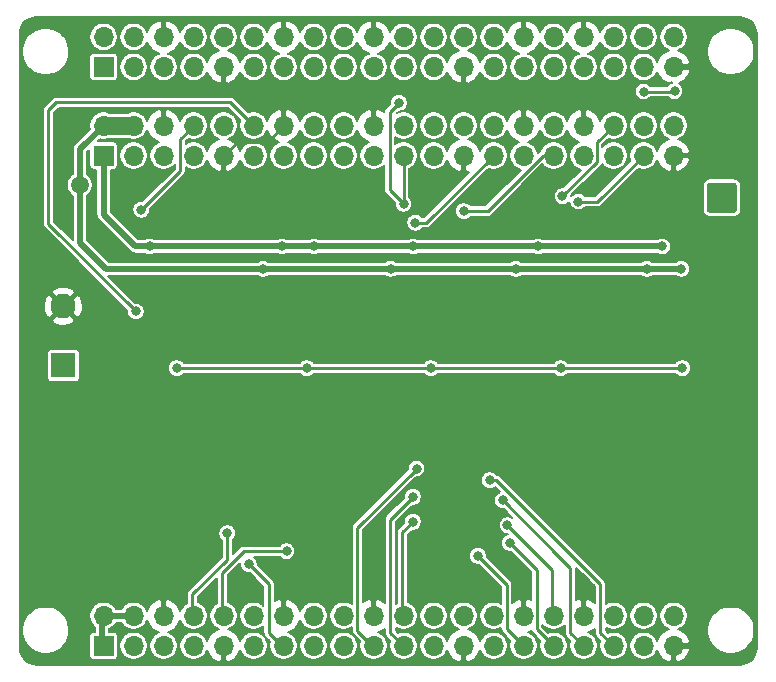
<source format=gbr>
G04 #@! TF.GenerationSoftware,KiCad,Pcbnew,5.1.6*
G04 #@! TF.CreationDate,2020-08-13T10:41:13+02:00*
G04 #@! TF.ProjectId,F010_rpi_logic_level_shifter_hat,46303130-5f72-4706-995f-6c6f6769635f,rev?*
G04 #@! TF.SameCoordinates,PXa52d280PY2b953a0*
G04 #@! TF.FileFunction,Copper,L2,Bot*
G04 #@! TF.FilePolarity,Positive*
%FSLAX46Y46*%
G04 Gerber Fmt 4.6, Leading zero omitted, Abs format (unit mm)*
G04 Created by KiCad (PCBNEW 5.1.6) date 2020-08-13 10:41:13*
%MOMM*%
%LPD*%
G01*
G04 APERTURE LIST*
G04 #@! TA.AperFunction,ComponentPad*
%ADD10O,1.700000X1.700000*%
G04 #@! TD*
G04 #@! TA.AperFunction,ComponentPad*
%ADD11R,1.700000X1.700000*%
G04 #@! TD*
G04 #@! TA.AperFunction,ComponentPad*
%ADD12C,2.100000*%
G04 #@! TD*
G04 #@! TA.AperFunction,ComponentPad*
%ADD13R,2.100000X2.100000*%
G04 #@! TD*
G04 #@! TA.AperFunction,ViaPad*
%ADD14C,0.800000*%
G04 #@! TD*
G04 #@! TA.AperFunction,ViaPad*
%ADD15C,1.500000*%
G04 #@! TD*
G04 #@! TA.AperFunction,Conductor*
%ADD16C,0.250000*%
G04 #@! TD*
G04 #@! TA.AperFunction,Conductor*
%ADD17C,0.500000*%
G04 #@! TD*
G04 #@! TA.AperFunction,Conductor*
%ADD18C,1.500000*%
G04 #@! TD*
G04 #@! TA.AperFunction,Conductor*
%ADD19C,0.200000*%
G04 #@! TD*
G04 APERTURE END LIST*
G04 #@! TO.P,J2,1*
G04 #@! TO.N,Net-(D1-Pad2)*
G04 #@! TA.AperFunction,ComponentPad*
G36*
G01*
X-2125000Y-13895001D02*
X-2125000Y-11844999D01*
G75*
G02*
X-1875001Y-11595000I249999J0D01*
G01*
X175001Y-11595000D01*
G75*
G02*
X425000Y-11844999I0J-249999D01*
G01*
X425000Y-13895001D01*
G75*
G02*
X175001Y-14145000I-249999J0D01*
G01*
X-1875001Y-14145000D01*
G75*
G02*
X-2125000Y-13895001I0J249999D01*
G01*
G37*
G04 #@! TD.AperFunction*
G04 #@! TD*
D10*
G04 #@! TO.P,J4,40*
G04 #@! TO.N,rpi_40*
X-4940000Y-6760000D03*
G04 #@! TO.P,J4,39*
G04 #@! TO.N,GND*
X-4940000Y-9300000D03*
G04 #@! TO.P,J4,38*
G04 #@! TO.N,rpi_38*
X-7480000Y-6760000D03*
G04 #@! TO.P,J4,37*
G04 #@! TO.N,rpi_37*
X-7480000Y-9300000D03*
G04 #@! TO.P,J4,36*
G04 #@! TO.N,rpi_36*
X-10020000Y-6760000D03*
G04 #@! TO.P,J4,35*
G04 #@! TO.N,rpi_35*
X-10020000Y-9300000D03*
G04 #@! TO.P,J4,34*
G04 #@! TO.N,GND*
X-12560000Y-6760000D03*
G04 #@! TO.P,J4,33*
G04 #@! TO.N,rpi_33*
X-12560000Y-9300000D03*
G04 #@! TO.P,J4,32*
G04 #@! TO.N,rpi_32*
X-15100000Y-6760000D03*
G04 #@! TO.P,J4,31*
G04 #@! TO.N,rpi_31*
X-15100000Y-9300000D03*
G04 #@! TO.P,J4,30*
G04 #@! TO.N,GND*
X-17640000Y-6760000D03*
G04 #@! TO.P,J4,29*
G04 #@! TO.N,rpi_29*
X-17640000Y-9300000D03*
G04 #@! TO.P,J4,28*
G04 #@! TO.N,rpi_28*
X-20180000Y-6760000D03*
G04 #@! TO.P,J4,27*
G04 #@! TO.N,rpi_27*
X-20180000Y-9300000D03*
G04 #@! TO.P,J4,26*
G04 #@! TO.N,rpi_26*
X-22720000Y-6760000D03*
G04 #@! TO.P,J4,25*
G04 #@! TO.N,GND*
X-22720000Y-9300000D03*
G04 #@! TO.P,J4,24*
G04 #@! TO.N,rpi_24*
X-25260000Y-6760000D03*
G04 #@! TO.P,J4,23*
G04 #@! TO.N,rpi_23*
X-25260000Y-9300000D03*
G04 #@! TO.P,J4,22*
G04 #@! TO.N,rpi_22*
X-27800000Y-6760000D03*
G04 #@! TO.P,J4,21*
G04 #@! TO.N,rpi_21*
X-27800000Y-9300000D03*
G04 #@! TO.P,J4,20*
G04 #@! TO.N,GND*
X-30340000Y-6760000D03*
G04 #@! TO.P,J4,19*
G04 #@! TO.N,rpi_19*
X-30340000Y-9300000D03*
G04 #@! TO.P,J4,18*
G04 #@! TO.N,rpi_18*
X-32880000Y-6760000D03*
G04 #@! TO.P,J4,17*
G04 #@! TO.N,+3V3*
X-32880000Y-9300000D03*
G04 #@! TO.P,J4,16*
G04 #@! TO.N,rpi_16*
X-35420000Y-6760000D03*
G04 #@! TO.P,J4,15*
G04 #@! TO.N,rpi_15*
X-35420000Y-9300000D03*
G04 #@! TO.P,J4,14*
G04 #@! TO.N,GND*
X-37960000Y-6760000D03*
G04 #@! TO.P,J4,13*
G04 #@! TO.N,rpi_13*
X-37960000Y-9300000D03*
G04 #@! TO.P,J4,12*
G04 #@! TO.N,rpi_12*
X-40500000Y-6760000D03*
G04 #@! TO.P,J4,11*
G04 #@! TO.N,rpi_11*
X-40500000Y-9300000D03*
G04 #@! TO.P,J4,10*
G04 #@! TO.N,rpi_10*
X-43040000Y-6760000D03*
G04 #@! TO.P,J4,9*
G04 #@! TO.N,GND*
X-43040000Y-9300000D03*
G04 #@! TO.P,J4,8*
G04 #@! TO.N,rpi_8*
X-45580000Y-6760000D03*
G04 #@! TO.P,J4,7*
G04 #@! TO.N,rpi_7*
X-45580000Y-9300000D03*
G04 #@! TO.P,J4,6*
G04 #@! TO.N,GND*
X-48120000Y-6760000D03*
G04 #@! TO.P,J4,5*
G04 #@! TO.N,rpi_5*
X-48120000Y-9300000D03*
G04 #@! TO.P,J4,4*
G04 #@! TO.N,+5V*
X-50660000Y-6760000D03*
G04 #@! TO.P,J4,3*
G04 #@! TO.N,rpi_3*
X-50660000Y-9300000D03*
G04 #@! TO.P,J4,2*
G04 #@! TO.N,+5V*
X-53200000Y-6760000D03*
D11*
G04 #@! TO.P,J4,1*
G04 #@! TO.N,+3V3*
X-53200000Y-9300000D03*
G04 #@! TD*
D10*
G04 #@! TO.P,J5,40*
G04 #@! TO.N,rpi5_40*
X-4940000Y-48270000D03*
G04 #@! TO.P,J5,39*
G04 #@! TO.N,GND*
X-4940000Y-50810000D03*
G04 #@! TO.P,J5,38*
G04 #@! TO.N,rpi5_38*
X-7480000Y-48270000D03*
G04 #@! TO.P,J5,37*
G04 #@! TO.N,rpi5_37*
X-7480000Y-50810000D03*
G04 #@! TO.P,J5,36*
G04 #@! TO.N,rpi5_36*
X-10020000Y-48270000D03*
G04 #@! TO.P,J5,35*
G04 #@! TO.N,rpi5_35*
X-10020000Y-50810000D03*
G04 #@! TO.P,J5,34*
G04 #@! TO.N,GND*
X-12560000Y-48270000D03*
G04 #@! TO.P,J5,33*
G04 #@! TO.N,rpi5_33*
X-12560000Y-50810000D03*
G04 #@! TO.P,J5,32*
G04 #@! TO.N,rpi5_32*
X-15100000Y-48270000D03*
G04 #@! TO.P,J5,31*
G04 #@! TO.N,rpi5_31*
X-15100000Y-50810000D03*
G04 #@! TO.P,J5,30*
G04 #@! TO.N,GND*
X-17640000Y-48270000D03*
G04 #@! TO.P,J5,29*
G04 #@! TO.N,rpi5_29*
X-17640000Y-50810000D03*
G04 #@! TO.P,J5,28*
G04 #@! TO.N,rpi5_28*
X-20180000Y-48270000D03*
G04 #@! TO.P,J5,27*
G04 #@! TO.N,rpi5_27*
X-20180000Y-50810000D03*
G04 #@! TO.P,J5,26*
G04 #@! TO.N,rpi5_26*
X-22720000Y-48270000D03*
G04 #@! TO.P,J5,25*
G04 #@! TO.N,GND*
X-22720000Y-50810000D03*
G04 #@! TO.P,J5,24*
G04 #@! TO.N,rpi5_24*
X-25260000Y-48270000D03*
G04 #@! TO.P,J5,23*
G04 #@! TO.N,rpi5_23*
X-25260000Y-50810000D03*
G04 #@! TO.P,J5,22*
G04 #@! TO.N,rpi5_22*
X-27800000Y-48270000D03*
G04 #@! TO.P,J5,21*
G04 #@! TO.N,rpi5_21*
X-27800000Y-50810000D03*
G04 #@! TO.P,J5,20*
G04 #@! TO.N,GND*
X-30340000Y-48270000D03*
G04 #@! TO.P,J5,19*
G04 #@! TO.N,rpi5_19*
X-30340000Y-50810000D03*
G04 #@! TO.P,J5,18*
G04 #@! TO.N,rpi5_18*
X-32880000Y-48270000D03*
G04 #@! TO.P,J5,17*
G04 #@! TO.N,+5V*
X-32880000Y-50810000D03*
G04 #@! TO.P,J5,16*
G04 #@! TO.N,rpi5_16*
X-35420000Y-48270000D03*
G04 #@! TO.P,J5,15*
G04 #@! TO.N,rpi5_15*
X-35420000Y-50810000D03*
G04 #@! TO.P,J5,14*
G04 #@! TO.N,GND*
X-37960000Y-48270000D03*
G04 #@! TO.P,J5,13*
G04 #@! TO.N,rpi5_13*
X-37960000Y-50810000D03*
G04 #@! TO.P,J5,12*
G04 #@! TO.N,rpi5_12*
X-40500000Y-48270000D03*
G04 #@! TO.P,J5,11*
G04 #@! TO.N,rpi5_11*
X-40500000Y-50810000D03*
G04 #@! TO.P,J5,10*
G04 #@! TO.N,rpi5_10*
X-43040000Y-48270000D03*
G04 #@! TO.P,J5,9*
G04 #@! TO.N,GND*
X-43040000Y-50810000D03*
G04 #@! TO.P,J5,8*
G04 #@! TO.N,rpi5_8*
X-45580000Y-48270000D03*
G04 #@! TO.P,J5,7*
G04 #@! TO.N,rpi5_7*
X-45580000Y-50810000D03*
G04 #@! TO.P,J5,6*
G04 #@! TO.N,GND*
X-48120000Y-48270000D03*
G04 #@! TO.P,J5,5*
G04 #@! TO.N,rpi5_5*
X-48120000Y-50810000D03*
G04 #@! TO.P,J5,4*
G04 #@! TO.N,+5V*
X-50660000Y-48270000D03*
G04 #@! TO.P,J5,3*
G04 #@! TO.N,rpi5_3*
X-50660000Y-50810000D03*
G04 #@! TO.P,J5,2*
G04 #@! TO.N,+5V*
X-53200000Y-48270000D03*
D11*
G04 #@! TO.P,J5,1*
X-53200000Y-50810000D03*
G04 #@! TD*
D10*
G04 #@! TO.P,J1,40*
G04 #@! TO.N,rpi_40*
X-4940000Y740000D03*
G04 #@! TO.P,J1,39*
G04 #@! TO.N,GND*
X-4940000Y-1800000D03*
G04 #@! TO.P,J1,38*
G04 #@! TO.N,rpi_38*
X-7480000Y740000D03*
G04 #@! TO.P,J1,37*
G04 #@! TO.N,rpi_37*
X-7480000Y-1800000D03*
G04 #@! TO.P,J1,36*
G04 #@! TO.N,rpi_36*
X-10020000Y740000D03*
G04 #@! TO.P,J1,35*
G04 #@! TO.N,rpi_35*
X-10020000Y-1800000D03*
G04 #@! TO.P,J1,34*
G04 #@! TO.N,GND*
X-12560000Y740000D03*
G04 #@! TO.P,J1,33*
G04 #@! TO.N,rpi_33*
X-12560000Y-1800000D03*
G04 #@! TO.P,J1,32*
G04 #@! TO.N,rpi_32*
X-15100000Y740000D03*
G04 #@! TO.P,J1,31*
G04 #@! TO.N,rpi_31*
X-15100000Y-1800000D03*
G04 #@! TO.P,J1,30*
G04 #@! TO.N,GND*
X-17640000Y740000D03*
G04 #@! TO.P,J1,29*
G04 #@! TO.N,rpi_29*
X-17640000Y-1800000D03*
G04 #@! TO.P,J1,28*
G04 #@! TO.N,rpi_28*
X-20180000Y740000D03*
G04 #@! TO.P,J1,27*
G04 #@! TO.N,rpi_27*
X-20180000Y-1800000D03*
G04 #@! TO.P,J1,26*
G04 #@! TO.N,rpi_26*
X-22720000Y740000D03*
G04 #@! TO.P,J1,25*
G04 #@! TO.N,GND*
X-22720000Y-1800000D03*
G04 #@! TO.P,J1,24*
G04 #@! TO.N,rpi_24*
X-25260000Y740000D03*
G04 #@! TO.P,J1,23*
G04 #@! TO.N,rpi_23*
X-25260000Y-1800000D03*
G04 #@! TO.P,J1,22*
G04 #@! TO.N,rpi_22*
X-27800000Y740000D03*
G04 #@! TO.P,J1,21*
G04 #@! TO.N,rpi_21*
X-27800000Y-1800000D03*
G04 #@! TO.P,J1,20*
G04 #@! TO.N,GND*
X-30340000Y740000D03*
G04 #@! TO.P,J1,19*
G04 #@! TO.N,rpi_19*
X-30340000Y-1800000D03*
G04 #@! TO.P,J1,18*
G04 #@! TO.N,rpi_18*
X-32880000Y740000D03*
G04 #@! TO.P,J1,17*
G04 #@! TO.N,+3V3*
X-32880000Y-1800000D03*
G04 #@! TO.P,J1,16*
G04 #@! TO.N,rpi_16*
X-35420000Y740000D03*
G04 #@! TO.P,J1,15*
G04 #@! TO.N,rpi_15*
X-35420000Y-1800000D03*
G04 #@! TO.P,J1,14*
G04 #@! TO.N,GND*
X-37960000Y740000D03*
G04 #@! TO.P,J1,13*
G04 #@! TO.N,rpi_13*
X-37960000Y-1800000D03*
G04 #@! TO.P,J1,12*
G04 #@! TO.N,rpi_12*
X-40500000Y740000D03*
G04 #@! TO.P,J1,11*
G04 #@! TO.N,rpi_11*
X-40500000Y-1800000D03*
G04 #@! TO.P,J1,10*
G04 #@! TO.N,rpi_10*
X-43040000Y740000D03*
G04 #@! TO.P,J1,9*
G04 #@! TO.N,GND*
X-43040000Y-1800000D03*
G04 #@! TO.P,J1,8*
G04 #@! TO.N,rpi_8*
X-45580000Y740000D03*
G04 #@! TO.P,J1,7*
G04 #@! TO.N,rpi_7*
X-45580000Y-1800000D03*
G04 #@! TO.P,J1,6*
G04 #@! TO.N,GND*
X-48120000Y740000D03*
G04 #@! TO.P,J1,5*
G04 #@! TO.N,rpi_5*
X-48120000Y-1800000D03*
G04 #@! TO.P,J1,4*
G04 #@! TO.N,+5V*
X-50660000Y740000D03*
G04 #@! TO.P,J1,3*
G04 #@! TO.N,rpi_3*
X-50660000Y-1800000D03*
G04 #@! TO.P,J1,2*
G04 #@! TO.N,+5V*
X-53200000Y740000D03*
D11*
G04 #@! TO.P,J1,1*
G04 #@! TO.N,+3V3*
X-53200000Y-1800000D03*
G04 #@! TD*
D12*
G04 #@! TO.P,J3,2*
G04 #@! TO.N,GND*
X-56600000Y-22075000D03*
D13*
G04 #@! TO.P,J3,1*
G04 #@! TO.N,+5V*
X-56600000Y-27075000D03*
G04 #@! TD*
D14*
G04 #@! TO.N,GND*
X-10900000Y-24750000D03*
X-20500000Y-28950000D03*
X-41450000Y-28750000D03*
X-31200000Y-28650000D03*
X-26700000Y-31410000D03*
X-37640000Y-35880000D03*
X-45790000Y-35880000D03*
X-39590000Y-13060000D03*
X-29230000Y-14610000D03*
G04 #@! TO.N,rpi_37*
X-13000000Y-13200000D03*
X-4850000Y-3850000D03*
X-7480000Y-3880000D03*
G04 #@! TO.N,rpi_36*
X-14347499Y-12752501D03*
G04 #@! TO.N,rpi_31*
X-22700000Y-14000000D03*
G04 #@! TO.N,rpi_27*
X-26800000Y-15000000D03*
G04 #@! TO.N,rpi_21*
X-28200000Y-4850000D03*
X-27800000Y-13400000D03*
G04 #@! TO.N,+3V3*
X-49300000Y-17000000D03*
X-38100000Y-17000000D03*
X-27000000Y-17000000D03*
X-16400000Y-17000000D03*
X-5900000Y-17000000D03*
X-35400000Y-17000000D03*
G04 #@! TO.N,rpi_12*
X-50475000Y-22500000D03*
G04 #@! TO.N,rpi_8*
X-50000000Y-13900000D03*
D15*
G04 #@! TO.N,+5V*
X-55225000Y-11800000D03*
D14*
X-7200000Y-18900000D03*
X-18300000Y-18900000D03*
X-28900000Y-18900000D03*
X-39700000Y-18900000D03*
X-4300000Y-18900000D03*
G04 #@! TO.N,rpi5_35*
X-20500000Y-36800000D03*
G04 #@! TO.N,rpi5_33*
X-19400000Y-38500000D03*
G04 #@! TO.N,rpi5_32*
X-19000000Y-40600000D03*
G04 #@! TO.N,rpi5_31*
X-18800000Y-42100000D03*
G04 #@! TO.N,rpi5_29*
X-21500000Y-43200000D03*
G04 #@! TO.N,rpi5_22*
X-27000000Y-40300000D03*
G04 #@! TO.N,rpi5_21*
X-27000000Y-38200000D03*
G04 #@! TO.N,rpi5_19*
X-26700000Y-35800000D03*
G04 #@! TO.N,rpi5_13*
X-40900000Y-43900000D03*
G04 #@! TO.N,rpi5_10*
X-37700000Y-42800000D03*
G04 #@! TO.N,rpi5_8*
X-42724919Y-41275081D03*
G04 #@! TO.N,EN*
X-25500000Y-27300000D03*
X-14500000Y-27300000D03*
X-47000000Y-27300000D03*
X-36000000Y-27300000D03*
X-4200000Y-27300000D03*
G04 #@! TD*
D16*
G04 #@! TO.N,GND*
X-39324999Y-8124999D02*
X-37960000Y-6760000D01*
X-41864999Y-8124999D02*
X-39324999Y-8124999D01*
X-43040000Y-9300000D02*
X-41864999Y-8124999D01*
G04 #@! TO.N,rpi_37*
X-11380000Y-13200000D02*
X-7480000Y-9300000D01*
X-13000000Y-13200000D02*
X-11380000Y-13200000D01*
X-4880000Y-3880000D02*
X-4850000Y-3850000D01*
X-7480000Y-3880000D02*
X-4880000Y-3880000D01*
G04 #@! TO.N,rpi_36*
X-11434999Y-9840001D02*
X-14347499Y-12752501D01*
X-11434999Y-8174999D02*
X-11434999Y-9840001D01*
X-10020000Y-6760000D02*
X-11434999Y-8174999D01*
X-14347499Y-12752501D02*
X-14394998Y-12800000D01*
G04 #@! TO.N,rpi_31*
X-15974998Y-9300000D02*
X-15100000Y-9300000D01*
X-20674998Y-14000000D02*
X-15974998Y-9300000D01*
X-22700000Y-14000000D02*
X-20674998Y-14000000D01*
G04 #@! TO.N,rpi_27*
X-25880000Y-15000000D02*
X-20180000Y-9300000D01*
X-26800000Y-15000000D02*
X-25880000Y-15000000D01*
G04 #@! TO.N,rpi_21*
X-28975001Y-12224999D02*
X-27800000Y-13400000D01*
X-28975001Y-5625001D02*
X-28975001Y-12224999D01*
X-28200000Y-4850000D02*
X-28975001Y-5625001D01*
X-27800000Y-9300000D02*
X-27800000Y-13400000D01*
D17*
G04 #@! TO.N,+3V3*
X-53200000Y-9300000D02*
X-53200000Y-14300000D01*
X-53200000Y-14300000D02*
X-50500000Y-17000000D01*
X-50500000Y-17000000D02*
X-49300000Y-17000000D01*
X-49300000Y-17000000D02*
X-38100000Y-17000000D01*
X-38100000Y-17000000D02*
X-35400000Y-17000000D01*
X-16400000Y-17000000D02*
X-5900000Y-17000000D01*
X-35400000Y-17000000D02*
X-16400000Y-17000000D01*
D16*
G04 #@! TO.N,rpi_12*
X-42460000Y-4800000D02*
X-40500000Y-6760000D01*
X-57200000Y-4800000D02*
X-42460000Y-4800000D01*
X-57875011Y-5475011D02*
X-57200000Y-4800000D01*
X-57875011Y-15099989D02*
X-57875011Y-5475011D01*
X-50475000Y-22500000D02*
X-57875011Y-15099989D01*
G04 #@! TO.N,rpi_8*
X-46705001Y-7885001D02*
X-45580000Y-6760000D01*
X-46705001Y-10605001D02*
X-46705001Y-7885001D01*
X-50000000Y-13900000D02*
X-46705001Y-10605001D01*
D18*
G04 #@! TO.N,+5V*
X-53200000Y-6760000D02*
X-50660000Y-6760000D01*
D17*
X-53300000Y-48270000D02*
X-50760000Y-48270000D01*
X-53300000Y-48270000D02*
X-53300000Y-50810000D01*
X-55225000Y-8785000D02*
X-53200000Y-6760000D01*
X-55225000Y-11800000D02*
X-55225000Y-8785000D01*
X-55225000Y-11800000D02*
X-55225000Y-14575000D01*
X-55225000Y-16675000D02*
X-55225000Y-11800000D01*
X-55225000Y-16675000D02*
X-53000000Y-18900000D01*
X-53000000Y-18900000D02*
X-39700000Y-18900000D01*
X-18300000Y-18900000D02*
X-7200000Y-18900000D01*
X-39700000Y-18900000D02*
X-18300000Y-18900000D01*
X-7200000Y-18900000D02*
X-4300000Y-18900000D01*
D16*
G04 #@! TO.N,rpi5_35*
X-20500000Y-36800000D02*
X-19934315Y-36800000D01*
X-11145001Y-49684999D02*
X-11145001Y-45589313D01*
X-10020000Y-50810000D02*
X-11145001Y-49684999D01*
X-11145001Y-45589313D02*
X-11952157Y-44782157D01*
X-11952157Y-44782157D02*
X-11534999Y-45199316D01*
X-19934315Y-36800000D02*
X-11952157Y-44782157D01*
G04 #@! TO.N,rpi5_33*
X-13685001Y-44214999D02*
X-14555000Y-43345000D01*
X-13685001Y-49684999D02*
X-13685001Y-44214999D01*
X-12560000Y-50810000D02*
X-13685001Y-49684999D01*
X-14555000Y-43345000D02*
X-14074999Y-43825001D01*
X-19400000Y-38500000D02*
X-14555000Y-43345000D01*
G04 #@! TO.N,rpi5_32*
X-15200000Y-44400000D02*
X-15200000Y-46460000D01*
X-19000000Y-40600000D02*
X-15200000Y-44400000D01*
X-15200000Y-46460000D02*
X-15200000Y-48270000D01*
G04 #@! TO.N,rpi5_31*
X-18800000Y-42100000D02*
X-16614999Y-44285001D01*
X-16514999Y-44385001D02*
X-18800000Y-42100000D01*
X-16514999Y-49395001D02*
X-16514999Y-44385001D01*
X-15100000Y-50810000D02*
X-16514999Y-49395001D01*
G04 #@! TO.N,rpi5_29*
X-19054999Y-45645001D02*
X-21500000Y-43200000D01*
X-19054999Y-49395001D02*
X-19054999Y-45645001D01*
X-17640000Y-50810000D02*
X-19054999Y-49395001D01*
G04 #@! TO.N,rpi5_22*
X-27900000Y-41200000D02*
X-27000000Y-40300000D01*
X-27900000Y-46460000D02*
X-27900000Y-41200000D01*
X-27900000Y-46460000D02*
X-27900000Y-48270000D01*
G04 #@! TO.N,rpi5_21*
X-28925001Y-49684999D02*
X-28925001Y-40125001D01*
X-28925001Y-40125001D02*
X-27000000Y-38200000D01*
X-27800000Y-50810000D02*
X-28925001Y-49684999D01*
G04 #@! TO.N,rpi5_19*
X-31565001Y-49684999D02*
X-30440000Y-50810000D01*
X-31700000Y-49550000D02*
X-30440000Y-50810000D01*
X-31700000Y-40800000D02*
X-31700000Y-49550000D01*
X-26700000Y-35800000D02*
X-31700000Y-40800000D01*
G04 #@! TO.N,rpi5_13*
X-39185001Y-49684999D02*
X-38060000Y-50810000D01*
X-39185001Y-45614999D02*
X-39185001Y-49684999D01*
X-40900000Y-43900000D02*
X-39185001Y-45614999D01*
G04 #@! TO.N,rpi5_10*
X-43140000Y-44640000D02*
X-43140000Y-46460000D01*
X-41300000Y-42800000D02*
X-43140000Y-44640000D01*
X-37700000Y-42800000D02*
X-41300000Y-42800000D01*
X-43140000Y-46460000D02*
X-43140000Y-48270000D01*
G04 #@! TO.N,rpi5_8*
X-42724919Y-43504919D02*
X-45680000Y-46460000D01*
X-42724919Y-41275081D02*
X-42724919Y-43504919D01*
X-45680000Y-46460000D02*
X-45680000Y-48270000D01*
G04 #@! TO.N,EN*
X-14500000Y-27300000D02*
X-25500000Y-27300000D01*
X-25500000Y-27300000D02*
X-36000000Y-27300000D01*
X-36000000Y-27300000D02*
X-47000000Y-27300000D01*
X-14500000Y-27300000D02*
X-4200000Y-27300000D01*
G04 #@! TD*
D19*
G04 #@! TO.N,GND*
G36*
X971366Y2370515D02*
G01*
X1232403Y2291704D01*
X1473154Y2163694D01*
X1684461Y1991356D01*
X1858268Y1781261D01*
X1987955Y1541409D01*
X2068586Y1280931D01*
X2100000Y982053D01*
X2100001Y-50970649D01*
X2070515Y-51271367D01*
X1991703Y-51532405D01*
X1863694Y-51773153D01*
X1691354Y-51984463D01*
X1481261Y-52158268D01*
X1241409Y-52287955D01*
X980930Y-52368586D01*
X682053Y-52400000D01*
X-58870659Y-52400000D01*
X-59171367Y-52370515D01*
X-59432405Y-52291703D01*
X-59673153Y-52163694D01*
X-59884463Y-51991354D01*
X-60058268Y-51781261D01*
X-60187955Y-51541409D01*
X-60268586Y-51280930D01*
X-60300000Y-50982053D01*
X-60300000Y-49302005D01*
X-60110273Y-49302005D01*
X-60110273Y-49697995D01*
X-60033019Y-50086375D01*
X-59881481Y-50452221D01*
X-59661481Y-50781474D01*
X-59381474Y-51061481D01*
X-59052221Y-51281481D01*
X-58686375Y-51433019D01*
X-58297995Y-51510273D01*
X-57902005Y-51510273D01*
X-57513625Y-51433019D01*
X-57147779Y-51281481D01*
X-56818526Y-51061481D01*
X-56538519Y-50781474D01*
X-56318519Y-50452221D01*
X-56166981Y-50086375D01*
X-56141844Y-49960000D01*
X-54401693Y-49960000D01*
X-54401693Y-51660000D01*
X-54394935Y-51728612D01*
X-54374922Y-51794587D01*
X-54342422Y-51855390D01*
X-54298685Y-51908685D01*
X-54245390Y-51952422D01*
X-54184587Y-51984922D01*
X-54118612Y-52004935D01*
X-54050000Y-52011693D01*
X-52350000Y-52011693D01*
X-52281388Y-52004935D01*
X-52215413Y-51984922D01*
X-52154610Y-51952422D01*
X-52101315Y-51908685D01*
X-52057578Y-51855390D01*
X-52025078Y-51794587D01*
X-52005065Y-51728612D01*
X-51998307Y-51660000D01*
X-51998307Y-50691810D01*
X-51860000Y-50691810D01*
X-51860000Y-50928190D01*
X-51813884Y-51160027D01*
X-51723426Y-51378413D01*
X-51592101Y-51574955D01*
X-51424955Y-51742101D01*
X-51228413Y-51873426D01*
X-51010027Y-51963884D01*
X-50778190Y-52010000D01*
X-50541810Y-52010000D01*
X-50309973Y-51963884D01*
X-50091587Y-51873426D01*
X-49895045Y-51742101D01*
X-49727899Y-51574955D01*
X-49596574Y-51378413D01*
X-49506116Y-51160027D01*
X-49460000Y-50928190D01*
X-49460000Y-50691810D01*
X-49506116Y-50459973D01*
X-49596574Y-50241587D01*
X-49727899Y-50045045D01*
X-49895045Y-49877899D01*
X-50091587Y-49746574D01*
X-50309973Y-49656116D01*
X-50541810Y-49610000D01*
X-50778190Y-49610000D01*
X-51010027Y-49656116D01*
X-51228413Y-49746574D01*
X-51424955Y-49877899D01*
X-51592101Y-50045045D01*
X-51723426Y-50241587D01*
X-51813884Y-50459973D01*
X-51860000Y-50691810D01*
X-51998307Y-50691810D01*
X-51998307Y-49960000D01*
X-52005065Y-49891388D01*
X-52025078Y-49825413D01*
X-52057578Y-49764610D01*
X-52101315Y-49711315D01*
X-52154610Y-49667578D01*
X-52215413Y-49635078D01*
X-52281388Y-49615065D01*
X-52350000Y-49608307D01*
X-52700000Y-49608307D01*
X-52700000Y-49361763D01*
X-52631587Y-49333426D01*
X-52435045Y-49202101D01*
X-52267899Y-49034955D01*
X-52157680Y-48870000D01*
X-51702320Y-48870000D01*
X-51592101Y-49034955D01*
X-51424955Y-49202101D01*
X-51228413Y-49333426D01*
X-51010027Y-49423884D01*
X-50778190Y-49470000D01*
X-50541810Y-49470000D01*
X-50309973Y-49423884D01*
X-50091587Y-49333426D01*
X-49895045Y-49202101D01*
X-49727899Y-49034955D01*
X-49596574Y-48838413D01*
X-49523222Y-48661324D01*
X-49426935Y-48916300D01*
X-49275736Y-49158852D01*
X-49080122Y-49367246D01*
X-48847611Y-49533473D01*
X-48587139Y-49651146D01*
X-48512601Y-49673751D01*
X-48688413Y-49746574D01*
X-48884955Y-49877899D01*
X-49052101Y-50045045D01*
X-49183426Y-50241587D01*
X-49273884Y-50459973D01*
X-49320000Y-50691810D01*
X-49320000Y-50928190D01*
X-49273884Y-51160027D01*
X-49183426Y-51378413D01*
X-49052101Y-51574955D01*
X-48884955Y-51742101D01*
X-48688413Y-51873426D01*
X-48470027Y-51963884D01*
X-48238190Y-52010000D01*
X-48001810Y-52010000D01*
X-47769973Y-51963884D01*
X-47551587Y-51873426D01*
X-47355045Y-51742101D01*
X-47187899Y-51574955D01*
X-47056574Y-51378413D01*
X-46966116Y-51160027D01*
X-46920000Y-50928190D01*
X-46920000Y-50691810D01*
X-46966116Y-50459973D01*
X-47056574Y-50241587D01*
X-47187899Y-50045045D01*
X-47355045Y-49877899D01*
X-47551587Y-49746574D01*
X-47727399Y-49673751D01*
X-47652861Y-49651146D01*
X-47392389Y-49533473D01*
X-47159878Y-49367246D01*
X-46964264Y-49158852D01*
X-46813065Y-48916300D01*
X-46716778Y-48661324D01*
X-46643426Y-48838413D01*
X-46512101Y-49034955D01*
X-46344955Y-49202101D01*
X-46148413Y-49333426D01*
X-45930027Y-49423884D01*
X-45698190Y-49470000D01*
X-45461810Y-49470000D01*
X-45229973Y-49423884D01*
X-45011587Y-49333426D01*
X-44815045Y-49202101D01*
X-44647899Y-49034955D01*
X-44516574Y-48838413D01*
X-44426116Y-48620027D01*
X-44380000Y-48388190D01*
X-44380000Y-48151810D01*
X-44426116Y-47919973D01*
X-44516574Y-47701587D01*
X-44647899Y-47505045D01*
X-44815045Y-47337899D01*
X-45011587Y-47206574D01*
X-45205000Y-47126460D01*
X-45205000Y-46656750D01*
X-43615000Y-45066751D01*
X-43614999Y-46436659D01*
X-43615000Y-46436669D01*
X-43615000Y-47210975D01*
X-43804955Y-47337899D01*
X-43972101Y-47505045D01*
X-44103426Y-47701587D01*
X-44193884Y-47919973D01*
X-44240000Y-48151810D01*
X-44240000Y-48388190D01*
X-44193884Y-48620027D01*
X-44103426Y-48838413D01*
X-43972101Y-49034955D01*
X-43804955Y-49202101D01*
X-43608413Y-49333426D01*
X-43432601Y-49406249D01*
X-43507139Y-49428854D01*
X-43767611Y-49546527D01*
X-44000122Y-49712754D01*
X-44195736Y-49921148D01*
X-44346935Y-50163700D01*
X-44443222Y-50418676D01*
X-44516574Y-50241587D01*
X-44647899Y-50045045D01*
X-44815045Y-49877899D01*
X-45011587Y-49746574D01*
X-45229973Y-49656116D01*
X-45461810Y-49610000D01*
X-45698190Y-49610000D01*
X-45930027Y-49656116D01*
X-46148413Y-49746574D01*
X-46344955Y-49877899D01*
X-46512101Y-50045045D01*
X-46643426Y-50241587D01*
X-46733884Y-50459973D01*
X-46780000Y-50691810D01*
X-46780000Y-50928190D01*
X-46733884Y-51160027D01*
X-46643426Y-51378413D01*
X-46512101Y-51574955D01*
X-46344955Y-51742101D01*
X-46148413Y-51873426D01*
X-45930027Y-51963884D01*
X-45698190Y-52010000D01*
X-45461810Y-52010000D01*
X-45229973Y-51963884D01*
X-45011587Y-51873426D01*
X-44815045Y-51742101D01*
X-44647899Y-51574955D01*
X-44516574Y-51378413D01*
X-44443222Y-51201324D01*
X-44346935Y-51456300D01*
X-44195736Y-51698852D01*
X-44000122Y-51907246D01*
X-43767611Y-52073473D01*
X-43507139Y-52191146D01*
X-43418910Y-52217903D01*
X-43194000Y-52106889D01*
X-43194000Y-50964000D01*
X-43214000Y-50964000D01*
X-43214000Y-50656000D01*
X-43194000Y-50656000D01*
X-43194000Y-50636000D01*
X-42886000Y-50636000D01*
X-42886000Y-50656000D01*
X-42866000Y-50656000D01*
X-42866000Y-50964000D01*
X-42886000Y-50964000D01*
X-42886000Y-52106889D01*
X-42661090Y-52217903D01*
X-42572861Y-52191146D01*
X-42312389Y-52073473D01*
X-42079878Y-51907246D01*
X-41884264Y-51698852D01*
X-41733065Y-51456300D01*
X-41636778Y-51201324D01*
X-41563426Y-51378413D01*
X-41432101Y-51574955D01*
X-41264955Y-51742101D01*
X-41068413Y-51873426D01*
X-40850027Y-51963884D01*
X-40618190Y-52010000D01*
X-40381810Y-52010000D01*
X-40149973Y-51963884D01*
X-39931587Y-51873426D01*
X-39735045Y-51742101D01*
X-39567899Y-51574955D01*
X-39436574Y-51378413D01*
X-39346116Y-51160027D01*
X-39300000Y-50928190D01*
X-39300000Y-50691810D01*
X-39346116Y-50459973D01*
X-39436574Y-50241587D01*
X-39567899Y-50045045D01*
X-39735045Y-49877899D01*
X-39931587Y-49746574D01*
X-40149973Y-49656116D01*
X-40381810Y-49610000D01*
X-40618190Y-49610000D01*
X-40850027Y-49656116D01*
X-41068413Y-49746574D01*
X-41264955Y-49877899D01*
X-41432101Y-50045045D01*
X-41563426Y-50241587D01*
X-41636778Y-50418676D01*
X-41733065Y-50163700D01*
X-41884264Y-49921148D01*
X-42079878Y-49712754D01*
X-42312389Y-49546527D01*
X-42572861Y-49428854D01*
X-42647399Y-49406249D01*
X-42471587Y-49333426D01*
X-42275045Y-49202101D01*
X-42107899Y-49034955D01*
X-41976574Y-48838413D01*
X-41886116Y-48620027D01*
X-41840000Y-48388190D01*
X-41840000Y-48151810D01*
X-41886116Y-47919973D01*
X-41976574Y-47701587D01*
X-42107899Y-47505045D01*
X-42275045Y-47337899D01*
X-42471587Y-47206574D01*
X-42665000Y-47126460D01*
X-42665000Y-44836750D01*
X-41648912Y-43820663D01*
X-41650000Y-43826131D01*
X-41650000Y-43973869D01*
X-41621178Y-44118767D01*
X-41564641Y-44255258D01*
X-41482563Y-44378097D01*
X-41378097Y-44482563D01*
X-41255258Y-44564641D01*
X-41118767Y-44621178D01*
X-40973869Y-44650000D01*
X-40826131Y-44650000D01*
X-40822477Y-44649273D01*
X-39660001Y-45811751D01*
X-39660001Y-47412943D01*
X-39735045Y-47337899D01*
X-39931587Y-47206574D01*
X-40149973Y-47116116D01*
X-40381810Y-47070000D01*
X-40618190Y-47070000D01*
X-40850027Y-47116116D01*
X-41068413Y-47206574D01*
X-41264955Y-47337899D01*
X-41432101Y-47505045D01*
X-41563426Y-47701587D01*
X-41653884Y-47919973D01*
X-41700000Y-48151810D01*
X-41700000Y-48388190D01*
X-41653884Y-48620027D01*
X-41563426Y-48838413D01*
X-41432101Y-49034955D01*
X-41264955Y-49202101D01*
X-41068413Y-49333426D01*
X-40850027Y-49423884D01*
X-40618190Y-49470000D01*
X-40381810Y-49470000D01*
X-40149973Y-49423884D01*
X-39931587Y-49333426D01*
X-39735045Y-49202101D01*
X-39660000Y-49127056D01*
X-39660000Y-49661657D01*
X-39662299Y-49684999D01*
X-39653128Y-49778115D01*
X-39635578Y-49835967D01*
X-39625966Y-49867653D01*
X-39581859Y-49950172D01*
X-39522501Y-50022500D01*
X-39504372Y-50037378D01*
X-39104480Y-50437270D01*
X-39113884Y-50459973D01*
X-39160000Y-50691810D01*
X-39160000Y-50928190D01*
X-39113884Y-51160027D01*
X-39023426Y-51378413D01*
X-38892101Y-51574955D01*
X-38724955Y-51742101D01*
X-38528413Y-51873426D01*
X-38310027Y-51963884D01*
X-38078190Y-52010000D01*
X-37841810Y-52010000D01*
X-37609973Y-51963884D01*
X-37391587Y-51873426D01*
X-37195045Y-51742101D01*
X-37027899Y-51574955D01*
X-36896574Y-51378413D01*
X-36806116Y-51160027D01*
X-36760000Y-50928190D01*
X-36760000Y-50691810D01*
X-36620000Y-50691810D01*
X-36620000Y-50928190D01*
X-36573884Y-51160027D01*
X-36483426Y-51378413D01*
X-36352101Y-51574955D01*
X-36184955Y-51742101D01*
X-35988413Y-51873426D01*
X-35770027Y-51963884D01*
X-35538190Y-52010000D01*
X-35301810Y-52010000D01*
X-35069973Y-51963884D01*
X-34851587Y-51873426D01*
X-34655045Y-51742101D01*
X-34487899Y-51574955D01*
X-34356574Y-51378413D01*
X-34266116Y-51160027D01*
X-34220000Y-50928190D01*
X-34220000Y-50691810D01*
X-34080000Y-50691810D01*
X-34080000Y-50928190D01*
X-34033884Y-51160027D01*
X-33943426Y-51378413D01*
X-33812101Y-51574955D01*
X-33644955Y-51742101D01*
X-33448413Y-51873426D01*
X-33230027Y-51963884D01*
X-32998190Y-52010000D01*
X-32761810Y-52010000D01*
X-32529973Y-51963884D01*
X-32311587Y-51873426D01*
X-32115045Y-51742101D01*
X-31947899Y-51574955D01*
X-31816574Y-51378413D01*
X-31726116Y-51160027D01*
X-31680000Y-50928190D01*
X-31680000Y-50691810D01*
X-31726116Y-50459973D01*
X-31816574Y-50241587D01*
X-31947899Y-50045045D01*
X-32115045Y-49877899D01*
X-32311587Y-49746574D01*
X-32529973Y-49656116D01*
X-32761810Y-49610000D01*
X-32998190Y-49610000D01*
X-33230027Y-49656116D01*
X-33448413Y-49746574D01*
X-33644955Y-49877899D01*
X-33812101Y-50045045D01*
X-33943426Y-50241587D01*
X-34033884Y-50459973D01*
X-34080000Y-50691810D01*
X-34220000Y-50691810D01*
X-34266116Y-50459973D01*
X-34356574Y-50241587D01*
X-34487899Y-50045045D01*
X-34655045Y-49877899D01*
X-34851587Y-49746574D01*
X-35069973Y-49656116D01*
X-35301810Y-49610000D01*
X-35538190Y-49610000D01*
X-35770027Y-49656116D01*
X-35988413Y-49746574D01*
X-36184955Y-49877899D01*
X-36352101Y-50045045D01*
X-36483426Y-50241587D01*
X-36573884Y-50459973D01*
X-36620000Y-50691810D01*
X-36760000Y-50691810D01*
X-36806116Y-50459973D01*
X-36896574Y-50241587D01*
X-37027899Y-50045045D01*
X-37195045Y-49877899D01*
X-37391587Y-49746574D01*
X-37567399Y-49673751D01*
X-37492861Y-49651146D01*
X-37232389Y-49533473D01*
X-36999878Y-49367246D01*
X-36804264Y-49158852D01*
X-36653065Y-48916300D01*
X-36556778Y-48661324D01*
X-36483426Y-48838413D01*
X-36352101Y-49034955D01*
X-36184955Y-49202101D01*
X-35988413Y-49333426D01*
X-35770027Y-49423884D01*
X-35538190Y-49470000D01*
X-35301810Y-49470000D01*
X-35069973Y-49423884D01*
X-34851587Y-49333426D01*
X-34655045Y-49202101D01*
X-34487899Y-49034955D01*
X-34356574Y-48838413D01*
X-34266116Y-48620027D01*
X-34220000Y-48388190D01*
X-34220000Y-48151810D01*
X-34080000Y-48151810D01*
X-34080000Y-48388190D01*
X-34033884Y-48620027D01*
X-33943426Y-48838413D01*
X-33812101Y-49034955D01*
X-33644955Y-49202101D01*
X-33448413Y-49333426D01*
X-33230027Y-49423884D01*
X-32998190Y-49470000D01*
X-32761810Y-49470000D01*
X-32529973Y-49423884D01*
X-32311587Y-49333426D01*
X-32174999Y-49242161D01*
X-32174999Y-49526658D01*
X-32177298Y-49550000D01*
X-32168127Y-49643116D01*
X-32147438Y-49711315D01*
X-32140965Y-49732654D01*
X-32096858Y-49815173D01*
X-32037500Y-49887501D01*
X-32019371Y-49902379D01*
X-31484480Y-50437270D01*
X-31493884Y-50459973D01*
X-31540000Y-50691810D01*
X-31540000Y-50928190D01*
X-31493884Y-51160027D01*
X-31403426Y-51378413D01*
X-31272101Y-51574955D01*
X-31104955Y-51742101D01*
X-30908413Y-51873426D01*
X-30690027Y-51963884D01*
X-30458190Y-52010000D01*
X-30221810Y-52010000D01*
X-29989973Y-51963884D01*
X-29771587Y-51873426D01*
X-29575045Y-51742101D01*
X-29407899Y-51574955D01*
X-29276574Y-51378413D01*
X-29186116Y-51160027D01*
X-29140000Y-50928190D01*
X-29140000Y-50691810D01*
X-29186116Y-50459973D01*
X-29276574Y-50241587D01*
X-29407899Y-50045045D01*
X-29575045Y-49877899D01*
X-29771587Y-49746574D01*
X-29947399Y-49673751D01*
X-29872861Y-49651146D01*
X-29612389Y-49533473D01*
X-29400001Y-49381632D01*
X-29400001Y-49661667D01*
X-29402299Y-49684999D01*
X-29400001Y-49708330D01*
X-29393128Y-49778114D01*
X-29365967Y-49867652D01*
X-29321860Y-49950172D01*
X-29262502Y-50022500D01*
X-29244367Y-50037383D01*
X-28915191Y-50366560D01*
X-28953884Y-50459973D01*
X-29000000Y-50691810D01*
X-29000000Y-50928190D01*
X-28953884Y-51160027D01*
X-28863426Y-51378413D01*
X-28732101Y-51574955D01*
X-28564955Y-51742101D01*
X-28368413Y-51873426D01*
X-28150027Y-51963884D01*
X-27918190Y-52010000D01*
X-27681810Y-52010000D01*
X-27449973Y-51963884D01*
X-27231587Y-51873426D01*
X-27035045Y-51742101D01*
X-26867899Y-51574955D01*
X-26736574Y-51378413D01*
X-26646116Y-51160027D01*
X-26600000Y-50928190D01*
X-26600000Y-50691810D01*
X-26460000Y-50691810D01*
X-26460000Y-50928190D01*
X-26413884Y-51160027D01*
X-26323426Y-51378413D01*
X-26192101Y-51574955D01*
X-26024955Y-51742101D01*
X-25828413Y-51873426D01*
X-25610027Y-51963884D01*
X-25378190Y-52010000D01*
X-25141810Y-52010000D01*
X-24909973Y-51963884D01*
X-24691587Y-51873426D01*
X-24495045Y-51742101D01*
X-24327899Y-51574955D01*
X-24196574Y-51378413D01*
X-24123222Y-51201324D01*
X-24026935Y-51456300D01*
X-23875736Y-51698852D01*
X-23680122Y-51907246D01*
X-23447611Y-52073473D01*
X-23187139Y-52191146D01*
X-23098910Y-52217903D01*
X-22874000Y-52106889D01*
X-22874000Y-50964000D01*
X-22894000Y-50964000D01*
X-22894000Y-50656000D01*
X-22874000Y-50656000D01*
X-22874000Y-50636000D01*
X-22566000Y-50636000D01*
X-22566000Y-50656000D01*
X-22546000Y-50656000D01*
X-22546000Y-50964000D01*
X-22566000Y-50964000D01*
X-22566000Y-52106889D01*
X-22341090Y-52217903D01*
X-22252861Y-52191146D01*
X-21992389Y-52073473D01*
X-21759878Y-51907246D01*
X-21564264Y-51698852D01*
X-21413065Y-51456300D01*
X-21316778Y-51201324D01*
X-21243426Y-51378413D01*
X-21112101Y-51574955D01*
X-20944955Y-51742101D01*
X-20748413Y-51873426D01*
X-20530027Y-51963884D01*
X-20298190Y-52010000D01*
X-20061810Y-52010000D01*
X-19829973Y-51963884D01*
X-19611587Y-51873426D01*
X-19415045Y-51742101D01*
X-19247899Y-51574955D01*
X-19116574Y-51378413D01*
X-19026116Y-51160027D01*
X-18980000Y-50928190D01*
X-18980000Y-50691810D01*
X-19026116Y-50459973D01*
X-19116574Y-50241587D01*
X-19247899Y-50045045D01*
X-19415045Y-49877899D01*
X-19611587Y-49746574D01*
X-19829973Y-49656116D01*
X-20061810Y-49610000D01*
X-20298190Y-49610000D01*
X-20530027Y-49656116D01*
X-20748413Y-49746574D01*
X-20944955Y-49877899D01*
X-21112101Y-50045045D01*
X-21243426Y-50241587D01*
X-21316778Y-50418676D01*
X-21413065Y-50163700D01*
X-21564264Y-49921148D01*
X-21759878Y-49712754D01*
X-21992389Y-49546527D01*
X-22252861Y-49428854D01*
X-22327399Y-49406249D01*
X-22151587Y-49333426D01*
X-21955045Y-49202101D01*
X-21787899Y-49034955D01*
X-21656574Y-48838413D01*
X-21566116Y-48620027D01*
X-21520000Y-48388190D01*
X-21520000Y-48151810D01*
X-21566116Y-47919973D01*
X-21656574Y-47701587D01*
X-21787899Y-47505045D01*
X-21955045Y-47337899D01*
X-22151587Y-47206574D01*
X-22369973Y-47116116D01*
X-22601810Y-47070000D01*
X-22838190Y-47070000D01*
X-23070027Y-47116116D01*
X-23288413Y-47206574D01*
X-23484955Y-47337899D01*
X-23652101Y-47505045D01*
X-23783426Y-47701587D01*
X-23873884Y-47919973D01*
X-23920000Y-48151810D01*
X-23920000Y-48388190D01*
X-23873884Y-48620027D01*
X-23783426Y-48838413D01*
X-23652101Y-49034955D01*
X-23484955Y-49202101D01*
X-23288413Y-49333426D01*
X-23112601Y-49406249D01*
X-23187139Y-49428854D01*
X-23447611Y-49546527D01*
X-23680122Y-49712754D01*
X-23875736Y-49921148D01*
X-24026935Y-50163700D01*
X-24123222Y-50418676D01*
X-24196574Y-50241587D01*
X-24327899Y-50045045D01*
X-24495045Y-49877899D01*
X-24691587Y-49746574D01*
X-24909973Y-49656116D01*
X-25141810Y-49610000D01*
X-25378190Y-49610000D01*
X-25610027Y-49656116D01*
X-25828413Y-49746574D01*
X-26024955Y-49877899D01*
X-26192101Y-50045045D01*
X-26323426Y-50241587D01*
X-26413884Y-50459973D01*
X-26460000Y-50691810D01*
X-26600000Y-50691810D01*
X-26646116Y-50459973D01*
X-26736574Y-50241587D01*
X-26867899Y-50045045D01*
X-27035045Y-49877899D01*
X-27231587Y-49746574D01*
X-27449973Y-49656116D01*
X-27681810Y-49610000D01*
X-27918190Y-49610000D01*
X-28150027Y-49656116D01*
X-28243440Y-49694809D01*
X-28450001Y-49488249D01*
X-28450001Y-49278911D01*
X-28368413Y-49333426D01*
X-28150027Y-49423884D01*
X-27918190Y-49470000D01*
X-27681810Y-49470000D01*
X-27449973Y-49423884D01*
X-27231587Y-49333426D01*
X-27035045Y-49202101D01*
X-26867899Y-49034955D01*
X-26736574Y-48838413D01*
X-26646116Y-48620027D01*
X-26600000Y-48388190D01*
X-26600000Y-48151810D01*
X-26460000Y-48151810D01*
X-26460000Y-48388190D01*
X-26413884Y-48620027D01*
X-26323426Y-48838413D01*
X-26192101Y-49034955D01*
X-26024955Y-49202101D01*
X-25828413Y-49333426D01*
X-25610027Y-49423884D01*
X-25378190Y-49470000D01*
X-25141810Y-49470000D01*
X-24909973Y-49423884D01*
X-24691587Y-49333426D01*
X-24495045Y-49202101D01*
X-24327899Y-49034955D01*
X-24196574Y-48838413D01*
X-24106116Y-48620027D01*
X-24060000Y-48388190D01*
X-24060000Y-48151810D01*
X-24106116Y-47919973D01*
X-24196574Y-47701587D01*
X-24327899Y-47505045D01*
X-24495045Y-47337899D01*
X-24691587Y-47206574D01*
X-24909973Y-47116116D01*
X-25141810Y-47070000D01*
X-25378190Y-47070000D01*
X-25610027Y-47116116D01*
X-25828413Y-47206574D01*
X-26024955Y-47337899D01*
X-26192101Y-47505045D01*
X-26323426Y-47701587D01*
X-26413884Y-47919973D01*
X-26460000Y-48151810D01*
X-26600000Y-48151810D01*
X-26646116Y-47919973D01*
X-26736574Y-47701587D01*
X-26867899Y-47505045D01*
X-27035045Y-47337899D01*
X-27231587Y-47206574D01*
X-27425000Y-47126460D01*
X-27425000Y-43126131D01*
X-22250000Y-43126131D01*
X-22250000Y-43273869D01*
X-22221178Y-43418767D01*
X-22164641Y-43555258D01*
X-22082563Y-43678097D01*
X-21978097Y-43782563D01*
X-21855258Y-43864641D01*
X-21718767Y-43921178D01*
X-21573869Y-43950000D01*
X-21426131Y-43950000D01*
X-21422477Y-43949273D01*
X-19529998Y-45841754D01*
X-19529998Y-47261090D01*
X-19611587Y-47206574D01*
X-19829973Y-47116116D01*
X-20061810Y-47070000D01*
X-20298190Y-47070000D01*
X-20530027Y-47116116D01*
X-20748413Y-47206574D01*
X-20944955Y-47337899D01*
X-21112101Y-47505045D01*
X-21243426Y-47701587D01*
X-21333884Y-47919973D01*
X-21380000Y-48151810D01*
X-21380000Y-48388190D01*
X-21333884Y-48620027D01*
X-21243426Y-48838413D01*
X-21112101Y-49034955D01*
X-20944955Y-49202101D01*
X-20748413Y-49333426D01*
X-20530027Y-49423884D01*
X-20298190Y-49470000D01*
X-20061810Y-49470000D01*
X-19829973Y-49423884D01*
X-19611587Y-49333426D01*
X-19529999Y-49278911D01*
X-19529999Y-49371669D01*
X-19532297Y-49395001D01*
X-19529999Y-49418332D01*
X-19523126Y-49488116D01*
X-19495965Y-49577654D01*
X-19451858Y-49660174D01*
X-19392500Y-49732502D01*
X-19374365Y-49747385D01*
X-18755191Y-50366560D01*
X-18793884Y-50459973D01*
X-18840000Y-50691810D01*
X-18840000Y-50928190D01*
X-18793884Y-51160027D01*
X-18703426Y-51378413D01*
X-18572101Y-51574955D01*
X-18404955Y-51742101D01*
X-18208413Y-51873426D01*
X-17990027Y-51963884D01*
X-17758190Y-52010000D01*
X-17521810Y-52010000D01*
X-17289973Y-51963884D01*
X-17071587Y-51873426D01*
X-16875045Y-51742101D01*
X-16707899Y-51574955D01*
X-16576574Y-51378413D01*
X-16486116Y-51160027D01*
X-16440000Y-50928190D01*
X-16440000Y-50691810D01*
X-16486116Y-50459973D01*
X-16576574Y-50241587D01*
X-16707899Y-50045045D01*
X-16875045Y-49877899D01*
X-17071587Y-49746574D01*
X-17247399Y-49673751D01*
X-17172861Y-49651146D01*
X-16962500Y-49556111D01*
X-16955965Y-49577654D01*
X-16911858Y-49660174D01*
X-16852500Y-49732502D01*
X-16834365Y-49747385D01*
X-16215191Y-50366560D01*
X-16253884Y-50459973D01*
X-16300000Y-50691810D01*
X-16300000Y-50928190D01*
X-16253884Y-51160027D01*
X-16163426Y-51378413D01*
X-16032101Y-51574955D01*
X-15864955Y-51742101D01*
X-15668413Y-51873426D01*
X-15450027Y-51963884D01*
X-15218190Y-52010000D01*
X-14981810Y-52010000D01*
X-14749973Y-51963884D01*
X-14531587Y-51873426D01*
X-14335045Y-51742101D01*
X-14167899Y-51574955D01*
X-14036574Y-51378413D01*
X-13946116Y-51160027D01*
X-13900000Y-50928190D01*
X-13900000Y-50691810D01*
X-13946116Y-50459973D01*
X-14036574Y-50241587D01*
X-14167899Y-50045045D01*
X-14335045Y-49877899D01*
X-14531587Y-49746574D01*
X-14749973Y-49656116D01*
X-14981810Y-49610000D01*
X-15218190Y-49610000D01*
X-15450027Y-49656116D01*
X-15543440Y-49694809D01*
X-16039999Y-49198251D01*
X-16039999Y-49023135D01*
X-16032101Y-49034955D01*
X-15864955Y-49202101D01*
X-15668413Y-49333426D01*
X-15450027Y-49423884D01*
X-15218190Y-49470000D01*
X-14981810Y-49470000D01*
X-14749973Y-49423884D01*
X-14531587Y-49333426D01*
X-14335045Y-49202101D01*
X-14167899Y-49034955D01*
X-14160001Y-49023135D01*
X-14160001Y-49661667D01*
X-14162299Y-49684999D01*
X-14160001Y-49708330D01*
X-14153128Y-49778114D01*
X-14125967Y-49867652D01*
X-14081860Y-49950172D01*
X-14022502Y-50022500D01*
X-14004367Y-50037383D01*
X-13675191Y-50366560D01*
X-13713884Y-50459973D01*
X-13760000Y-50691810D01*
X-13760000Y-50928190D01*
X-13713884Y-51160027D01*
X-13623426Y-51378413D01*
X-13492101Y-51574955D01*
X-13324955Y-51742101D01*
X-13128413Y-51873426D01*
X-12910027Y-51963884D01*
X-12678190Y-52010000D01*
X-12441810Y-52010000D01*
X-12209973Y-51963884D01*
X-11991587Y-51873426D01*
X-11795045Y-51742101D01*
X-11627899Y-51574955D01*
X-11496574Y-51378413D01*
X-11406116Y-51160027D01*
X-11360000Y-50928190D01*
X-11360000Y-50691810D01*
X-11406116Y-50459973D01*
X-11496574Y-50241587D01*
X-11627899Y-50045045D01*
X-11795045Y-49877899D01*
X-11991587Y-49746574D01*
X-12167399Y-49673751D01*
X-12092861Y-49651146D01*
X-11832389Y-49533473D01*
X-11620001Y-49381632D01*
X-11620001Y-49661667D01*
X-11622299Y-49684999D01*
X-11620001Y-49708330D01*
X-11613128Y-49778114D01*
X-11585967Y-49867652D01*
X-11541860Y-49950172D01*
X-11482502Y-50022500D01*
X-11464367Y-50037383D01*
X-11135191Y-50366560D01*
X-11173884Y-50459973D01*
X-11220000Y-50691810D01*
X-11220000Y-50928190D01*
X-11173884Y-51160027D01*
X-11083426Y-51378413D01*
X-10952101Y-51574955D01*
X-10784955Y-51742101D01*
X-10588413Y-51873426D01*
X-10370027Y-51963884D01*
X-10138190Y-52010000D01*
X-9901810Y-52010000D01*
X-9669973Y-51963884D01*
X-9451587Y-51873426D01*
X-9255045Y-51742101D01*
X-9087899Y-51574955D01*
X-8956574Y-51378413D01*
X-8866116Y-51160027D01*
X-8820000Y-50928190D01*
X-8820000Y-50691810D01*
X-8680000Y-50691810D01*
X-8680000Y-50928190D01*
X-8633884Y-51160027D01*
X-8543426Y-51378413D01*
X-8412101Y-51574955D01*
X-8244955Y-51742101D01*
X-8048413Y-51873426D01*
X-7830027Y-51963884D01*
X-7598190Y-52010000D01*
X-7361810Y-52010000D01*
X-7129973Y-51963884D01*
X-6911587Y-51873426D01*
X-6715045Y-51742101D01*
X-6547899Y-51574955D01*
X-6416574Y-51378413D01*
X-6343222Y-51201324D01*
X-6246935Y-51456300D01*
X-6095736Y-51698852D01*
X-5900122Y-51907246D01*
X-5667611Y-52073473D01*
X-5407139Y-52191146D01*
X-5318910Y-52217903D01*
X-5094000Y-52106889D01*
X-5094000Y-50964000D01*
X-4786000Y-50964000D01*
X-4786000Y-52106889D01*
X-4561090Y-52217903D01*
X-4472861Y-52191146D01*
X-4212389Y-52073473D01*
X-3979878Y-51907246D01*
X-3784264Y-51698852D01*
X-3633065Y-51456300D01*
X-3532091Y-51188911D01*
X-3642150Y-50964000D01*
X-4786000Y-50964000D01*
X-5094000Y-50964000D01*
X-5114000Y-50964000D01*
X-5114000Y-50656000D01*
X-5094000Y-50656000D01*
X-5094000Y-50636000D01*
X-4786000Y-50636000D01*
X-4786000Y-50656000D01*
X-3642150Y-50656000D01*
X-3532091Y-50431089D01*
X-3633065Y-50163700D01*
X-3784264Y-49921148D01*
X-3979878Y-49712754D01*
X-4212389Y-49546527D01*
X-4472861Y-49428854D01*
X-4547399Y-49406249D01*
X-4371587Y-49333426D01*
X-4324563Y-49302005D01*
X-2110273Y-49302005D01*
X-2110273Y-49697995D01*
X-2033019Y-50086375D01*
X-1881481Y-50452221D01*
X-1661481Y-50781474D01*
X-1381474Y-51061481D01*
X-1052221Y-51281481D01*
X-686375Y-51433019D01*
X-297995Y-51510273D01*
X97995Y-51510273D01*
X486375Y-51433019D01*
X852221Y-51281481D01*
X1181474Y-51061481D01*
X1461481Y-50781474D01*
X1681481Y-50452221D01*
X1833019Y-50086375D01*
X1910273Y-49697995D01*
X1910273Y-49302005D01*
X1833019Y-48913625D01*
X1681481Y-48547779D01*
X1461481Y-48218526D01*
X1181474Y-47938519D01*
X852221Y-47718519D01*
X486375Y-47566981D01*
X97995Y-47489727D01*
X-297995Y-47489727D01*
X-686375Y-47566981D01*
X-1052221Y-47718519D01*
X-1381474Y-47938519D01*
X-1661481Y-48218526D01*
X-1881481Y-48547779D01*
X-2033019Y-48913625D01*
X-2110273Y-49302005D01*
X-4324563Y-49302005D01*
X-4175045Y-49202101D01*
X-4007899Y-49034955D01*
X-3876574Y-48838413D01*
X-3786116Y-48620027D01*
X-3740000Y-48388190D01*
X-3740000Y-48151810D01*
X-3786116Y-47919973D01*
X-3876574Y-47701587D01*
X-4007899Y-47505045D01*
X-4175045Y-47337899D01*
X-4371587Y-47206574D01*
X-4589973Y-47116116D01*
X-4821810Y-47070000D01*
X-5058190Y-47070000D01*
X-5290027Y-47116116D01*
X-5508413Y-47206574D01*
X-5704955Y-47337899D01*
X-5872101Y-47505045D01*
X-6003426Y-47701587D01*
X-6093884Y-47919973D01*
X-6140000Y-48151810D01*
X-6140000Y-48388190D01*
X-6093884Y-48620027D01*
X-6003426Y-48838413D01*
X-5872101Y-49034955D01*
X-5704955Y-49202101D01*
X-5508413Y-49333426D01*
X-5332601Y-49406249D01*
X-5407139Y-49428854D01*
X-5667611Y-49546527D01*
X-5900122Y-49712754D01*
X-6095736Y-49921148D01*
X-6246935Y-50163700D01*
X-6343222Y-50418676D01*
X-6416574Y-50241587D01*
X-6547899Y-50045045D01*
X-6715045Y-49877899D01*
X-6911587Y-49746574D01*
X-7129973Y-49656116D01*
X-7361810Y-49610000D01*
X-7598190Y-49610000D01*
X-7830027Y-49656116D01*
X-8048413Y-49746574D01*
X-8244955Y-49877899D01*
X-8412101Y-50045045D01*
X-8543426Y-50241587D01*
X-8633884Y-50459973D01*
X-8680000Y-50691810D01*
X-8820000Y-50691810D01*
X-8866116Y-50459973D01*
X-8956574Y-50241587D01*
X-9087899Y-50045045D01*
X-9255045Y-49877899D01*
X-9451587Y-49746574D01*
X-9669973Y-49656116D01*
X-9901810Y-49610000D01*
X-10138190Y-49610000D01*
X-10370027Y-49656116D01*
X-10463440Y-49694809D01*
X-10670001Y-49488249D01*
X-10670001Y-49278911D01*
X-10588413Y-49333426D01*
X-10370027Y-49423884D01*
X-10138190Y-49470000D01*
X-9901810Y-49470000D01*
X-9669973Y-49423884D01*
X-9451587Y-49333426D01*
X-9255045Y-49202101D01*
X-9087899Y-49034955D01*
X-8956574Y-48838413D01*
X-8866116Y-48620027D01*
X-8820000Y-48388190D01*
X-8820000Y-48151810D01*
X-8680000Y-48151810D01*
X-8680000Y-48388190D01*
X-8633884Y-48620027D01*
X-8543426Y-48838413D01*
X-8412101Y-49034955D01*
X-8244955Y-49202101D01*
X-8048413Y-49333426D01*
X-7830027Y-49423884D01*
X-7598190Y-49470000D01*
X-7361810Y-49470000D01*
X-7129973Y-49423884D01*
X-6911587Y-49333426D01*
X-6715045Y-49202101D01*
X-6547899Y-49034955D01*
X-6416574Y-48838413D01*
X-6326116Y-48620027D01*
X-6280000Y-48388190D01*
X-6280000Y-48151810D01*
X-6326116Y-47919973D01*
X-6416574Y-47701587D01*
X-6547899Y-47505045D01*
X-6715045Y-47337899D01*
X-6911587Y-47206574D01*
X-7129973Y-47116116D01*
X-7361810Y-47070000D01*
X-7598190Y-47070000D01*
X-7830027Y-47116116D01*
X-8048413Y-47206574D01*
X-8244955Y-47337899D01*
X-8412101Y-47505045D01*
X-8543426Y-47701587D01*
X-8633884Y-47919973D01*
X-8680000Y-48151810D01*
X-8820000Y-48151810D01*
X-8866116Y-47919973D01*
X-8956574Y-47701587D01*
X-9087899Y-47505045D01*
X-9255045Y-47337899D01*
X-9451587Y-47206574D01*
X-9669973Y-47116116D01*
X-9901810Y-47070000D01*
X-10138190Y-47070000D01*
X-10370027Y-47116116D01*
X-10588413Y-47206574D01*
X-10670001Y-47261089D01*
X-10670001Y-45612645D01*
X-10667703Y-45589313D01*
X-10676874Y-45496196D01*
X-10685113Y-45469035D01*
X-10704035Y-45406659D01*
X-10748142Y-45324140D01*
X-10807500Y-45251812D01*
X-10825630Y-45236933D01*
X-11221597Y-44840966D01*
X-11599780Y-44462784D01*
X-11599784Y-44462779D01*
X-19581931Y-36480634D01*
X-19596814Y-36462499D01*
X-19669142Y-36403141D01*
X-19751661Y-36359034D01*
X-19841199Y-36331873D01*
X-19910983Y-36325000D01*
X-19915677Y-36324538D01*
X-19917437Y-36321903D01*
X-20021903Y-36217437D01*
X-20144742Y-36135359D01*
X-20281233Y-36078822D01*
X-20426131Y-36050000D01*
X-20573869Y-36050000D01*
X-20718767Y-36078822D01*
X-20855258Y-36135359D01*
X-20978097Y-36217437D01*
X-21082563Y-36321903D01*
X-21164641Y-36444742D01*
X-21221178Y-36581233D01*
X-21250000Y-36726131D01*
X-21250000Y-36873869D01*
X-21221178Y-37018767D01*
X-21164641Y-37155258D01*
X-21082563Y-37278097D01*
X-20978097Y-37382563D01*
X-20855258Y-37464641D01*
X-20718767Y-37521178D01*
X-20573869Y-37550000D01*
X-20426131Y-37550000D01*
X-20281233Y-37521178D01*
X-20144742Y-37464641D01*
X-20022862Y-37383203D01*
X-19624760Y-37781305D01*
X-19755258Y-37835359D01*
X-19878097Y-37917437D01*
X-19982563Y-38021903D01*
X-20064641Y-38144742D01*
X-20121178Y-38281233D01*
X-20150000Y-38426131D01*
X-20150000Y-38573869D01*
X-20121178Y-38718767D01*
X-20064641Y-38855258D01*
X-19982563Y-38978097D01*
X-19878097Y-39082563D01*
X-19755258Y-39164641D01*
X-19618767Y-39221178D01*
X-19473869Y-39250000D01*
X-19326131Y-39250000D01*
X-19322477Y-39249273D01*
X-18619576Y-39952174D01*
X-18644742Y-39935359D01*
X-18781233Y-39878822D01*
X-18926131Y-39850000D01*
X-19073869Y-39850000D01*
X-19218767Y-39878822D01*
X-19355258Y-39935359D01*
X-19478097Y-40017437D01*
X-19582563Y-40121903D01*
X-19664641Y-40244742D01*
X-19721178Y-40381233D01*
X-19750000Y-40526131D01*
X-19750000Y-40673869D01*
X-19721178Y-40818767D01*
X-19664641Y-40955258D01*
X-19582563Y-41078097D01*
X-19478097Y-41182563D01*
X-19355258Y-41264641D01*
X-19218767Y-41321178D01*
X-19073869Y-41350000D01*
X-18926131Y-41350000D01*
X-18922477Y-41349273D01*
X-18913806Y-41357944D01*
X-19018767Y-41378822D01*
X-19155258Y-41435359D01*
X-19278097Y-41517437D01*
X-19382563Y-41621903D01*
X-19464641Y-41744742D01*
X-19521178Y-41881233D01*
X-19550000Y-42026131D01*
X-19550000Y-42173869D01*
X-19521178Y-42318767D01*
X-19464641Y-42455258D01*
X-19382563Y-42578097D01*
X-19278097Y-42682563D01*
X-19155258Y-42764641D01*
X-19018767Y-42821178D01*
X-18873869Y-42850000D01*
X-18726131Y-42850000D01*
X-18722477Y-42849273D01*
X-18009250Y-43562500D01*
X-16989998Y-44581753D01*
X-16989999Y-46971465D01*
X-17172861Y-46888854D01*
X-17261090Y-46862097D01*
X-17486000Y-46973111D01*
X-17486000Y-48116000D01*
X-17466000Y-48116000D01*
X-17466000Y-48424000D01*
X-17486000Y-48424000D01*
X-17486000Y-48444000D01*
X-17794000Y-48444000D01*
X-17794000Y-48424000D01*
X-17814000Y-48424000D01*
X-17814000Y-48116000D01*
X-17794000Y-48116000D01*
X-17794000Y-46973111D01*
X-18018910Y-46862097D01*
X-18107139Y-46888854D01*
X-18367611Y-47006527D01*
X-18579999Y-47158368D01*
X-18579999Y-45668333D01*
X-18577701Y-45645001D01*
X-18586872Y-45551885D01*
X-18614033Y-45462347D01*
X-18658140Y-45379828D01*
X-18702625Y-45325623D01*
X-18717498Y-45307500D01*
X-18735622Y-45292626D01*
X-20750727Y-43277523D01*
X-20750000Y-43273869D01*
X-20750000Y-43126131D01*
X-20778822Y-42981233D01*
X-20835359Y-42844742D01*
X-20917437Y-42721903D01*
X-21021903Y-42617437D01*
X-21144742Y-42535359D01*
X-21281233Y-42478822D01*
X-21426131Y-42450000D01*
X-21573869Y-42450000D01*
X-21718767Y-42478822D01*
X-21855258Y-42535359D01*
X-21978097Y-42617437D01*
X-22082563Y-42721903D01*
X-22164641Y-42844742D01*
X-22221178Y-42981233D01*
X-22250000Y-43126131D01*
X-27425000Y-43126131D01*
X-27425000Y-41396750D01*
X-27077523Y-41049273D01*
X-27073869Y-41050000D01*
X-26926131Y-41050000D01*
X-26781233Y-41021178D01*
X-26644742Y-40964641D01*
X-26521903Y-40882563D01*
X-26417437Y-40778097D01*
X-26335359Y-40655258D01*
X-26278822Y-40518767D01*
X-26250000Y-40373869D01*
X-26250000Y-40226131D01*
X-26278822Y-40081233D01*
X-26335359Y-39944742D01*
X-26417437Y-39821903D01*
X-26521903Y-39717437D01*
X-26644742Y-39635359D01*
X-26781233Y-39578822D01*
X-26926131Y-39550000D01*
X-27073869Y-39550000D01*
X-27218767Y-39578822D01*
X-27355258Y-39635359D01*
X-27478097Y-39717437D01*
X-27582563Y-39821903D01*
X-27664641Y-39944742D01*
X-27721178Y-40081233D01*
X-27750000Y-40226131D01*
X-27750000Y-40373869D01*
X-27749273Y-40377523D01*
X-28219371Y-40847621D01*
X-28237500Y-40862499D01*
X-28296858Y-40934827D01*
X-28322422Y-40982654D01*
X-28340965Y-41017346D01*
X-28368127Y-41106884D01*
X-28377298Y-41200000D01*
X-28374999Y-41223342D01*
X-28375000Y-46436668D01*
X-28375000Y-47210975D01*
X-28450001Y-47261089D01*
X-28450001Y-40321751D01*
X-27077522Y-38949273D01*
X-27073869Y-38950000D01*
X-26926131Y-38950000D01*
X-26781233Y-38921178D01*
X-26644742Y-38864641D01*
X-26521903Y-38782563D01*
X-26417437Y-38678097D01*
X-26335359Y-38555258D01*
X-26278822Y-38418767D01*
X-26250000Y-38273869D01*
X-26250000Y-38126131D01*
X-26278822Y-37981233D01*
X-26335359Y-37844742D01*
X-26417437Y-37721903D01*
X-26521903Y-37617437D01*
X-26644742Y-37535359D01*
X-26781233Y-37478822D01*
X-26926131Y-37450000D01*
X-27073869Y-37450000D01*
X-27218767Y-37478822D01*
X-27355258Y-37535359D01*
X-27478097Y-37617437D01*
X-27582563Y-37721903D01*
X-27664641Y-37844742D01*
X-27721178Y-37981233D01*
X-27750000Y-38126131D01*
X-27750000Y-38273869D01*
X-27749273Y-38277522D01*
X-29244372Y-39772622D01*
X-29262501Y-39787500D01*
X-29321859Y-39859828D01*
X-29362231Y-39935359D01*
X-29365966Y-39942347D01*
X-29393128Y-40031885D01*
X-29402299Y-40125001D01*
X-29400000Y-40148343D01*
X-29400001Y-47158368D01*
X-29612389Y-47006527D01*
X-29872861Y-46888854D01*
X-29961090Y-46862097D01*
X-30186000Y-46973111D01*
X-30186000Y-48116000D01*
X-30166000Y-48116000D01*
X-30166000Y-48424000D01*
X-30186000Y-48424000D01*
X-30186000Y-48444000D01*
X-30494000Y-48444000D01*
X-30494000Y-48424000D01*
X-30514000Y-48424000D01*
X-30514000Y-48116000D01*
X-30494000Y-48116000D01*
X-30494000Y-46973111D01*
X-30718910Y-46862097D01*
X-30807139Y-46888854D01*
X-31067611Y-47006527D01*
X-31225000Y-47119048D01*
X-31225000Y-40996750D01*
X-26777522Y-36549273D01*
X-26773869Y-36550000D01*
X-26626131Y-36550000D01*
X-26481233Y-36521178D01*
X-26344742Y-36464641D01*
X-26221903Y-36382563D01*
X-26117437Y-36278097D01*
X-26035359Y-36155258D01*
X-25978822Y-36018767D01*
X-25950000Y-35873869D01*
X-25950000Y-35726131D01*
X-25978822Y-35581233D01*
X-26035359Y-35444742D01*
X-26117437Y-35321903D01*
X-26221903Y-35217437D01*
X-26344742Y-35135359D01*
X-26481233Y-35078822D01*
X-26626131Y-35050000D01*
X-26773869Y-35050000D01*
X-26918767Y-35078822D01*
X-27055258Y-35135359D01*
X-27178097Y-35217437D01*
X-27282563Y-35321903D01*
X-27364641Y-35444742D01*
X-27421178Y-35581233D01*
X-27450000Y-35726131D01*
X-27450000Y-35873869D01*
X-27449273Y-35877522D01*
X-32019366Y-40447616D01*
X-32037501Y-40462499D01*
X-32096859Y-40534827D01*
X-32140966Y-40617347D01*
X-32152466Y-40655258D01*
X-32168127Y-40706884D01*
X-32177298Y-40800000D01*
X-32175000Y-40823332D01*
X-32174999Y-47297839D01*
X-32311587Y-47206574D01*
X-32529973Y-47116116D01*
X-32761810Y-47070000D01*
X-32998190Y-47070000D01*
X-33230027Y-47116116D01*
X-33448413Y-47206574D01*
X-33644955Y-47337899D01*
X-33812101Y-47505045D01*
X-33943426Y-47701587D01*
X-34033884Y-47919973D01*
X-34080000Y-48151810D01*
X-34220000Y-48151810D01*
X-34266116Y-47919973D01*
X-34356574Y-47701587D01*
X-34487899Y-47505045D01*
X-34655045Y-47337899D01*
X-34851587Y-47206574D01*
X-35069973Y-47116116D01*
X-35301810Y-47070000D01*
X-35538190Y-47070000D01*
X-35770027Y-47116116D01*
X-35988413Y-47206574D01*
X-36184955Y-47337899D01*
X-36352101Y-47505045D01*
X-36483426Y-47701587D01*
X-36556778Y-47878676D01*
X-36653065Y-47623700D01*
X-36804264Y-47381148D01*
X-36999878Y-47172754D01*
X-37232389Y-47006527D01*
X-37492861Y-46888854D01*
X-37581090Y-46862097D01*
X-37806000Y-46973111D01*
X-37806000Y-48116000D01*
X-37786000Y-48116000D01*
X-37786000Y-48424000D01*
X-37806000Y-48424000D01*
X-37806000Y-48444000D01*
X-38114000Y-48444000D01*
X-38114000Y-48424000D01*
X-38134000Y-48424000D01*
X-38134000Y-48116000D01*
X-38114000Y-48116000D01*
X-38114000Y-46973111D01*
X-38338910Y-46862097D01*
X-38427139Y-46888854D01*
X-38687611Y-47006527D01*
X-38710001Y-47022534D01*
X-38710001Y-45638331D01*
X-38707703Y-45614999D01*
X-38716874Y-45521883D01*
X-38744035Y-45432344D01*
X-38772106Y-45379828D01*
X-38788142Y-45349826D01*
X-38847500Y-45277498D01*
X-38865624Y-45262624D01*
X-40150727Y-43977523D01*
X-40150000Y-43973869D01*
X-40150000Y-43826131D01*
X-40178822Y-43681233D01*
X-40235359Y-43544742D01*
X-40317437Y-43421903D01*
X-40421903Y-43317437D01*
X-40485415Y-43275000D01*
X-38284632Y-43275000D01*
X-38282563Y-43278097D01*
X-38178097Y-43382563D01*
X-38055258Y-43464641D01*
X-37918767Y-43521178D01*
X-37773869Y-43550000D01*
X-37626131Y-43550000D01*
X-37481233Y-43521178D01*
X-37344742Y-43464641D01*
X-37221903Y-43382563D01*
X-37117437Y-43278097D01*
X-37035359Y-43155258D01*
X-36978822Y-43018767D01*
X-36950000Y-42873869D01*
X-36950000Y-42726131D01*
X-36978822Y-42581233D01*
X-37035359Y-42444742D01*
X-37117437Y-42321903D01*
X-37221903Y-42217437D01*
X-37344742Y-42135359D01*
X-37481233Y-42078822D01*
X-37626131Y-42050000D01*
X-37773869Y-42050000D01*
X-37918767Y-42078822D01*
X-38055258Y-42135359D01*
X-38178097Y-42217437D01*
X-38282563Y-42321903D01*
X-38284632Y-42325000D01*
X-41276668Y-42325000D01*
X-41300000Y-42322702D01*
X-41393117Y-42331873D01*
X-41420278Y-42340112D01*
X-41482654Y-42359034D01*
X-41565173Y-42403141D01*
X-41637501Y-42462499D01*
X-41652379Y-42480628D01*
X-42249919Y-43078168D01*
X-42249919Y-41859713D01*
X-42246822Y-41857644D01*
X-42142356Y-41753178D01*
X-42060278Y-41630339D01*
X-42003741Y-41493848D01*
X-41974919Y-41348950D01*
X-41974919Y-41201212D01*
X-42003741Y-41056314D01*
X-42060278Y-40919823D01*
X-42142356Y-40796984D01*
X-42246822Y-40692518D01*
X-42369661Y-40610440D01*
X-42506152Y-40553903D01*
X-42651050Y-40525081D01*
X-42798788Y-40525081D01*
X-42943686Y-40553903D01*
X-43080177Y-40610440D01*
X-43203016Y-40692518D01*
X-43307482Y-40796984D01*
X-43389560Y-40919823D01*
X-43446097Y-41056314D01*
X-43474919Y-41201212D01*
X-43474919Y-41348950D01*
X-43446097Y-41493848D01*
X-43389560Y-41630339D01*
X-43307482Y-41753178D01*
X-43203016Y-41857644D01*
X-43199919Y-41859714D01*
X-43199918Y-43308166D01*
X-45999366Y-46107616D01*
X-46017501Y-46122499D01*
X-46076859Y-46194827D01*
X-46120966Y-46277347D01*
X-46139888Y-46339723D01*
X-46148127Y-46366884D01*
X-46157298Y-46460000D01*
X-46155000Y-46483331D01*
X-46155000Y-47210975D01*
X-46344955Y-47337899D01*
X-46512101Y-47505045D01*
X-46643426Y-47701587D01*
X-46716778Y-47878676D01*
X-46813065Y-47623700D01*
X-46964264Y-47381148D01*
X-47159878Y-47172754D01*
X-47392389Y-47006527D01*
X-47652861Y-46888854D01*
X-47741090Y-46862097D01*
X-47966000Y-46973111D01*
X-47966000Y-48116000D01*
X-47946000Y-48116000D01*
X-47946000Y-48424000D01*
X-47966000Y-48424000D01*
X-47966000Y-48444000D01*
X-48274000Y-48444000D01*
X-48274000Y-48424000D01*
X-48294000Y-48424000D01*
X-48294000Y-48116000D01*
X-48274000Y-48116000D01*
X-48274000Y-46973111D01*
X-48498910Y-46862097D01*
X-48587139Y-46888854D01*
X-48847611Y-47006527D01*
X-49080122Y-47172754D01*
X-49275736Y-47381148D01*
X-49426935Y-47623700D01*
X-49523222Y-47878676D01*
X-49596574Y-47701587D01*
X-49727899Y-47505045D01*
X-49895045Y-47337899D01*
X-50091587Y-47206574D01*
X-50309973Y-47116116D01*
X-50541810Y-47070000D01*
X-50778190Y-47070000D01*
X-51010027Y-47116116D01*
X-51228413Y-47206574D01*
X-51424955Y-47337899D01*
X-51592101Y-47505045D01*
X-51702320Y-47670000D01*
X-52157680Y-47670000D01*
X-52267899Y-47505045D01*
X-52435045Y-47337899D01*
X-52631587Y-47206574D01*
X-52849973Y-47116116D01*
X-53081810Y-47070000D01*
X-53318190Y-47070000D01*
X-53550027Y-47116116D01*
X-53768413Y-47206574D01*
X-53964955Y-47337899D01*
X-54132101Y-47505045D01*
X-54263426Y-47701587D01*
X-54353884Y-47919973D01*
X-54400000Y-48151810D01*
X-54400000Y-48388190D01*
X-54353884Y-48620027D01*
X-54263426Y-48838413D01*
X-54132101Y-49034955D01*
X-53964955Y-49202101D01*
X-53900000Y-49245503D01*
X-53899999Y-49608307D01*
X-54050000Y-49608307D01*
X-54118612Y-49615065D01*
X-54184587Y-49635078D01*
X-54245390Y-49667578D01*
X-54298685Y-49711315D01*
X-54342422Y-49764610D01*
X-54374922Y-49825413D01*
X-54394935Y-49891388D01*
X-54401693Y-49960000D01*
X-56141844Y-49960000D01*
X-56089727Y-49697995D01*
X-56089727Y-49302005D01*
X-56166981Y-48913625D01*
X-56318519Y-48547779D01*
X-56538519Y-48218526D01*
X-56818526Y-47938519D01*
X-57147779Y-47718519D01*
X-57513625Y-47566981D01*
X-57902005Y-47489727D01*
X-58297995Y-47489727D01*
X-58686375Y-47566981D01*
X-59052221Y-47718519D01*
X-59381474Y-47938519D01*
X-59661481Y-48218526D01*
X-59881481Y-48547779D01*
X-60033019Y-48913625D01*
X-60110273Y-49302005D01*
X-60300000Y-49302005D01*
X-60300000Y-26025000D01*
X-58001693Y-26025000D01*
X-58001693Y-28125000D01*
X-57994935Y-28193612D01*
X-57974922Y-28259587D01*
X-57942422Y-28320390D01*
X-57898685Y-28373685D01*
X-57845390Y-28417422D01*
X-57784587Y-28449922D01*
X-57718612Y-28469935D01*
X-57650000Y-28476693D01*
X-55550000Y-28476693D01*
X-55481388Y-28469935D01*
X-55415413Y-28449922D01*
X-55354610Y-28417422D01*
X-55301315Y-28373685D01*
X-55257578Y-28320390D01*
X-55225078Y-28259587D01*
X-55205065Y-28193612D01*
X-55198307Y-28125000D01*
X-55198307Y-27226131D01*
X-47750000Y-27226131D01*
X-47750000Y-27373869D01*
X-47721178Y-27518767D01*
X-47664641Y-27655258D01*
X-47582563Y-27778097D01*
X-47478097Y-27882563D01*
X-47355258Y-27964641D01*
X-47218767Y-28021178D01*
X-47073869Y-28050000D01*
X-46926131Y-28050000D01*
X-46781233Y-28021178D01*
X-46644742Y-27964641D01*
X-46521903Y-27882563D01*
X-46417437Y-27778097D01*
X-46415368Y-27775000D01*
X-36584632Y-27775000D01*
X-36582563Y-27778097D01*
X-36478097Y-27882563D01*
X-36355258Y-27964641D01*
X-36218767Y-28021178D01*
X-36073869Y-28050000D01*
X-35926131Y-28050000D01*
X-35781233Y-28021178D01*
X-35644742Y-27964641D01*
X-35521903Y-27882563D01*
X-35417437Y-27778097D01*
X-35415368Y-27775000D01*
X-26084632Y-27775000D01*
X-26082563Y-27778097D01*
X-25978097Y-27882563D01*
X-25855258Y-27964641D01*
X-25718767Y-28021178D01*
X-25573869Y-28050000D01*
X-25426131Y-28050000D01*
X-25281233Y-28021178D01*
X-25144742Y-27964641D01*
X-25021903Y-27882563D01*
X-24917437Y-27778097D01*
X-24915368Y-27775000D01*
X-15084632Y-27775000D01*
X-15082563Y-27778097D01*
X-14978097Y-27882563D01*
X-14855258Y-27964641D01*
X-14718767Y-28021178D01*
X-14573869Y-28050000D01*
X-14426131Y-28050000D01*
X-14281233Y-28021178D01*
X-14144742Y-27964641D01*
X-14021903Y-27882563D01*
X-13917437Y-27778097D01*
X-13915368Y-27775000D01*
X-4784632Y-27775000D01*
X-4782563Y-27778097D01*
X-4678097Y-27882563D01*
X-4555258Y-27964641D01*
X-4418767Y-28021178D01*
X-4273869Y-28050000D01*
X-4126131Y-28050000D01*
X-3981233Y-28021178D01*
X-3844742Y-27964641D01*
X-3721903Y-27882563D01*
X-3617437Y-27778097D01*
X-3535359Y-27655258D01*
X-3478822Y-27518767D01*
X-3450000Y-27373869D01*
X-3450000Y-27226131D01*
X-3478822Y-27081233D01*
X-3535359Y-26944742D01*
X-3617437Y-26821903D01*
X-3721903Y-26717437D01*
X-3844742Y-26635359D01*
X-3981233Y-26578822D01*
X-4126131Y-26550000D01*
X-4273869Y-26550000D01*
X-4418767Y-26578822D01*
X-4555258Y-26635359D01*
X-4678097Y-26717437D01*
X-4782563Y-26821903D01*
X-4784632Y-26825000D01*
X-13915368Y-26825000D01*
X-13917437Y-26821903D01*
X-14021903Y-26717437D01*
X-14144742Y-26635359D01*
X-14281233Y-26578822D01*
X-14426131Y-26550000D01*
X-14573869Y-26550000D01*
X-14718767Y-26578822D01*
X-14855258Y-26635359D01*
X-14978097Y-26717437D01*
X-15082563Y-26821903D01*
X-15084632Y-26825000D01*
X-24915368Y-26825000D01*
X-24917437Y-26821903D01*
X-25021903Y-26717437D01*
X-25144742Y-26635359D01*
X-25281233Y-26578822D01*
X-25426131Y-26550000D01*
X-25573869Y-26550000D01*
X-25718767Y-26578822D01*
X-25855258Y-26635359D01*
X-25978097Y-26717437D01*
X-26082563Y-26821903D01*
X-26084632Y-26825000D01*
X-35415368Y-26825000D01*
X-35417437Y-26821903D01*
X-35521903Y-26717437D01*
X-35644742Y-26635359D01*
X-35781233Y-26578822D01*
X-35926131Y-26550000D01*
X-36073869Y-26550000D01*
X-36218767Y-26578822D01*
X-36355258Y-26635359D01*
X-36478097Y-26717437D01*
X-36582563Y-26821903D01*
X-36584632Y-26825000D01*
X-46415368Y-26825000D01*
X-46417437Y-26821903D01*
X-46521903Y-26717437D01*
X-46644742Y-26635359D01*
X-46781233Y-26578822D01*
X-46926131Y-26550000D01*
X-47073869Y-26550000D01*
X-47218767Y-26578822D01*
X-47355258Y-26635359D01*
X-47478097Y-26717437D01*
X-47582563Y-26821903D01*
X-47664641Y-26944742D01*
X-47721178Y-27081233D01*
X-47750000Y-27226131D01*
X-55198307Y-27226131D01*
X-55198307Y-26025000D01*
X-55205065Y-25956388D01*
X-55225078Y-25890413D01*
X-55257578Y-25829610D01*
X-55301315Y-25776315D01*
X-55354610Y-25732578D01*
X-55415413Y-25700078D01*
X-55481388Y-25680065D01*
X-55550000Y-25673307D01*
X-57650000Y-25673307D01*
X-57718612Y-25680065D01*
X-57784587Y-25700078D01*
X-57845390Y-25732578D01*
X-57898685Y-25776315D01*
X-57942422Y-25829610D01*
X-57974922Y-25890413D01*
X-57994935Y-25956388D01*
X-58001693Y-26025000D01*
X-60300000Y-26025000D01*
X-60300000Y-23248917D01*
X-57556129Y-23248917D01*
X-57450482Y-23507588D01*
X-57154656Y-23645982D01*
X-56837515Y-23724003D01*
X-56511247Y-23738655D01*
X-56188389Y-23689374D01*
X-55881349Y-23578053D01*
X-55749518Y-23507588D01*
X-55643871Y-23248917D01*
X-56600000Y-22292789D01*
X-57556129Y-23248917D01*
X-60300000Y-23248917D01*
X-60300000Y-22163753D01*
X-58263655Y-22163753D01*
X-58214374Y-22486611D01*
X-58103053Y-22793651D01*
X-58032588Y-22925482D01*
X-57773917Y-23031129D01*
X-56817789Y-22075000D01*
X-56382211Y-22075000D01*
X-55426083Y-23031129D01*
X-55167412Y-22925482D01*
X-55029018Y-22629656D01*
X-54950997Y-22312515D01*
X-54936345Y-21986247D01*
X-54985626Y-21663389D01*
X-55096947Y-21356349D01*
X-55167412Y-21224518D01*
X-55426083Y-21118871D01*
X-56382211Y-22075000D01*
X-56817789Y-22075000D01*
X-57773917Y-21118871D01*
X-58032588Y-21224518D01*
X-58170982Y-21520344D01*
X-58249003Y-21837485D01*
X-58263655Y-22163753D01*
X-60300000Y-22163753D01*
X-60300000Y-20901083D01*
X-57556129Y-20901083D01*
X-56600000Y-21857211D01*
X-55643871Y-20901083D01*
X-55749518Y-20642412D01*
X-56045344Y-20504018D01*
X-56362485Y-20425997D01*
X-56688753Y-20411345D01*
X-57011611Y-20460626D01*
X-57318651Y-20571947D01*
X-57450482Y-20642412D01*
X-57556129Y-20901083D01*
X-60300000Y-20901083D01*
X-60300000Y-5475011D01*
X-58352309Y-5475011D01*
X-58350010Y-5498353D01*
X-58350011Y-15076657D01*
X-58352309Y-15099989D01*
X-58350011Y-15123320D01*
X-58343138Y-15193104D01*
X-58315977Y-15282642D01*
X-58271870Y-15365162D01*
X-58212512Y-15437490D01*
X-58194377Y-15452373D01*
X-51224273Y-22422478D01*
X-51225000Y-22426131D01*
X-51225000Y-22573869D01*
X-51196178Y-22718767D01*
X-51139641Y-22855258D01*
X-51057563Y-22978097D01*
X-50953097Y-23082563D01*
X-50830258Y-23164641D01*
X-50693767Y-23221178D01*
X-50548869Y-23250000D01*
X-50401131Y-23250000D01*
X-50256233Y-23221178D01*
X-50119742Y-23164641D01*
X-49996903Y-23082563D01*
X-49892437Y-22978097D01*
X-49810359Y-22855258D01*
X-49753822Y-22718767D01*
X-49725000Y-22573869D01*
X-49725000Y-22426131D01*
X-49753822Y-22281233D01*
X-49810359Y-22144742D01*
X-49892437Y-22021903D01*
X-49996903Y-21917437D01*
X-50119742Y-21835359D01*
X-50256233Y-21778822D01*
X-50401131Y-21750000D01*
X-50548869Y-21750000D01*
X-50552522Y-21750727D01*
X-52803249Y-19500000D01*
X-40152001Y-19500000D01*
X-40055258Y-19564641D01*
X-39918767Y-19621178D01*
X-39773869Y-19650000D01*
X-39626131Y-19650000D01*
X-39481233Y-19621178D01*
X-39344742Y-19564641D01*
X-39247999Y-19500000D01*
X-29352001Y-19500000D01*
X-29255258Y-19564641D01*
X-29118767Y-19621178D01*
X-28973869Y-19650000D01*
X-28826131Y-19650000D01*
X-28681233Y-19621178D01*
X-28544742Y-19564641D01*
X-28447999Y-19500000D01*
X-18752001Y-19500000D01*
X-18655258Y-19564641D01*
X-18518767Y-19621178D01*
X-18373869Y-19650000D01*
X-18226131Y-19650000D01*
X-18081233Y-19621178D01*
X-17944742Y-19564641D01*
X-17847999Y-19500000D01*
X-7652001Y-19500000D01*
X-7555258Y-19564641D01*
X-7418767Y-19621178D01*
X-7273869Y-19650000D01*
X-7126131Y-19650000D01*
X-6981233Y-19621178D01*
X-6844742Y-19564641D01*
X-6747999Y-19500000D01*
X-4752001Y-19500000D01*
X-4655258Y-19564641D01*
X-4518767Y-19621178D01*
X-4373869Y-19650000D01*
X-4226131Y-19650000D01*
X-4081233Y-19621178D01*
X-3944742Y-19564641D01*
X-3821903Y-19482563D01*
X-3717437Y-19378097D01*
X-3635359Y-19255258D01*
X-3578822Y-19118767D01*
X-3550000Y-18973869D01*
X-3550000Y-18826131D01*
X-3578822Y-18681233D01*
X-3635359Y-18544742D01*
X-3717437Y-18421903D01*
X-3821903Y-18317437D01*
X-3944742Y-18235359D01*
X-4081233Y-18178822D01*
X-4226131Y-18150000D01*
X-4373869Y-18150000D01*
X-4518767Y-18178822D01*
X-4655258Y-18235359D01*
X-4752001Y-18300000D01*
X-6747999Y-18300000D01*
X-6844742Y-18235359D01*
X-6981233Y-18178822D01*
X-7126131Y-18150000D01*
X-7273869Y-18150000D01*
X-7418767Y-18178822D01*
X-7555258Y-18235359D01*
X-7652001Y-18300000D01*
X-17847999Y-18300000D01*
X-17944742Y-18235359D01*
X-18081233Y-18178822D01*
X-18226131Y-18150000D01*
X-18373869Y-18150000D01*
X-18518767Y-18178822D01*
X-18655258Y-18235359D01*
X-18752001Y-18300000D01*
X-28447999Y-18300000D01*
X-28544742Y-18235359D01*
X-28681233Y-18178822D01*
X-28826131Y-18150000D01*
X-28973869Y-18150000D01*
X-29118767Y-18178822D01*
X-29255258Y-18235359D01*
X-29352001Y-18300000D01*
X-39247999Y-18300000D01*
X-39344742Y-18235359D01*
X-39481233Y-18178822D01*
X-39626131Y-18150000D01*
X-39773869Y-18150000D01*
X-39918767Y-18178822D01*
X-40055258Y-18235359D01*
X-40152001Y-18300000D01*
X-52751472Y-18300000D01*
X-54625000Y-16426473D01*
X-54625000Y-12722051D01*
X-54523791Y-12654425D01*
X-54370575Y-12501209D01*
X-54250193Y-12321045D01*
X-54167273Y-12120858D01*
X-54125000Y-11908341D01*
X-54125000Y-11691659D01*
X-54167273Y-11479142D01*
X-54250193Y-11278955D01*
X-54370575Y-11098791D01*
X-54523791Y-10945575D01*
X-54625000Y-10877949D01*
X-54625000Y-9033527D01*
X-54401693Y-8810220D01*
X-54401693Y-10150000D01*
X-54394935Y-10218612D01*
X-54374922Y-10284587D01*
X-54342422Y-10345390D01*
X-54298685Y-10398685D01*
X-54245390Y-10442422D01*
X-54184587Y-10474922D01*
X-54118612Y-10494935D01*
X-54050000Y-10501693D01*
X-53800000Y-10501693D01*
X-53799999Y-14270516D01*
X-53802903Y-14300000D01*
X-53791318Y-14417620D01*
X-53770838Y-14485132D01*
X-53757009Y-14530721D01*
X-53701295Y-14634955D01*
X-53626316Y-14726317D01*
X-53603418Y-14745109D01*
X-50945109Y-17403419D01*
X-50926317Y-17426317D01*
X-50834955Y-17501296D01*
X-50730721Y-17557010D01*
X-50617621Y-17591319D01*
X-50500000Y-17602903D01*
X-50470524Y-17600000D01*
X-49752001Y-17600000D01*
X-49655258Y-17664641D01*
X-49518767Y-17721178D01*
X-49373869Y-17750000D01*
X-49226131Y-17750000D01*
X-49081233Y-17721178D01*
X-48944742Y-17664641D01*
X-48847999Y-17600000D01*
X-38552001Y-17600000D01*
X-38455258Y-17664641D01*
X-38318767Y-17721178D01*
X-38173869Y-17750000D01*
X-38026131Y-17750000D01*
X-37881233Y-17721178D01*
X-37744742Y-17664641D01*
X-37647999Y-17600000D01*
X-35852001Y-17600000D01*
X-35755258Y-17664641D01*
X-35618767Y-17721178D01*
X-35473869Y-17750000D01*
X-35326131Y-17750000D01*
X-35181233Y-17721178D01*
X-35044742Y-17664641D01*
X-34947999Y-17600000D01*
X-27452001Y-17600000D01*
X-27355258Y-17664641D01*
X-27218767Y-17721178D01*
X-27073869Y-17750000D01*
X-26926131Y-17750000D01*
X-26781233Y-17721178D01*
X-26644742Y-17664641D01*
X-26547999Y-17600000D01*
X-16852001Y-17600000D01*
X-16755258Y-17664641D01*
X-16618767Y-17721178D01*
X-16473869Y-17750000D01*
X-16326131Y-17750000D01*
X-16181233Y-17721178D01*
X-16044742Y-17664641D01*
X-15947999Y-17600000D01*
X-6352001Y-17600000D01*
X-6255258Y-17664641D01*
X-6118767Y-17721178D01*
X-5973869Y-17750000D01*
X-5826131Y-17750000D01*
X-5681233Y-17721178D01*
X-5544742Y-17664641D01*
X-5421903Y-17582563D01*
X-5317437Y-17478097D01*
X-5235359Y-17355258D01*
X-5178822Y-17218767D01*
X-5150000Y-17073869D01*
X-5150000Y-16926131D01*
X-5178822Y-16781233D01*
X-5235359Y-16644742D01*
X-5317437Y-16521903D01*
X-5421903Y-16417437D01*
X-5544742Y-16335359D01*
X-5681233Y-16278822D01*
X-5826131Y-16250000D01*
X-5973869Y-16250000D01*
X-6118767Y-16278822D01*
X-6255258Y-16335359D01*
X-6352001Y-16400000D01*
X-15947999Y-16400000D01*
X-16044742Y-16335359D01*
X-16181233Y-16278822D01*
X-16326131Y-16250000D01*
X-16473869Y-16250000D01*
X-16618767Y-16278822D01*
X-16755258Y-16335359D01*
X-16852001Y-16400000D01*
X-26547999Y-16400000D01*
X-26644742Y-16335359D01*
X-26781233Y-16278822D01*
X-26926131Y-16250000D01*
X-27073869Y-16250000D01*
X-27218767Y-16278822D01*
X-27355258Y-16335359D01*
X-27452001Y-16400000D01*
X-34947999Y-16400000D01*
X-35044742Y-16335359D01*
X-35181233Y-16278822D01*
X-35326131Y-16250000D01*
X-35473869Y-16250000D01*
X-35618767Y-16278822D01*
X-35755258Y-16335359D01*
X-35852001Y-16400000D01*
X-37647999Y-16400000D01*
X-37744742Y-16335359D01*
X-37881233Y-16278822D01*
X-38026131Y-16250000D01*
X-38173869Y-16250000D01*
X-38318767Y-16278822D01*
X-38455258Y-16335359D01*
X-38552001Y-16400000D01*
X-48847999Y-16400000D01*
X-48944742Y-16335359D01*
X-49081233Y-16278822D01*
X-49226131Y-16250000D01*
X-49373869Y-16250000D01*
X-49518767Y-16278822D01*
X-49655258Y-16335359D01*
X-49752001Y-16400000D01*
X-50251472Y-16400000D01*
X-51725341Y-14926131D01*
X-27550000Y-14926131D01*
X-27550000Y-15073869D01*
X-27521178Y-15218767D01*
X-27464641Y-15355258D01*
X-27382563Y-15478097D01*
X-27278097Y-15582563D01*
X-27155258Y-15664641D01*
X-27018767Y-15721178D01*
X-26873869Y-15750000D01*
X-26726131Y-15750000D01*
X-26581233Y-15721178D01*
X-26444742Y-15664641D01*
X-26321903Y-15582563D01*
X-26217437Y-15478097D01*
X-26215368Y-15475000D01*
X-25903332Y-15475000D01*
X-25880000Y-15477298D01*
X-25856668Y-15475000D01*
X-25786884Y-15468127D01*
X-25697346Y-15440966D01*
X-25614827Y-15396859D01*
X-25542499Y-15337501D01*
X-25527616Y-15319366D01*
X-24134381Y-13926131D01*
X-23450000Y-13926131D01*
X-23450000Y-14073869D01*
X-23421178Y-14218767D01*
X-23364641Y-14355258D01*
X-23282563Y-14478097D01*
X-23178097Y-14582563D01*
X-23055258Y-14664641D01*
X-22918767Y-14721178D01*
X-22773869Y-14750000D01*
X-22626131Y-14750000D01*
X-22481233Y-14721178D01*
X-22344742Y-14664641D01*
X-22221903Y-14582563D01*
X-22117437Y-14478097D01*
X-22115368Y-14475000D01*
X-20698330Y-14475000D01*
X-20674998Y-14477298D01*
X-20651666Y-14475000D01*
X-20581882Y-14468127D01*
X-20492344Y-14440966D01*
X-20409825Y-14396859D01*
X-20337497Y-14337501D01*
X-20322614Y-14319366D01*
X-16046561Y-10043315D01*
X-16032101Y-10064955D01*
X-15864955Y-10232101D01*
X-15668413Y-10363426D01*
X-15450027Y-10453884D01*
X-15218190Y-10500000D01*
X-14981810Y-10500000D01*
X-14749973Y-10453884D01*
X-14531587Y-10363426D01*
X-14335045Y-10232101D01*
X-14167899Y-10064955D01*
X-14036574Y-9868413D01*
X-13946116Y-9650027D01*
X-13900000Y-9418190D01*
X-13900000Y-9181810D01*
X-13946116Y-8949973D01*
X-14036574Y-8731587D01*
X-14167899Y-8535045D01*
X-14335045Y-8367899D01*
X-14531587Y-8236574D01*
X-14749973Y-8146116D01*
X-14981810Y-8100000D01*
X-15218190Y-8100000D01*
X-15450027Y-8146116D01*
X-15668413Y-8236574D01*
X-15864955Y-8367899D01*
X-16032101Y-8535045D01*
X-16163426Y-8731587D01*
X-16232869Y-8899238D01*
X-16240171Y-8903141D01*
X-16312499Y-8962499D01*
X-16327373Y-8980623D01*
X-16454693Y-9107943D01*
X-16486116Y-8949973D01*
X-16576574Y-8731587D01*
X-16707899Y-8535045D01*
X-16875045Y-8367899D01*
X-17071587Y-8236574D01*
X-17247399Y-8163751D01*
X-17172861Y-8141146D01*
X-16912389Y-8023473D01*
X-16679878Y-7857246D01*
X-16484264Y-7648852D01*
X-16333065Y-7406300D01*
X-16236778Y-7151324D01*
X-16163426Y-7328413D01*
X-16032101Y-7524955D01*
X-15864955Y-7692101D01*
X-15668413Y-7823426D01*
X-15450027Y-7913884D01*
X-15218190Y-7960000D01*
X-14981810Y-7960000D01*
X-14749973Y-7913884D01*
X-14531587Y-7823426D01*
X-14335045Y-7692101D01*
X-14167899Y-7524955D01*
X-14036574Y-7328413D01*
X-13963222Y-7151324D01*
X-13866935Y-7406300D01*
X-13715736Y-7648852D01*
X-13520122Y-7857246D01*
X-13287611Y-8023473D01*
X-13027139Y-8141146D01*
X-12952601Y-8163751D01*
X-13128413Y-8236574D01*
X-13324955Y-8367899D01*
X-13492101Y-8535045D01*
X-13623426Y-8731587D01*
X-13713884Y-8949973D01*
X-13760000Y-9181810D01*
X-13760000Y-9418190D01*
X-13713884Y-9650027D01*
X-13623426Y-9868413D01*
X-13492101Y-10064955D01*
X-13324955Y-10232101D01*
X-13128413Y-10363426D01*
X-12910027Y-10453884D01*
X-12752056Y-10485307D01*
X-14269976Y-12003228D01*
X-14273630Y-12002501D01*
X-14421368Y-12002501D01*
X-14566266Y-12031323D01*
X-14702757Y-12087860D01*
X-14825596Y-12169938D01*
X-14930062Y-12274404D01*
X-15012140Y-12397243D01*
X-15068677Y-12533734D01*
X-15097499Y-12678632D01*
X-15097499Y-12826370D01*
X-15068677Y-12971268D01*
X-15012140Y-13107759D01*
X-14930062Y-13230598D01*
X-14825596Y-13335064D01*
X-14702757Y-13417142D01*
X-14566266Y-13473679D01*
X-14421368Y-13502501D01*
X-14273630Y-13502501D01*
X-14128732Y-13473679D01*
X-13992241Y-13417142D01*
X-13869402Y-13335064D01*
X-13764936Y-13230598D01*
X-13750000Y-13208245D01*
X-13750000Y-13273869D01*
X-13721178Y-13418767D01*
X-13664641Y-13555258D01*
X-13582563Y-13678097D01*
X-13478097Y-13782563D01*
X-13355258Y-13864641D01*
X-13218767Y-13921178D01*
X-13073869Y-13950000D01*
X-12926131Y-13950000D01*
X-12781233Y-13921178D01*
X-12644742Y-13864641D01*
X-12521903Y-13782563D01*
X-12417437Y-13678097D01*
X-12415368Y-13675000D01*
X-11403332Y-13675000D01*
X-11380000Y-13677298D01*
X-11356668Y-13675000D01*
X-11286884Y-13668127D01*
X-11197346Y-13640966D01*
X-11114827Y-13596859D01*
X-11042499Y-13537501D01*
X-11027616Y-13519366D01*
X-9353249Y-11844999D01*
X-2476693Y-11844999D01*
X-2476693Y-13895001D01*
X-2465132Y-14012385D01*
X-2430892Y-14125259D01*
X-2375290Y-14229283D01*
X-2300461Y-14320461D01*
X-2209283Y-14395290D01*
X-2105259Y-14450892D01*
X-1992385Y-14485132D01*
X-1875001Y-14496693D01*
X175001Y-14496693D01*
X292385Y-14485132D01*
X405259Y-14450892D01*
X509283Y-14395290D01*
X600461Y-14320461D01*
X675290Y-14229283D01*
X730892Y-14125259D01*
X765132Y-14012385D01*
X776693Y-13895001D01*
X776693Y-11844999D01*
X765132Y-11727615D01*
X730892Y-11614741D01*
X675290Y-11510717D01*
X600461Y-11419539D01*
X509283Y-11344710D01*
X405259Y-11289108D01*
X292385Y-11254868D01*
X175001Y-11243307D01*
X-1875001Y-11243307D01*
X-1992385Y-11254868D01*
X-2105259Y-11289108D01*
X-2209283Y-11344710D01*
X-2300461Y-11419539D01*
X-2375290Y-11510717D01*
X-2430892Y-11614741D01*
X-2465132Y-11727615D01*
X-2476693Y-11844999D01*
X-9353249Y-11844999D01*
X-7923440Y-10415191D01*
X-7830027Y-10453884D01*
X-7598190Y-10500000D01*
X-7361810Y-10500000D01*
X-7129973Y-10453884D01*
X-6911587Y-10363426D01*
X-6715045Y-10232101D01*
X-6547899Y-10064955D01*
X-6416574Y-9868413D01*
X-6343222Y-9691324D01*
X-6246935Y-9946300D01*
X-6095736Y-10188852D01*
X-5900122Y-10397246D01*
X-5667611Y-10563473D01*
X-5407139Y-10681146D01*
X-5318910Y-10707903D01*
X-5094000Y-10596889D01*
X-5094000Y-9454000D01*
X-4786000Y-9454000D01*
X-4786000Y-10596889D01*
X-4561090Y-10707903D01*
X-4472861Y-10681146D01*
X-4212389Y-10563473D01*
X-3979878Y-10397246D01*
X-3784264Y-10188852D01*
X-3633065Y-9946300D01*
X-3532091Y-9678911D01*
X-3642150Y-9454000D01*
X-4786000Y-9454000D01*
X-5094000Y-9454000D01*
X-5114000Y-9454000D01*
X-5114000Y-9146000D01*
X-5094000Y-9146000D01*
X-5094000Y-9126000D01*
X-4786000Y-9126000D01*
X-4786000Y-9146000D01*
X-3642150Y-9146000D01*
X-3532091Y-8921089D01*
X-3633065Y-8653700D01*
X-3784264Y-8411148D01*
X-3979878Y-8202754D01*
X-4212389Y-8036527D01*
X-4472861Y-7918854D01*
X-4547399Y-7896249D01*
X-4371587Y-7823426D01*
X-4175045Y-7692101D01*
X-4007899Y-7524955D01*
X-3876574Y-7328413D01*
X-3786116Y-7110027D01*
X-3740000Y-6878190D01*
X-3740000Y-6641810D01*
X-3786116Y-6409973D01*
X-3876574Y-6191587D01*
X-4007899Y-5995045D01*
X-4175045Y-5827899D01*
X-4371587Y-5696574D01*
X-4589973Y-5606116D01*
X-4821810Y-5560000D01*
X-5058190Y-5560000D01*
X-5290027Y-5606116D01*
X-5508413Y-5696574D01*
X-5704955Y-5827899D01*
X-5872101Y-5995045D01*
X-6003426Y-6191587D01*
X-6093884Y-6409973D01*
X-6140000Y-6641810D01*
X-6140000Y-6878190D01*
X-6093884Y-7110027D01*
X-6003426Y-7328413D01*
X-5872101Y-7524955D01*
X-5704955Y-7692101D01*
X-5508413Y-7823426D01*
X-5332601Y-7896249D01*
X-5407139Y-7918854D01*
X-5667611Y-8036527D01*
X-5900122Y-8202754D01*
X-6095736Y-8411148D01*
X-6246935Y-8653700D01*
X-6343222Y-8908676D01*
X-6416574Y-8731587D01*
X-6547899Y-8535045D01*
X-6715045Y-8367899D01*
X-6911587Y-8236574D01*
X-7129973Y-8146116D01*
X-7361810Y-8100000D01*
X-7598190Y-8100000D01*
X-7830027Y-8146116D01*
X-8048413Y-8236574D01*
X-8244955Y-8367899D01*
X-8412101Y-8535045D01*
X-8543426Y-8731587D01*
X-8633884Y-8949973D01*
X-8680000Y-9181810D01*
X-8680000Y-9418190D01*
X-8633884Y-9650027D01*
X-8595191Y-9743440D01*
X-11576750Y-12725000D01*
X-12415368Y-12725000D01*
X-12417437Y-12721903D01*
X-12521903Y-12617437D01*
X-12644742Y-12535359D01*
X-12781233Y-12478822D01*
X-12926131Y-12450000D01*
X-13073869Y-12450000D01*
X-13218767Y-12478822D01*
X-13355258Y-12535359D01*
X-13478097Y-12617437D01*
X-13582563Y-12721903D01*
X-13597499Y-12744256D01*
X-13597499Y-12678632D01*
X-13598226Y-12674978D01*
X-11115627Y-10192380D01*
X-11097498Y-10177502D01*
X-11038140Y-10105174D01*
X-10994033Y-10022655D01*
X-10989765Y-10008586D01*
X-10952101Y-10064955D01*
X-10784955Y-10232101D01*
X-10588413Y-10363426D01*
X-10370027Y-10453884D01*
X-10138190Y-10500000D01*
X-9901810Y-10500000D01*
X-9669973Y-10453884D01*
X-9451587Y-10363426D01*
X-9255045Y-10232101D01*
X-9087899Y-10064955D01*
X-8956574Y-9868413D01*
X-8866116Y-9650027D01*
X-8820000Y-9418190D01*
X-8820000Y-9181810D01*
X-8866116Y-8949973D01*
X-8956574Y-8731587D01*
X-9087899Y-8535045D01*
X-9255045Y-8367899D01*
X-9451587Y-8236574D01*
X-9669973Y-8146116D01*
X-9901810Y-8100000D01*
X-10138190Y-8100000D01*
X-10370027Y-8146116D01*
X-10588413Y-8236574D01*
X-10784955Y-8367899D01*
X-10952101Y-8535045D01*
X-10959999Y-8546865D01*
X-10959999Y-8371749D01*
X-10463440Y-7875191D01*
X-10370027Y-7913884D01*
X-10138190Y-7960000D01*
X-9901810Y-7960000D01*
X-9669973Y-7913884D01*
X-9451587Y-7823426D01*
X-9255045Y-7692101D01*
X-9087899Y-7524955D01*
X-8956574Y-7328413D01*
X-8866116Y-7110027D01*
X-8820000Y-6878190D01*
X-8820000Y-6641810D01*
X-8680000Y-6641810D01*
X-8680000Y-6878190D01*
X-8633884Y-7110027D01*
X-8543426Y-7328413D01*
X-8412101Y-7524955D01*
X-8244955Y-7692101D01*
X-8048413Y-7823426D01*
X-7830027Y-7913884D01*
X-7598190Y-7960000D01*
X-7361810Y-7960000D01*
X-7129973Y-7913884D01*
X-6911587Y-7823426D01*
X-6715045Y-7692101D01*
X-6547899Y-7524955D01*
X-6416574Y-7328413D01*
X-6326116Y-7110027D01*
X-6280000Y-6878190D01*
X-6280000Y-6641810D01*
X-6326116Y-6409973D01*
X-6416574Y-6191587D01*
X-6547899Y-5995045D01*
X-6715045Y-5827899D01*
X-6911587Y-5696574D01*
X-7129973Y-5606116D01*
X-7361810Y-5560000D01*
X-7598190Y-5560000D01*
X-7830027Y-5606116D01*
X-8048413Y-5696574D01*
X-8244955Y-5827899D01*
X-8412101Y-5995045D01*
X-8543426Y-6191587D01*
X-8633884Y-6409973D01*
X-8680000Y-6641810D01*
X-8820000Y-6641810D01*
X-8866116Y-6409973D01*
X-8956574Y-6191587D01*
X-9087899Y-5995045D01*
X-9255045Y-5827899D01*
X-9451587Y-5696574D01*
X-9669973Y-5606116D01*
X-9901810Y-5560000D01*
X-10138190Y-5560000D01*
X-10370027Y-5606116D01*
X-10588413Y-5696574D01*
X-10784955Y-5827899D01*
X-10952101Y-5995045D01*
X-11083426Y-6191587D01*
X-11156778Y-6368676D01*
X-11253065Y-6113700D01*
X-11404264Y-5871148D01*
X-11599878Y-5662754D01*
X-11832389Y-5496527D01*
X-12092861Y-5378854D01*
X-12181090Y-5352097D01*
X-12406000Y-5463111D01*
X-12406000Y-6606000D01*
X-12386000Y-6606000D01*
X-12386000Y-6914000D01*
X-12406000Y-6914000D01*
X-12406000Y-6934000D01*
X-12714000Y-6934000D01*
X-12714000Y-6914000D01*
X-12734000Y-6914000D01*
X-12734000Y-6606000D01*
X-12714000Y-6606000D01*
X-12714000Y-5463111D01*
X-12938910Y-5352097D01*
X-13027139Y-5378854D01*
X-13287611Y-5496527D01*
X-13520122Y-5662754D01*
X-13715736Y-5871148D01*
X-13866935Y-6113700D01*
X-13963222Y-6368676D01*
X-14036574Y-6191587D01*
X-14167899Y-5995045D01*
X-14335045Y-5827899D01*
X-14531587Y-5696574D01*
X-14749973Y-5606116D01*
X-14981810Y-5560000D01*
X-15218190Y-5560000D01*
X-15450027Y-5606116D01*
X-15668413Y-5696574D01*
X-15864955Y-5827899D01*
X-16032101Y-5995045D01*
X-16163426Y-6191587D01*
X-16236778Y-6368676D01*
X-16333065Y-6113700D01*
X-16484264Y-5871148D01*
X-16679878Y-5662754D01*
X-16912389Y-5496527D01*
X-17172861Y-5378854D01*
X-17261090Y-5352097D01*
X-17486000Y-5463111D01*
X-17486000Y-6606000D01*
X-17466000Y-6606000D01*
X-17466000Y-6914000D01*
X-17486000Y-6914000D01*
X-17486000Y-6934000D01*
X-17794000Y-6934000D01*
X-17794000Y-6914000D01*
X-17814000Y-6914000D01*
X-17814000Y-6606000D01*
X-17794000Y-6606000D01*
X-17794000Y-5463111D01*
X-18018910Y-5352097D01*
X-18107139Y-5378854D01*
X-18367611Y-5496527D01*
X-18600122Y-5662754D01*
X-18795736Y-5871148D01*
X-18946935Y-6113700D01*
X-19043222Y-6368676D01*
X-19116574Y-6191587D01*
X-19247899Y-5995045D01*
X-19415045Y-5827899D01*
X-19611587Y-5696574D01*
X-19829973Y-5606116D01*
X-20061810Y-5560000D01*
X-20298190Y-5560000D01*
X-20530027Y-5606116D01*
X-20748413Y-5696574D01*
X-20944955Y-5827899D01*
X-21112101Y-5995045D01*
X-21243426Y-6191587D01*
X-21333884Y-6409973D01*
X-21380000Y-6641810D01*
X-21380000Y-6878190D01*
X-21333884Y-7110027D01*
X-21243426Y-7328413D01*
X-21112101Y-7524955D01*
X-20944955Y-7692101D01*
X-20748413Y-7823426D01*
X-20530027Y-7913884D01*
X-20298190Y-7960000D01*
X-20061810Y-7960000D01*
X-19829973Y-7913884D01*
X-19611587Y-7823426D01*
X-19415045Y-7692101D01*
X-19247899Y-7524955D01*
X-19116574Y-7328413D01*
X-19043222Y-7151324D01*
X-18946935Y-7406300D01*
X-18795736Y-7648852D01*
X-18600122Y-7857246D01*
X-18367611Y-8023473D01*
X-18107139Y-8141146D01*
X-18032601Y-8163751D01*
X-18208413Y-8236574D01*
X-18404955Y-8367899D01*
X-18572101Y-8535045D01*
X-18703426Y-8731587D01*
X-18793884Y-8949973D01*
X-18840000Y-9181810D01*
X-18840000Y-9418190D01*
X-18793884Y-9650027D01*
X-18703426Y-9868413D01*
X-18572101Y-10064955D01*
X-18404955Y-10232101D01*
X-18208413Y-10363426D01*
X-17990027Y-10453884D01*
X-17832056Y-10485307D01*
X-20871748Y-13525000D01*
X-22115368Y-13525000D01*
X-22117437Y-13521903D01*
X-22221903Y-13417437D01*
X-22344742Y-13335359D01*
X-22481233Y-13278822D01*
X-22626131Y-13250000D01*
X-22773869Y-13250000D01*
X-22918767Y-13278822D01*
X-23055258Y-13335359D01*
X-23178097Y-13417437D01*
X-23282563Y-13521903D01*
X-23364641Y-13644742D01*
X-23421178Y-13781233D01*
X-23450000Y-13926131D01*
X-24134381Y-13926131D01*
X-20623440Y-10415191D01*
X-20530027Y-10453884D01*
X-20298190Y-10500000D01*
X-20061810Y-10500000D01*
X-19829973Y-10453884D01*
X-19611587Y-10363426D01*
X-19415045Y-10232101D01*
X-19247899Y-10064955D01*
X-19116574Y-9868413D01*
X-19026116Y-9650027D01*
X-18980000Y-9418190D01*
X-18980000Y-9181810D01*
X-19026116Y-8949973D01*
X-19116574Y-8731587D01*
X-19247899Y-8535045D01*
X-19415045Y-8367899D01*
X-19611587Y-8236574D01*
X-19829973Y-8146116D01*
X-20061810Y-8100000D01*
X-20298190Y-8100000D01*
X-20530027Y-8146116D01*
X-20748413Y-8236574D01*
X-20944955Y-8367899D01*
X-21112101Y-8535045D01*
X-21243426Y-8731587D01*
X-21316778Y-8908676D01*
X-21413065Y-8653700D01*
X-21564264Y-8411148D01*
X-21759878Y-8202754D01*
X-21992389Y-8036527D01*
X-22252861Y-7918854D01*
X-22327399Y-7896249D01*
X-22151587Y-7823426D01*
X-21955045Y-7692101D01*
X-21787899Y-7524955D01*
X-21656574Y-7328413D01*
X-21566116Y-7110027D01*
X-21520000Y-6878190D01*
X-21520000Y-6641810D01*
X-21566116Y-6409973D01*
X-21656574Y-6191587D01*
X-21787899Y-5995045D01*
X-21955045Y-5827899D01*
X-22151587Y-5696574D01*
X-22369973Y-5606116D01*
X-22601810Y-5560000D01*
X-22838190Y-5560000D01*
X-23070027Y-5606116D01*
X-23288413Y-5696574D01*
X-23484955Y-5827899D01*
X-23652101Y-5995045D01*
X-23783426Y-6191587D01*
X-23873884Y-6409973D01*
X-23920000Y-6641810D01*
X-23920000Y-6878190D01*
X-23873884Y-7110027D01*
X-23783426Y-7328413D01*
X-23652101Y-7524955D01*
X-23484955Y-7692101D01*
X-23288413Y-7823426D01*
X-23112601Y-7896249D01*
X-23187139Y-7918854D01*
X-23447611Y-8036527D01*
X-23680122Y-8202754D01*
X-23875736Y-8411148D01*
X-24026935Y-8653700D01*
X-24123222Y-8908676D01*
X-24196574Y-8731587D01*
X-24327899Y-8535045D01*
X-24495045Y-8367899D01*
X-24691587Y-8236574D01*
X-24909973Y-8146116D01*
X-25141810Y-8100000D01*
X-25378190Y-8100000D01*
X-25610027Y-8146116D01*
X-25828413Y-8236574D01*
X-26024955Y-8367899D01*
X-26192101Y-8535045D01*
X-26323426Y-8731587D01*
X-26413884Y-8949973D01*
X-26460000Y-9181810D01*
X-26460000Y-9418190D01*
X-26413884Y-9650027D01*
X-26323426Y-9868413D01*
X-26192101Y-10064955D01*
X-26024955Y-10232101D01*
X-25828413Y-10363426D01*
X-25610027Y-10453884D01*
X-25378190Y-10500000D01*
X-25141810Y-10500000D01*
X-24909973Y-10453884D01*
X-24691587Y-10363426D01*
X-24495045Y-10232101D01*
X-24327899Y-10064955D01*
X-24196574Y-9868413D01*
X-24123222Y-9691324D01*
X-24026935Y-9946300D01*
X-23875736Y-10188852D01*
X-23680122Y-10397246D01*
X-23447611Y-10563473D01*
X-23187139Y-10681146D01*
X-23098910Y-10707903D01*
X-22874000Y-10596889D01*
X-22874000Y-9454000D01*
X-22894000Y-9454000D01*
X-22894000Y-9146000D01*
X-22874000Y-9146000D01*
X-22874000Y-9126000D01*
X-22566000Y-9126000D01*
X-22566000Y-9146000D01*
X-22546000Y-9146000D01*
X-22546000Y-9454000D01*
X-22566000Y-9454000D01*
X-22566000Y-10596889D01*
X-22341090Y-10707903D01*
X-22252861Y-10681146D01*
X-22216445Y-10664694D01*
X-26076750Y-14525000D01*
X-26215368Y-14525000D01*
X-26217437Y-14521903D01*
X-26321903Y-14417437D01*
X-26444742Y-14335359D01*
X-26581233Y-14278822D01*
X-26726131Y-14250000D01*
X-26873869Y-14250000D01*
X-27018767Y-14278822D01*
X-27155258Y-14335359D01*
X-27278097Y-14417437D01*
X-27382563Y-14521903D01*
X-27464641Y-14644742D01*
X-27521178Y-14781233D01*
X-27550000Y-14926131D01*
X-51725341Y-14926131D01*
X-52600000Y-14051473D01*
X-52600000Y-10501693D01*
X-52350000Y-10501693D01*
X-52281388Y-10494935D01*
X-52215413Y-10474922D01*
X-52154610Y-10442422D01*
X-52101315Y-10398685D01*
X-52057578Y-10345390D01*
X-52025078Y-10284587D01*
X-52005065Y-10218612D01*
X-51998307Y-10150000D01*
X-51998307Y-9181810D01*
X-51860000Y-9181810D01*
X-51860000Y-9418190D01*
X-51813884Y-9650027D01*
X-51723426Y-9868413D01*
X-51592101Y-10064955D01*
X-51424955Y-10232101D01*
X-51228413Y-10363426D01*
X-51010027Y-10453884D01*
X-50778190Y-10500000D01*
X-50541810Y-10500000D01*
X-50309973Y-10453884D01*
X-50091587Y-10363426D01*
X-49895045Y-10232101D01*
X-49727899Y-10064955D01*
X-49596574Y-9868413D01*
X-49506116Y-9650027D01*
X-49460000Y-9418190D01*
X-49460000Y-9181810D01*
X-49506116Y-8949973D01*
X-49596574Y-8731587D01*
X-49727899Y-8535045D01*
X-49895045Y-8367899D01*
X-50091587Y-8236574D01*
X-50309973Y-8146116D01*
X-50541810Y-8100000D01*
X-50778190Y-8100000D01*
X-51010027Y-8146116D01*
X-51228413Y-8236574D01*
X-51424955Y-8367899D01*
X-51592101Y-8535045D01*
X-51723426Y-8731587D01*
X-51813884Y-8949973D01*
X-51860000Y-9181810D01*
X-51998307Y-9181810D01*
X-51998307Y-8450000D01*
X-52005065Y-8381388D01*
X-52025078Y-8315413D01*
X-52057578Y-8254610D01*
X-52101315Y-8201315D01*
X-52154610Y-8157578D01*
X-52215413Y-8125078D01*
X-52281388Y-8105065D01*
X-52350000Y-8098307D01*
X-53689779Y-8098307D01*
X-53512767Y-7921296D01*
X-53318190Y-7960000D01*
X-53081810Y-7960000D01*
X-52849973Y-7913884D01*
X-52719885Y-7860000D01*
X-51140115Y-7860000D01*
X-51010027Y-7913884D01*
X-50778190Y-7960000D01*
X-50541810Y-7960000D01*
X-50309973Y-7913884D01*
X-50091587Y-7823426D01*
X-49895045Y-7692101D01*
X-49727899Y-7524955D01*
X-49596574Y-7328413D01*
X-49523222Y-7151324D01*
X-49426935Y-7406300D01*
X-49275736Y-7648852D01*
X-49080122Y-7857246D01*
X-48847611Y-8023473D01*
X-48587139Y-8141146D01*
X-48512601Y-8163751D01*
X-48688413Y-8236574D01*
X-48884955Y-8367899D01*
X-49052101Y-8535045D01*
X-49183426Y-8731587D01*
X-49273884Y-8949973D01*
X-49320000Y-9181810D01*
X-49320000Y-9418190D01*
X-49273884Y-9650027D01*
X-49183426Y-9868413D01*
X-49052101Y-10064955D01*
X-48884955Y-10232101D01*
X-48688413Y-10363426D01*
X-48470027Y-10453884D01*
X-48238190Y-10500000D01*
X-48001810Y-10500000D01*
X-47769973Y-10453884D01*
X-47551587Y-10363426D01*
X-47355045Y-10232101D01*
X-47187899Y-10064955D01*
X-47180001Y-10053134D01*
X-47180001Y-10408250D01*
X-49922477Y-13150727D01*
X-49926131Y-13150000D01*
X-50073869Y-13150000D01*
X-50218767Y-13178822D01*
X-50355258Y-13235359D01*
X-50478097Y-13317437D01*
X-50582563Y-13421903D01*
X-50664641Y-13544742D01*
X-50721178Y-13681233D01*
X-50750000Y-13826131D01*
X-50750000Y-13973869D01*
X-50721178Y-14118767D01*
X-50664641Y-14255258D01*
X-50582563Y-14378097D01*
X-50478097Y-14482563D01*
X-50355258Y-14564641D01*
X-50218767Y-14621178D01*
X-50073869Y-14650000D01*
X-49926131Y-14650000D01*
X-49781233Y-14621178D01*
X-49644742Y-14564641D01*
X-49521903Y-14482563D01*
X-49417437Y-14378097D01*
X-49335359Y-14255258D01*
X-49278822Y-14118767D01*
X-49250000Y-13973869D01*
X-49250000Y-13826131D01*
X-49250727Y-13822477D01*
X-46385629Y-10957380D01*
X-46367500Y-10942502D01*
X-46308142Y-10870174D01*
X-46264035Y-10787655D01*
X-46245113Y-10725279D01*
X-46236874Y-10698118D01*
X-46227703Y-10605002D01*
X-46230001Y-10581670D01*
X-46230001Y-10308911D01*
X-46148413Y-10363426D01*
X-45930027Y-10453884D01*
X-45698190Y-10500000D01*
X-45461810Y-10500000D01*
X-45229973Y-10453884D01*
X-45011587Y-10363426D01*
X-44815045Y-10232101D01*
X-44647899Y-10064955D01*
X-44516574Y-9868413D01*
X-44443222Y-9691324D01*
X-44346935Y-9946300D01*
X-44195736Y-10188852D01*
X-44000122Y-10397246D01*
X-43767611Y-10563473D01*
X-43507139Y-10681146D01*
X-43418910Y-10707903D01*
X-43194000Y-10596889D01*
X-43194000Y-9454000D01*
X-43214000Y-9454000D01*
X-43214000Y-9146000D01*
X-43194000Y-9146000D01*
X-43194000Y-9126000D01*
X-42886000Y-9126000D01*
X-42886000Y-9146000D01*
X-42866000Y-9146000D01*
X-42866000Y-9454000D01*
X-42886000Y-9454000D01*
X-42886000Y-10596889D01*
X-42661090Y-10707903D01*
X-42572861Y-10681146D01*
X-42312389Y-10563473D01*
X-42079878Y-10397246D01*
X-41884264Y-10188852D01*
X-41733065Y-9946300D01*
X-41636778Y-9691324D01*
X-41563426Y-9868413D01*
X-41432101Y-10064955D01*
X-41264955Y-10232101D01*
X-41068413Y-10363426D01*
X-40850027Y-10453884D01*
X-40618190Y-10500000D01*
X-40381810Y-10500000D01*
X-40149973Y-10453884D01*
X-39931587Y-10363426D01*
X-39735045Y-10232101D01*
X-39567899Y-10064955D01*
X-39436574Y-9868413D01*
X-39346116Y-9650027D01*
X-39300000Y-9418190D01*
X-39300000Y-9181810D01*
X-39346116Y-8949973D01*
X-39436574Y-8731587D01*
X-39567899Y-8535045D01*
X-39735045Y-8367899D01*
X-39931587Y-8236574D01*
X-40149973Y-8146116D01*
X-40381810Y-8100000D01*
X-40618190Y-8100000D01*
X-40850027Y-8146116D01*
X-41068413Y-8236574D01*
X-41264955Y-8367899D01*
X-41432101Y-8535045D01*
X-41563426Y-8731587D01*
X-41636778Y-8908676D01*
X-41733065Y-8653700D01*
X-41884264Y-8411148D01*
X-42079878Y-8202754D01*
X-42312389Y-8036527D01*
X-42572861Y-7918854D01*
X-42647399Y-7896249D01*
X-42471587Y-7823426D01*
X-42275045Y-7692101D01*
X-42107899Y-7524955D01*
X-41976574Y-7328413D01*
X-41886116Y-7110027D01*
X-41840000Y-6878190D01*
X-41840000Y-6641810D01*
X-41886116Y-6409973D01*
X-41976574Y-6191587D01*
X-42107899Y-5995045D01*
X-42275045Y-5827899D01*
X-42471587Y-5696574D01*
X-42689973Y-5606116D01*
X-42921810Y-5560000D01*
X-43158190Y-5560000D01*
X-43390027Y-5606116D01*
X-43608413Y-5696574D01*
X-43804955Y-5827899D01*
X-43972101Y-5995045D01*
X-44103426Y-6191587D01*
X-44193884Y-6409973D01*
X-44240000Y-6641810D01*
X-44240000Y-6878190D01*
X-44193884Y-7110027D01*
X-44103426Y-7328413D01*
X-43972101Y-7524955D01*
X-43804955Y-7692101D01*
X-43608413Y-7823426D01*
X-43432601Y-7896249D01*
X-43507139Y-7918854D01*
X-43767611Y-8036527D01*
X-44000122Y-8202754D01*
X-44195736Y-8411148D01*
X-44346935Y-8653700D01*
X-44443222Y-8908676D01*
X-44516574Y-8731587D01*
X-44647899Y-8535045D01*
X-44815045Y-8367899D01*
X-45011587Y-8236574D01*
X-45229973Y-8146116D01*
X-45461810Y-8100000D01*
X-45698190Y-8100000D01*
X-45930027Y-8146116D01*
X-46148413Y-8236574D01*
X-46230001Y-8291089D01*
X-46230001Y-8081751D01*
X-46023440Y-7875191D01*
X-45930027Y-7913884D01*
X-45698190Y-7960000D01*
X-45461810Y-7960000D01*
X-45229973Y-7913884D01*
X-45011587Y-7823426D01*
X-44815045Y-7692101D01*
X-44647899Y-7524955D01*
X-44516574Y-7328413D01*
X-44426116Y-7110027D01*
X-44380000Y-6878190D01*
X-44380000Y-6641810D01*
X-44426116Y-6409973D01*
X-44516574Y-6191587D01*
X-44647899Y-5995045D01*
X-44815045Y-5827899D01*
X-45011587Y-5696574D01*
X-45229973Y-5606116D01*
X-45461810Y-5560000D01*
X-45698190Y-5560000D01*
X-45930027Y-5606116D01*
X-46148413Y-5696574D01*
X-46344955Y-5827899D01*
X-46512101Y-5995045D01*
X-46643426Y-6191587D01*
X-46716778Y-6368676D01*
X-46813065Y-6113700D01*
X-46964264Y-5871148D01*
X-47159878Y-5662754D01*
X-47392389Y-5496527D01*
X-47652861Y-5378854D01*
X-47741090Y-5352097D01*
X-47966000Y-5463111D01*
X-47966000Y-6606000D01*
X-47946000Y-6606000D01*
X-47946000Y-6914000D01*
X-47966000Y-6914000D01*
X-47966000Y-6934000D01*
X-48274000Y-6934000D01*
X-48274000Y-6914000D01*
X-48294000Y-6914000D01*
X-48294000Y-6606000D01*
X-48274000Y-6606000D01*
X-48274000Y-5463111D01*
X-48498910Y-5352097D01*
X-48587139Y-5378854D01*
X-48847611Y-5496527D01*
X-49080122Y-5662754D01*
X-49275736Y-5871148D01*
X-49426935Y-6113700D01*
X-49523222Y-6368676D01*
X-49596574Y-6191587D01*
X-49727899Y-5995045D01*
X-49895045Y-5827899D01*
X-50091587Y-5696574D01*
X-50309973Y-5606116D01*
X-50541810Y-5560000D01*
X-50778190Y-5560000D01*
X-51010027Y-5606116D01*
X-51140115Y-5660000D01*
X-52719885Y-5660000D01*
X-52849973Y-5606116D01*
X-53081810Y-5560000D01*
X-53318190Y-5560000D01*
X-53550027Y-5606116D01*
X-53768413Y-5696574D01*
X-53964955Y-5827899D01*
X-54132101Y-5995045D01*
X-54263426Y-6191587D01*
X-54353884Y-6409973D01*
X-54400000Y-6641810D01*
X-54400000Y-6878190D01*
X-54361296Y-7072767D01*
X-55628419Y-8339892D01*
X-55651316Y-8358683D01*
X-55726295Y-8450045D01*
X-55759677Y-8512499D01*
X-55782009Y-8554279D01*
X-55816318Y-8667380D01*
X-55827903Y-8785000D01*
X-55824999Y-8814483D01*
X-55825000Y-10877949D01*
X-55926209Y-10945575D01*
X-56079425Y-11098791D01*
X-56199807Y-11278955D01*
X-56282727Y-11479142D01*
X-56325000Y-11691659D01*
X-56325000Y-11908341D01*
X-56282727Y-12120858D01*
X-56199807Y-12321045D01*
X-56079425Y-12501209D01*
X-55926209Y-12654425D01*
X-55825000Y-12722051D01*
X-55824999Y-13193466D01*
X-55825000Y-16478250D01*
X-57400011Y-14903239D01*
X-57400011Y-5671761D01*
X-57003248Y-5275000D01*
X-42656750Y-5275000D01*
X-41615191Y-6316560D01*
X-41653884Y-6409973D01*
X-41700000Y-6641810D01*
X-41700000Y-6878190D01*
X-41653884Y-7110027D01*
X-41563426Y-7328413D01*
X-41432101Y-7524955D01*
X-41264955Y-7692101D01*
X-41068413Y-7823426D01*
X-40850027Y-7913884D01*
X-40618190Y-7960000D01*
X-40381810Y-7960000D01*
X-40149973Y-7913884D01*
X-39931587Y-7823426D01*
X-39735045Y-7692101D01*
X-39567899Y-7524955D01*
X-39436574Y-7328413D01*
X-39363222Y-7151324D01*
X-39266935Y-7406300D01*
X-39115736Y-7648852D01*
X-38920122Y-7857246D01*
X-38687611Y-8023473D01*
X-38427139Y-8141146D01*
X-38352601Y-8163751D01*
X-38528413Y-8236574D01*
X-38724955Y-8367899D01*
X-38892101Y-8535045D01*
X-39023426Y-8731587D01*
X-39113884Y-8949973D01*
X-39160000Y-9181810D01*
X-39160000Y-9418190D01*
X-39113884Y-9650027D01*
X-39023426Y-9868413D01*
X-38892101Y-10064955D01*
X-38724955Y-10232101D01*
X-38528413Y-10363426D01*
X-38310027Y-10453884D01*
X-38078190Y-10500000D01*
X-37841810Y-10500000D01*
X-37609973Y-10453884D01*
X-37391587Y-10363426D01*
X-37195045Y-10232101D01*
X-37027899Y-10064955D01*
X-36896574Y-9868413D01*
X-36806116Y-9650027D01*
X-36760000Y-9418190D01*
X-36760000Y-9181810D01*
X-36620000Y-9181810D01*
X-36620000Y-9418190D01*
X-36573884Y-9650027D01*
X-36483426Y-9868413D01*
X-36352101Y-10064955D01*
X-36184955Y-10232101D01*
X-35988413Y-10363426D01*
X-35770027Y-10453884D01*
X-35538190Y-10500000D01*
X-35301810Y-10500000D01*
X-35069973Y-10453884D01*
X-34851587Y-10363426D01*
X-34655045Y-10232101D01*
X-34487899Y-10064955D01*
X-34356574Y-9868413D01*
X-34266116Y-9650027D01*
X-34220000Y-9418190D01*
X-34220000Y-9181810D01*
X-34080000Y-9181810D01*
X-34080000Y-9418190D01*
X-34033884Y-9650027D01*
X-33943426Y-9868413D01*
X-33812101Y-10064955D01*
X-33644955Y-10232101D01*
X-33448413Y-10363426D01*
X-33230027Y-10453884D01*
X-32998190Y-10500000D01*
X-32761810Y-10500000D01*
X-32529973Y-10453884D01*
X-32311587Y-10363426D01*
X-32115045Y-10232101D01*
X-31947899Y-10064955D01*
X-31816574Y-9868413D01*
X-31726116Y-9650027D01*
X-31680000Y-9418190D01*
X-31680000Y-9181810D01*
X-31726116Y-8949973D01*
X-31816574Y-8731587D01*
X-31947899Y-8535045D01*
X-32115045Y-8367899D01*
X-32311587Y-8236574D01*
X-32529973Y-8146116D01*
X-32761810Y-8100000D01*
X-32998190Y-8100000D01*
X-33230027Y-8146116D01*
X-33448413Y-8236574D01*
X-33644955Y-8367899D01*
X-33812101Y-8535045D01*
X-33943426Y-8731587D01*
X-34033884Y-8949973D01*
X-34080000Y-9181810D01*
X-34220000Y-9181810D01*
X-34266116Y-8949973D01*
X-34356574Y-8731587D01*
X-34487899Y-8535045D01*
X-34655045Y-8367899D01*
X-34851587Y-8236574D01*
X-35069973Y-8146116D01*
X-35301810Y-8100000D01*
X-35538190Y-8100000D01*
X-35770027Y-8146116D01*
X-35988413Y-8236574D01*
X-36184955Y-8367899D01*
X-36352101Y-8535045D01*
X-36483426Y-8731587D01*
X-36573884Y-8949973D01*
X-36620000Y-9181810D01*
X-36760000Y-9181810D01*
X-36806116Y-8949973D01*
X-36896574Y-8731587D01*
X-37027899Y-8535045D01*
X-37195045Y-8367899D01*
X-37391587Y-8236574D01*
X-37567399Y-8163751D01*
X-37492861Y-8141146D01*
X-37232389Y-8023473D01*
X-36999878Y-7857246D01*
X-36804264Y-7648852D01*
X-36653065Y-7406300D01*
X-36556778Y-7151324D01*
X-36483426Y-7328413D01*
X-36352101Y-7524955D01*
X-36184955Y-7692101D01*
X-35988413Y-7823426D01*
X-35770027Y-7913884D01*
X-35538190Y-7960000D01*
X-35301810Y-7960000D01*
X-35069973Y-7913884D01*
X-34851587Y-7823426D01*
X-34655045Y-7692101D01*
X-34487899Y-7524955D01*
X-34356574Y-7328413D01*
X-34266116Y-7110027D01*
X-34220000Y-6878190D01*
X-34220000Y-6641810D01*
X-34080000Y-6641810D01*
X-34080000Y-6878190D01*
X-34033884Y-7110027D01*
X-33943426Y-7328413D01*
X-33812101Y-7524955D01*
X-33644955Y-7692101D01*
X-33448413Y-7823426D01*
X-33230027Y-7913884D01*
X-32998190Y-7960000D01*
X-32761810Y-7960000D01*
X-32529973Y-7913884D01*
X-32311587Y-7823426D01*
X-32115045Y-7692101D01*
X-31947899Y-7524955D01*
X-31816574Y-7328413D01*
X-31743222Y-7151324D01*
X-31646935Y-7406300D01*
X-31495736Y-7648852D01*
X-31300122Y-7857246D01*
X-31067611Y-8023473D01*
X-30807139Y-8141146D01*
X-30732601Y-8163751D01*
X-30908413Y-8236574D01*
X-31104955Y-8367899D01*
X-31272101Y-8535045D01*
X-31403426Y-8731587D01*
X-31493884Y-8949973D01*
X-31540000Y-9181810D01*
X-31540000Y-9418190D01*
X-31493884Y-9650027D01*
X-31403426Y-9868413D01*
X-31272101Y-10064955D01*
X-31104955Y-10232101D01*
X-30908413Y-10363426D01*
X-30690027Y-10453884D01*
X-30458190Y-10500000D01*
X-30221810Y-10500000D01*
X-29989973Y-10453884D01*
X-29771587Y-10363426D01*
X-29575045Y-10232101D01*
X-29450000Y-10107056D01*
X-29450000Y-12201657D01*
X-29452299Y-12224999D01*
X-29443128Y-12318115D01*
X-29420921Y-12391318D01*
X-29415966Y-12407653D01*
X-29371859Y-12490172D01*
X-29312501Y-12562500D01*
X-29294372Y-12577378D01*
X-28549273Y-13322477D01*
X-28550000Y-13326131D01*
X-28550000Y-13473869D01*
X-28521178Y-13618767D01*
X-28464641Y-13755258D01*
X-28382563Y-13878097D01*
X-28278097Y-13982563D01*
X-28155258Y-14064641D01*
X-28018767Y-14121178D01*
X-27873869Y-14150000D01*
X-27726131Y-14150000D01*
X-27581233Y-14121178D01*
X-27444742Y-14064641D01*
X-27321903Y-13982563D01*
X-27217437Y-13878097D01*
X-27135359Y-13755258D01*
X-27078822Y-13618767D01*
X-27050000Y-13473869D01*
X-27050000Y-13326131D01*
X-27078822Y-13181233D01*
X-27135359Y-13044742D01*
X-27217437Y-12921903D01*
X-27321903Y-12817437D01*
X-27325000Y-12815368D01*
X-27325000Y-10402119D01*
X-27231587Y-10363426D01*
X-27035045Y-10232101D01*
X-26867899Y-10064955D01*
X-26736574Y-9868413D01*
X-26646116Y-9650027D01*
X-26600000Y-9418190D01*
X-26600000Y-9181810D01*
X-26646116Y-8949973D01*
X-26736574Y-8731587D01*
X-26867899Y-8535045D01*
X-27035045Y-8367899D01*
X-27231587Y-8236574D01*
X-27449973Y-8146116D01*
X-27681810Y-8100000D01*
X-27918190Y-8100000D01*
X-28150027Y-8146116D01*
X-28368413Y-8236574D01*
X-28500001Y-8324498D01*
X-28500001Y-7735502D01*
X-28368413Y-7823426D01*
X-28150027Y-7913884D01*
X-27918190Y-7960000D01*
X-27681810Y-7960000D01*
X-27449973Y-7913884D01*
X-27231587Y-7823426D01*
X-27035045Y-7692101D01*
X-26867899Y-7524955D01*
X-26736574Y-7328413D01*
X-26646116Y-7110027D01*
X-26600000Y-6878190D01*
X-26600000Y-6641810D01*
X-26460000Y-6641810D01*
X-26460000Y-6878190D01*
X-26413884Y-7110027D01*
X-26323426Y-7328413D01*
X-26192101Y-7524955D01*
X-26024955Y-7692101D01*
X-25828413Y-7823426D01*
X-25610027Y-7913884D01*
X-25378190Y-7960000D01*
X-25141810Y-7960000D01*
X-24909973Y-7913884D01*
X-24691587Y-7823426D01*
X-24495045Y-7692101D01*
X-24327899Y-7524955D01*
X-24196574Y-7328413D01*
X-24106116Y-7110027D01*
X-24060000Y-6878190D01*
X-24060000Y-6641810D01*
X-24106116Y-6409973D01*
X-24196574Y-6191587D01*
X-24327899Y-5995045D01*
X-24495045Y-5827899D01*
X-24691587Y-5696574D01*
X-24909973Y-5606116D01*
X-25141810Y-5560000D01*
X-25378190Y-5560000D01*
X-25610027Y-5606116D01*
X-25828413Y-5696574D01*
X-26024955Y-5827899D01*
X-26192101Y-5995045D01*
X-26323426Y-6191587D01*
X-26413884Y-6409973D01*
X-26460000Y-6641810D01*
X-26600000Y-6641810D01*
X-26646116Y-6409973D01*
X-26736574Y-6191587D01*
X-26867899Y-5995045D01*
X-27035045Y-5827899D01*
X-27231587Y-5696574D01*
X-27449973Y-5606116D01*
X-27681810Y-5560000D01*
X-27918190Y-5560000D01*
X-28150027Y-5606116D01*
X-28368413Y-5696574D01*
X-28387733Y-5709483D01*
X-28277523Y-5599273D01*
X-28273869Y-5600000D01*
X-28126131Y-5600000D01*
X-27981233Y-5571178D01*
X-27844742Y-5514641D01*
X-27721903Y-5432563D01*
X-27617437Y-5328097D01*
X-27535359Y-5205258D01*
X-27478822Y-5068767D01*
X-27450000Y-4923869D01*
X-27450000Y-4776131D01*
X-27478822Y-4631233D01*
X-27535359Y-4494742D01*
X-27617437Y-4371903D01*
X-27721903Y-4267437D01*
X-27844742Y-4185359D01*
X-27981233Y-4128822D01*
X-28126131Y-4100000D01*
X-28273869Y-4100000D01*
X-28418767Y-4128822D01*
X-28555258Y-4185359D01*
X-28678097Y-4267437D01*
X-28782563Y-4371903D01*
X-28864641Y-4494742D01*
X-28921178Y-4631233D01*
X-28950000Y-4776131D01*
X-28950000Y-4923869D01*
X-28949273Y-4927523D01*
X-29294367Y-5272617D01*
X-29312502Y-5287500D01*
X-29371860Y-5359828D01*
X-29415967Y-5442348D01*
X-29422265Y-5463111D01*
X-29443128Y-5531885D01*
X-29451009Y-5611901D01*
X-29612389Y-5496527D01*
X-29872861Y-5378854D01*
X-29961090Y-5352097D01*
X-30186000Y-5463111D01*
X-30186000Y-6606000D01*
X-30166000Y-6606000D01*
X-30166000Y-6914000D01*
X-30186000Y-6914000D01*
X-30186000Y-6934000D01*
X-30494000Y-6934000D01*
X-30494000Y-6914000D01*
X-30514000Y-6914000D01*
X-30514000Y-6606000D01*
X-30494000Y-6606000D01*
X-30494000Y-5463111D01*
X-30718910Y-5352097D01*
X-30807139Y-5378854D01*
X-31067611Y-5496527D01*
X-31300122Y-5662754D01*
X-31495736Y-5871148D01*
X-31646935Y-6113700D01*
X-31743222Y-6368676D01*
X-31816574Y-6191587D01*
X-31947899Y-5995045D01*
X-32115045Y-5827899D01*
X-32311587Y-5696574D01*
X-32529973Y-5606116D01*
X-32761810Y-5560000D01*
X-32998190Y-5560000D01*
X-33230027Y-5606116D01*
X-33448413Y-5696574D01*
X-33644955Y-5827899D01*
X-33812101Y-5995045D01*
X-33943426Y-6191587D01*
X-34033884Y-6409973D01*
X-34080000Y-6641810D01*
X-34220000Y-6641810D01*
X-34266116Y-6409973D01*
X-34356574Y-6191587D01*
X-34487899Y-5995045D01*
X-34655045Y-5827899D01*
X-34851587Y-5696574D01*
X-35069973Y-5606116D01*
X-35301810Y-5560000D01*
X-35538190Y-5560000D01*
X-35770027Y-5606116D01*
X-35988413Y-5696574D01*
X-36184955Y-5827899D01*
X-36352101Y-5995045D01*
X-36483426Y-6191587D01*
X-36556778Y-6368676D01*
X-36653065Y-6113700D01*
X-36804264Y-5871148D01*
X-36999878Y-5662754D01*
X-37232389Y-5496527D01*
X-37492861Y-5378854D01*
X-37581090Y-5352097D01*
X-37806000Y-5463111D01*
X-37806000Y-6606000D01*
X-37786000Y-6606000D01*
X-37786000Y-6914000D01*
X-37806000Y-6914000D01*
X-37806000Y-6934000D01*
X-38114000Y-6934000D01*
X-38114000Y-6914000D01*
X-38134000Y-6914000D01*
X-38134000Y-6606000D01*
X-38114000Y-6606000D01*
X-38114000Y-5463111D01*
X-38338910Y-5352097D01*
X-38427139Y-5378854D01*
X-38687611Y-5496527D01*
X-38920122Y-5662754D01*
X-39115736Y-5871148D01*
X-39266935Y-6113700D01*
X-39363222Y-6368676D01*
X-39436574Y-6191587D01*
X-39567899Y-5995045D01*
X-39735045Y-5827899D01*
X-39931587Y-5696574D01*
X-40149973Y-5606116D01*
X-40381810Y-5560000D01*
X-40618190Y-5560000D01*
X-40850027Y-5606116D01*
X-40943440Y-5644809D01*
X-42107616Y-4480634D01*
X-42122499Y-4462499D01*
X-42194827Y-4403141D01*
X-42277346Y-4359034D01*
X-42366884Y-4331873D01*
X-42436668Y-4325000D01*
X-42460000Y-4322702D01*
X-42483332Y-4325000D01*
X-57176668Y-4325000D01*
X-57200000Y-4322702D01*
X-57223332Y-4325000D01*
X-57293116Y-4331873D01*
X-57382654Y-4359034D01*
X-57465173Y-4403141D01*
X-57537501Y-4462499D01*
X-57552375Y-4480623D01*
X-58194382Y-5122632D01*
X-58212511Y-5137510D01*
X-58271869Y-5209838D01*
X-58313380Y-5287500D01*
X-58315976Y-5292357D01*
X-58343138Y-5381895D01*
X-58352309Y-5475011D01*
X-60300000Y-5475011D01*
X-60300000Y-302005D01*
X-60110273Y-302005D01*
X-60110273Y-697995D01*
X-60033019Y-1086375D01*
X-59881481Y-1452221D01*
X-59661481Y-1781474D01*
X-59381474Y-2061481D01*
X-59052221Y-2281481D01*
X-58686375Y-2433019D01*
X-58297995Y-2510273D01*
X-57902005Y-2510273D01*
X-57513625Y-2433019D01*
X-57147779Y-2281481D01*
X-56818526Y-2061481D01*
X-56538519Y-1781474D01*
X-56318519Y-1452221D01*
X-56166981Y-1086375D01*
X-56139855Y-950000D01*
X-54401693Y-950000D01*
X-54401693Y-2650000D01*
X-54394935Y-2718612D01*
X-54374922Y-2784587D01*
X-54342422Y-2845390D01*
X-54298685Y-2898685D01*
X-54245390Y-2942422D01*
X-54184587Y-2974922D01*
X-54118612Y-2994935D01*
X-54050000Y-3001693D01*
X-52350000Y-3001693D01*
X-52281388Y-2994935D01*
X-52215413Y-2974922D01*
X-52154610Y-2942422D01*
X-52101315Y-2898685D01*
X-52057578Y-2845390D01*
X-52025078Y-2784587D01*
X-52005065Y-2718612D01*
X-51998307Y-2650000D01*
X-51998307Y-1681810D01*
X-51860000Y-1681810D01*
X-51860000Y-1918190D01*
X-51813884Y-2150027D01*
X-51723426Y-2368413D01*
X-51592101Y-2564955D01*
X-51424955Y-2732101D01*
X-51228413Y-2863426D01*
X-51010027Y-2953884D01*
X-50778190Y-3000000D01*
X-50541810Y-3000000D01*
X-50309973Y-2953884D01*
X-50091587Y-2863426D01*
X-49895045Y-2732101D01*
X-49727899Y-2564955D01*
X-49596574Y-2368413D01*
X-49506116Y-2150027D01*
X-49460000Y-1918190D01*
X-49460000Y-1681810D01*
X-49506116Y-1449973D01*
X-49596574Y-1231587D01*
X-49727899Y-1035045D01*
X-49895045Y-867899D01*
X-50091587Y-736574D01*
X-50309973Y-646116D01*
X-50541810Y-600000D01*
X-50778190Y-600000D01*
X-51010027Y-646116D01*
X-51228413Y-736574D01*
X-51424955Y-867899D01*
X-51592101Y-1035045D01*
X-51723426Y-1231587D01*
X-51813884Y-1449973D01*
X-51860000Y-1681810D01*
X-51998307Y-1681810D01*
X-51998307Y-950000D01*
X-52005065Y-881388D01*
X-52025078Y-815413D01*
X-52057578Y-754610D01*
X-52101315Y-701315D01*
X-52154610Y-657578D01*
X-52215413Y-625078D01*
X-52281388Y-605065D01*
X-52350000Y-598307D01*
X-54050000Y-598307D01*
X-54118612Y-605065D01*
X-54184587Y-625078D01*
X-54245390Y-657578D01*
X-54298685Y-701315D01*
X-54342422Y-754610D01*
X-54374922Y-815413D01*
X-54394935Y-881388D01*
X-54401693Y-950000D01*
X-56139855Y-950000D01*
X-56089727Y-697995D01*
X-56089727Y-302005D01*
X-56166981Y86375D01*
X-56318519Y452221D01*
X-56538519Y781474D01*
X-56615235Y858190D01*
X-54400000Y858190D01*
X-54400000Y621810D01*
X-54353884Y389973D01*
X-54263426Y171587D01*
X-54132101Y-24955D01*
X-53964955Y-192101D01*
X-53768413Y-323426D01*
X-53550027Y-413884D01*
X-53318190Y-460000D01*
X-53081810Y-460000D01*
X-52849973Y-413884D01*
X-52631587Y-323426D01*
X-52435045Y-192101D01*
X-52267899Y-24955D01*
X-52136574Y171587D01*
X-52046116Y389973D01*
X-52000000Y621810D01*
X-52000000Y858190D01*
X-51860000Y858190D01*
X-51860000Y621810D01*
X-51813884Y389973D01*
X-51723426Y171587D01*
X-51592101Y-24955D01*
X-51424955Y-192101D01*
X-51228413Y-323426D01*
X-51010027Y-413884D01*
X-50778190Y-460000D01*
X-50541810Y-460000D01*
X-50309973Y-413884D01*
X-50091587Y-323426D01*
X-49895045Y-192101D01*
X-49727899Y-24955D01*
X-49596574Y171587D01*
X-49523222Y348676D01*
X-49426935Y93700D01*
X-49275736Y-148852D01*
X-49080122Y-357246D01*
X-48847611Y-523473D01*
X-48587139Y-641146D01*
X-48512601Y-663751D01*
X-48688413Y-736574D01*
X-48884955Y-867899D01*
X-49052101Y-1035045D01*
X-49183426Y-1231587D01*
X-49273884Y-1449973D01*
X-49320000Y-1681810D01*
X-49320000Y-1918190D01*
X-49273884Y-2150027D01*
X-49183426Y-2368413D01*
X-49052101Y-2564955D01*
X-48884955Y-2732101D01*
X-48688413Y-2863426D01*
X-48470027Y-2953884D01*
X-48238190Y-3000000D01*
X-48001810Y-3000000D01*
X-47769973Y-2953884D01*
X-47551587Y-2863426D01*
X-47355045Y-2732101D01*
X-47187899Y-2564955D01*
X-47056574Y-2368413D01*
X-46966116Y-2150027D01*
X-46920000Y-1918190D01*
X-46920000Y-1681810D01*
X-46780000Y-1681810D01*
X-46780000Y-1918190D01*
X-46733884Y-2150027D01*
X-46643426Y-2368413D01*
X-46512101Y-2564955D01*
X-46344955Y-2732101D01*
X-46148413Y-2863426D01*
X-45930027Y-2953884D01*
X-45698190Y-3000000D01*
X-45461810Y-3000000D01*
X-45229973Y-2953884D01*
X-45011587Y-2863426D01*
X-44815045Y-2732101D01*
X-44647899Y-2564955D01*
X-44516574Y-2368413D01*
X-44443222Y-2191324D01*
X-44346935Y-2446300D01*
X-44195736Y-2688852D01*
X-44000122Y-2897246D01*
X-43767611Y-3063473D01*
X-43507139Y-3181146D01*
X-43418910Y-3207903D01*
X-43194000Y-3096889D01*
X-43194000Y-1954000D01*
X-43214000Y-1954000D01*
X-43214000Y-1646000D01*
X-43194000Y-1646000D01*
X-43194000Y-1626000D01*
X-42886000Y-1626000D01*
X-42886000Y-1646000D01*
X-42866000Y-1646000D01*
X-42866000Y-1954000D01*
X-42886000Y-1954000D01*
X-42886000Y-3096889D01*
X-42661090Y-3207903D01*
X-42572861Y-3181146D01*
X-42312389Y-3063473D01*
X-42079878Y-2897246D01*
X-41884264Y-2688852D01*
X-41733065Y-2446300D01*
X-41636778Y-2191324D01*
X-41563426Y-2368413D01*
X-41432101Y-2564955D01*
X-41264955Y-2732101D01*
X-41068413Y-2863426D01*
X-40850027Y-2953884D01*
X-40618190Y-3000000D01*
X-40381810Y-3000000D01*
X-40149973Y-2953884D01*
X-39931587Y-2863426D01*
X-39735045Y-2732101D01*
X-39567899Y-2564955D01*
X-39436574Y-2368413D01*
X-39346116Y-2150027D01*
X-39300000Y-1918190D01*
X-39300000Y-1681810D01*
X-39346116Y-1449973D01*
X-39436574Y-1231587D01*
X-39567899Y-1035045D01*
X-39735045Y-867899D01*
X-39931587Y-736574D01*
X-40149973Y-646116D01*
X-40381810Y-600000D01*
X-40618190Y-600000D01*
X-40850027Y-646116D01*
X-41068413Y-736574D01*
X-41264955Y-867899D01*
X-41432101Y-1035045D01*
X-41563426Y-1231587D01*
X-41636778Y-1408676D01*
X-41733065Y-1153700D01*
X-41884264Y-911148D01*
X-42079878Y-702754D01*
X-42312389Y-536527D01*
X-42572861Y-418854D01*
X-42647399Y-396249D01*
X-42471587Y-323426D01*
X-42275045Y-192101D01*
X-42107899Y-24955D01*
X-41976574Y171587D01*
X-41886116Y389973D01*
X-41840000Y621810D01*
X-41840000Y858190D01*
X-41700000Y858190D01*
X-41700000Y621810D01*
X-41653884Y389973D01*
X-41563426Y171587D01*
X-41432101Y-24955D01*
X-41264955Y-192101D01*
X-41068413Y-323426D01*
X-40850027Y-413884D01*
X-40618190Y-460000D01*
X-40381810Y-460000D01*
X-40149973Y-413884D01*
X-39931587Y-323426D01*
X-39735045Y-192101D01*
X-39567899Y-24955D01*
X-39436574Y171587D01*
X-39363222Y348676D01*
X-39266935Y93700D01*
X-39115736Y-148852D01*
X-38920122Y-357246D01*
X-38687611Y-523473D01*
X-38427139Y-641146D01*
X-38352601Y-663751D01*
X-38528413Y-736574D01*
X-38724955Y-867899D01*
X-38892101Y-1035045D01*
X-39023426Y-1231587D01*
X-39113884Y-1449973D01*
X-39160000Y-1681810D01*
X-39160000Y-1918190D01*
X-39113884Y-2150027D01*
X-39023426Y-2368413D01*
X-38892101Y-2564955D01*
X-38724955Y-2732101D01*
X-38528413Y-2863426D01*
X-38310027Y-2953884D01*
X-38078190Y-3000000D01*
X-37841810Y-3000000D01*
X-37609973Y-2953884D01*
X-37391587Y-2863426D01*
X-37195045Y-2732101D01*
X-37027899Y-2564955D01*
X-36896574Y-2368413D01*
X-36806116Y-2150027D01*
X-36760000Y-1918190D01*
X-36760000Y-1681810D01*
X-36620000Y-1681810D01*
X-36620000Y-1918190D01*
X-36573884Y-2150027D01*
X-36483426Y-2368413D01*
X-36352101Y-2564955D01*
X-36184955Y-2732101D01*
X-35988413Y-2863426D01*
X-35770027Y-2953884D01*
X-35538190Y-3000000D01*
X-35301810Y-3000000D01*
X-35069973Y-2953884D01*
X-34851587Y-2863426D01*
X-34655045Y-2732101D01*
X-34487899Y-2564955D01*
X-34356574Y-2368413D01*
X-34266116Y-2150027D01*
X-34220000Y-1918190D01*
X-34220000Y-1681810D01*
X-34080000Y-1681810D01*
X-34080000Y-1918190D01*
X-34033884Y-2150027D01*
X-33943426Y-2368413D01*
X-33812101Y-2564955D01*
X-33644955Y-2732101D01*
X-33448413Y-2863426D01*
X-33230027Y-2953884D01*
X-32998190Y-3000000D01*
X-32761810Y-3000000D01*
X-32529973Y-2953884D01*
X-32311587Y-2863426D01*
X-32115045Y-2732101D01*
X-31947899Y-2564955D01*
X-31816574Y-2368413D01*
X-31726116Y-2150027D01*
X-31680000Y-1918190D01*
X-31680000Y-1681810D01*
X-31726116Y-1449973D01*
X-31816574Y-1231587D01*
X-31947899Y-1035045D01*
X-32115045Y-867899D01*
X-32311587Y-736574D01*
X-32529973Y-646116D01*
X-32761810Y-600000D01*
X-32998190Y-600000D01*
X-33230027Y-646116D01*
X-33448413Y-736574D01*
X-33644955Y-867899D01*
X-33812101Y-1035045D01*
X-33943426Y-1231587D01*
X-34033884Y-1449973D01*
X-34080000Y-1681810D01*
X-34220000Y-1681810D01*
X-34266116Y-1449973D01*
X-34356574Y-1231587D01*
X-34487899Y-1035045D01*
X-34655045Y-867899D01*
X-34851587Y-736574D01*
X-35069973Y-646116D01*
X-35301810Y-600000D01*
X-35538190Y-600000D01*
X-35770027Y-646116D01*
X-35988413Y-736574D01*
X-36184955Y-867899D01*
X-36352101Y-1035045D01*
X-36483426Y-1231587D01*
X-36573884Y-1449973D01*
X-36620000Y-1681810D01*
X-36760000Y-1681810D01*
X-36806116Y-1449973D01*
X-36896574Y-1231587D01*
X-37027899Y-1035045D01*
X-37195045Y-867899D01*
X-37391587Y-736574D01*
X-37567399Y-663751D01*
X-37492861Y-641146D01*
X-37232389Y-523473D01*
X-36999878Y-357246D01*
X-36804264Y-148852D01*
X-36653065Y93700D01*
X-36556778Y348676D01*
X-36483426Y171587D01*
X-36352101Y-24955D01*
X-36184955Y-192101D01*
X-35988413Y-323426D01*
X-35770027Y-413884D01*
X-35538190Y-460000D01*
X-35301810Y-460000D01*
X-35069973Y-413884D01*
X-34851587Y-323426D01*
X-34655045Y-192101D01*
X-34487899Y-24955D01*
X-34356574Y171587D01*
X-34266116Y389973D01*
X-34220000Y621810D01*
X-34220000Y858190D01*
X-34080000Y858190D01*
X-34080000Y621810D01*
X-34033884Y389973D01*
X-33943426Y171587D01*
X-33812101Y-24955D01*
X-33644955Y-192101D01*
X-33448413Y-323426D01*
X-33230027Y-413884D01*
X-32998190Y-460000D01*
X-32761810Y-460000D01*
X-32529973Y-413884D01*
X-32311587Y-323426D01*
X-32115045Y-192101D01*
X-31947899Y-24955D01*
X-31816574Y171587D01*
X-31743222Y348676D01*
X-31646935Y93700D01*
X-31495736Y-148852D01*
X-31300122Y-357246D01*
X-31067611Y-523473D01*
X-30807139Y-641146D01*
X-30732601Y-663751D01*
X-30908413Y-736574D01*
X-31104955Y-867899D01*
X-31272101Y-1035045D01*
X-31403426Y-1231587D01*
X-31493884Y-1449973D01*
X-31540000Y-1681810D01*
X-31540000Y-1918190D01*
X-31493884Y-2150027D01*
X-31403426Y-2368413D01*
X-31272101Y-2564955D01*
X-31104955Y-2732101D01*
X-30908413Y-2863426D01*
X-30690027Y-2953884D01*
X-30458190Y-3000000D01*
X-30221810Y-3000000D01*
X-29989973Y-2953884D01*
X-29771587Y-2863426D01*
X-29575045Y-2732101D01*
X-29407899Y-2564955D01*
X-29276574Y-2368413D01*
X-29186116Y-2150027D01*
X-29140000Y-1918190D01*
X-29140000Y-1681810D01*
X-29000000Y-1681810D01*
X-29000000Y-1918190D01*
X-28953884Y-2150027D01*
X-28863426Y-2368413D01*
X-28732101Y-2564955D01*
X-28564955Y-2732101D01*
X-28368413Y-2863426D01*
X-28150027Y-2953884D01*
X-27918190Y-3000000D01*
X-27681810Y-3000000D01*
X-27449973Y-2953884D01*
X-27231587Y-2863426D01*
X-27035045Y-2732101D01*
X-26867899Y-2564955D01*
X-26736574Y-2368413D01*
X-26646116Y-2150027D01*
X-26600000Y-1918190D01*
X-26600000Y-1681810D01*
X-26460000Y-1681810D01*
X-26460000Y-1918190D01*
X-26413884Y-2150027D01*
X-26323426Y-2368413D01*
X-26192101Y-2564955D01*
X-26024955Y-2732101D01*
X-25828413Y-2863426D01*
X-25610027Y-2953884D01*
X-25378190Y-3000000D01*
X-25141810Y-3000000D01*
X-24909973Y-2953884D01*
X-24691587Y-2863426D01*
X-24495045Y-2732101D01*
X-24327899Y-2564955D01*
X-24196574Y-2368413D01*
X-24123222Y-2191324D01*
X-24026935Y-2446300D01*
X-23875736Y-2688852D01*
X-23680122Y-2897246D01*
X-23447611Y-3063473D01*
X-23187139Y-3181146D01*
X-23098910Y-3207903D01*
X-22874000Y-3096889D01*
X-22874000Y-1954000D01*
X-22894000Y-1954000D01*
X-22894000Y-1646000D01*
X-22874000Y-1646000D01*
X-22874000Y-1626000D01*
X-22566000Y-1626000D01*
X-22566000Y-1646000D01*
X-22546000Y-1646000D01*
X-22546000Y-1954000D01*
X-22566000Y-1954000D01*
X-22566000Y-3096889D01*
X-22341090Y-3207903D01*
X-22252861Y-3181146D01*
X-21992389Y-3063473D01*
X-21759878Y-2897246D01*
X-21564264Y-2688852D01*
X-21413065Y-2446300D01*
X-21316778Y-2191324D01*
X-21243426Y-2368413D01*
X-21112101Y-2564955D01*
X-20944955Y-2732101D01*
X-20748413Y-2863426D01*
X-20530027Y-2953884D01*
X-20298190Y-3000000D01*
X-20061810Y-3000000D01*
X-19829973Y-2953884D01*
X-19611587Y-2863426D01*
X-19415045Y-2732101D01*
X-19247899Y-2564955D01*
X-19116574Y-2368413D01*
X-19026116Y-2150027D01*
X-18980000Y-1918190D01*
X-18980000Y-1681810D01*
X-19026116Y-1449973D01*
X-19116574Y-1231587D01*
X-19247899Y-1035045D01*
X-19415045Y-867899D01*
X-19611587Y-736574D01*
X-19829973Y-646116D01*
X-20061810Y-600000D01*
X-20298190Y-600000D01*
X-20530027Y-646116D01*
X-20748413Y-736574D01*
X-20944955Y-867899D01*
X-21112101Y-1035045D01*
X-21243426Y-1231587D01*
X-21316778Y-1408676D01*
X-21413065Y-1153700D01*
X-21564264Y-911148D01*
X-21759878Y-702754D01*
X-21992389Y-536527D01*
X-22252861Y-418854D01*
X-22327399Y-396249D01*
X-22151587Y-323426D01*
X-21955045Y-192101D01*
X-21787899Y-24955D01*
X-21656574Y171587D01*
X-21566116Y389973D01*
X-21520000Y621810D01*
X-21520000Y858190D01*
X-21380000Y858190D01*
X-21380000Y621810D01*
X-21333884Y389973D01*
X-21243426Y171587D01*
X-21112101Y-24955D01*
X-20944955Y-192101D01*
X-20748413Y-323426D01*
X-20530027Y-413884D01*
X-20298190Y-460000D01*
X-20061810Y-460000D01*
X-19829973Y-413884D01*
X-19611587Y-323426D01*
X-19415045Y-192101D01*
X-19247899Y-24955D01*
X-19116574Y171587D01*
X-19043222Y348676D01*
X-18946935Y93700D01*
X-18795736Y-148852D01*
X-18600122Y-357246D01*
X-18367611Y-523473D01*
X-18107139Y-641146D01*
X-18032601Y-663751D01*
X-18208413Y-736574D01*
X-18404955Y-867899D01*
X-18572101Y-1035045D01*
X-18703426Y-1231587D01*
X-18793884Y-1449973D01*
X-18840000Y-1681810D01*
X-18840000Y-1918190D01*
X-18793884Y-2150027D01*
X-18703426Y-2368413D01*
X-18572101Y-2564955D01*
X-18404955Y-2732101D01*
X-18208413Y-2863426D01*
X-17990027Y-2953884D01*
X-17758190Y-3000000D01*
X-17521810Y-3000000D01*
X-17289973Y-2953884D01*
X-17071587Y-2863426D01*
X-16875045Y-2732101D01*
X-16707899Y-2564955D01*
X-16576574Y-2368413D01*
X-16486116Y-2150027D01*
X-16440000Y-1918190D01*
X-16440000Y-1681810D01*
X-16300000Y-1681810D01*
X-16300000Y-1918190D01*
X-16253884Y-2150027D01*
X-16163426Y-2368413D01*
X-16032101Y-2564955D01*
X-15864955Y-2732101D01*
X-15668413Y-2863426D01*
X-15450027Y-2953884D01*
X-15218190Y-3000000D01*
X-14981810Y-3000000D01*
X-14749973Y-2953884D01*
X-14531587Y-2863426D01*
X-14335045Y-2732101D01*
X-14167899Y-2564955D01*
X-14036574Y-2368413D01*
X-13946116Y-2150027D01*
X-13900000Y-1918190D01*
X-13900000Y-1681810D01*
X-13946116Y-1449973D01*
X-14036574Y-1231587D01*
X-14167899Y-1035045D01*
X-14335045Y-867899D01*
X-14531587Y-736574D01*
X-14749973Y-646116D01*
X-14981810Y-600000D01*
X-15218190Y-600000D01*
X-15450027Y-646116D01*
X-15668413Y-736574D01*
X-15864955Y-867899D01*
X-16032101Y-1035045D01*
X-16163426Y-1231587D01*
X-16253884Y-1449973D01*
X-16300000Y-1681810D01*
X-16440000Y-1681810D01*
X-16486116Y-1449973D01*
X-16576574Y-1231587D01*
X-16707899Y-1035045D01*
X-16875045Y-867899D01*
X-17071587Y-736574D01*
X-17247399Y-663751D01*
X-17172861Y-641146D01*
X-16912389Y-523473D01*
X-16679878Y-357246D01*
X-16484264Y-148852D01*
X-16333065Y93700D01*
X-16236778Y348676D01*
X-16163426Y171587D01*
X-16032101Y-24955D01*
X-15864955Y-192101D01*
X-15668413Y-323426D01*
X-15450027Y-413884D01*
X-15218190Y-460000D01*
X-14981810Y-460000D01*
X-14749973Y-413884D01*
X-14531587Y-323426D01*
X-14335045Y-192101D01*
X-14167899Y-24955D01*
X-14036574Y171587D01*
X-13963222Y348676D01*
X-13866935Y93700D01*
X-13715736Y-148852D01*
X-13520122Y-357246D01*
X-13287611Y-523473D01*
X-13027139Y-641146D01*
X-12952601Y-663751D01*
X-13128413Y-736574D01*
X-13324955Y-867899D01*
X-13492101Y-1035045D01*
X-13623426Y-1231587D01*
X-13713884Y-1449973D01*
X-13760000Y-1681810D01*
X-13760000Y-1918190D01*
X-13713884Y-2150027D01*
X-13623426Y-2368413D01*
X-13492101Y-2564955D01*
X-13324955Y-2732101D01*
X-13128413Y-2863426D01*
X-12910027Y-2953884D01*
X-12678190Y-3000000D01*
X-12441810Y-3000000D01*
X-12209973Y-2953884D01*
X-11991587Y-2863426D01*
X-11795045Y-2732101D01*
X-11627899Y-2564955D01*
X-11496574Y-2368413D01*
X-11406116Y-2150027D01*
X-11360000Y-1918190D01*
X-11360000Y-1681810D01*
X-11220000Y-1681810D01*
X-11220000Y-1918190D01*
X-11173884Y-2150027D01*
X-11083426Y-2368413D01*
X-10952101Y-2564955D01*
X-10784955Y-2732101D01*
X-10588413Y-2863426D01*
X-10370027Y-2953884D01*
X-10138190Y-3000000D01*
X-9901810Y-3000000D01*
X-9669973Y-2953884D01*
X-9451587Y-2863426D01*
X-9255045Y-2732101D01*
X-9087899Y-2564955D01*
X-8956574Y-2368413D01*
X-8866116Y-2150027D01*
X-8820000Y-1918190D01*
X-8820000Y-1681810D01*
X-8680000Y-1681810D01*
X-8680000Y-1918190D01*
X-8633884Y-2150027D01*
X-8543426Y-2368413D01*
X-8412101Y-2564955D01*
X-8244955Y-2732101D01*
X-8048413Y-2863426D01*
X-7830027Y-2953884D01*
X-7598190Y-3000000D01*
X-7361810Y-3000000D01*
X-7129973Y-2953884D01*
X-6911587Y-2863426D01*
X-6715045Y-2732101D01*
X-6547899Y-2564955D01*
X-6416574Y-2368413D01*
X-6343222Y-2191324D01*
X-6246935Y-2446300D01*
X-6095736Y-2688852D01*
X-5900122Y-2897246D01*
X-5667611Y-3063473D01*
X-5407139Y-3181146D01*
X-5318910Y-3207903D01*
X-5094002Y-3096890D01*
X-5094002Y-3139275D01*
X-5205258Y-3185359D01*
X-5328097Y-3267437D01*
X-5432563Y-3371903D01*
X-5454678Y-3405000D01*
X-6895368Y-3405000D01*
X-6897437Y-3401903D01*
X-7001903Y-3297437D01*
X-7124742Y-3215359D01*
X-7261233Y-3158822D01*
X-7406131Y-3130000D01*
X-7553869Y-3130000D01*
X-7698767Y-3158822D01*
X-7835258Y-3215359D01*
X-7958097Y-3297437D01*
X-8062563Y-3401903D01*
X-8144641Y-3524742D01*
X-8201178Y-3661233D01*
X-8230000Y-3806131D01*
X-8230000Y-3953869D01*
X-8201178Y-4098767D01*
X-8144641Y-4235258D01*
X-8062563Y-4358097D01*
X-7958097Y-4462563D01*
X-7835258Y-4544641D01*
X-7698767Y-4601178D01*
X-7553869Y-4630000D01*
X-7406131Y-4630000D01*
X-7261233Y-4601178D01*
X-7124742Y-4544641D01*
X-7001903Y-4462563D01*
X-6897437Y-4358097D01*
X-6895368Y-4355000D01*
X-5405660Y-4355000D01*
X-5328097Y-4432563D01*
X-5205258Y-4514641D01*
X-5068767Y-4571178D01*
X-4923869Y-4600000D01*
X-4776131Y-4600000D01*
X-4631233Y-4571178D01*
X-4494742Y-4514641D01*
X-4371903Y-4432563D01*
X-4267437Y-4328097D01*
X-4185359Y-4205258D01*
X-4128822Y-4068767D01*
X-4100000Y-3923869D01*
X-4100000Y-3776131D01*
X-4128822Y-3631233D01*
X-4185359Y-3494742D01*
X-4267437Y-3371903D01*
X-4371903Y-3267437D01*
X-4492248Y-3187025D01*
X-4472861Y-3181146D01*
X-4212389Y-3063473D01*
X-3979878Y-2897246D01*
X-3784264Y-2688852D01*
X-3633065Y-2446300D01*
X-3532091Y-2178911D01*
X-3642150Y-1954000D01*
X-4786000Y-1954000D01*
X-4786000Y-1974000D01*
X-5094000Y-1974000D01*
X-5094000Y-1954000D01*
X-5114000Y-1954000D01*
X-5114000Y-1646000D01*
X-5094000Y-1646000D01*
X-5094000Y-1626000D01*
X-4786000Y-1626000D01*
X-4786000Y-1646000D01*
X-3642150Y-1646000D01*
X-3532091Y-1421089D01*
X-3633065Y-1153700D01*
X-3784264Y-911148D01*
X-3979878Y-702754D01*
X-4212389Y-536527D01*
X-4472861Y-418854D01*
X-4547399Y-396249D01*
X-4371587Y-323426D01*
X-4339529Y-302005D01*
X-2110273Y-302005D01*
X-2110273Y-697995D01*
X-2033019Y-1086375D01*
X-1881481Y-1452221D01*
X-1661481Y-1781474D01*
X-1381474Y-2061481D01*
X-1052221Y-2281481D01*
X-686375Y-2433019D01*
X-297995Y-2510273D01*
X97995Y-2510273D01*
X486375Y-2433019D01*
X852221Y-2281481D01*
X1181474Y-2061481D01*
X1461481Y-1781474D01*
X1681481Y-1452221D01*
X1833019Y-1086375D01*
X1910273Y-697995D01*
X1910273Y-302005D01*
X1833019Y86375D01*
X1681481Y452221D01*
X1461481Y781474D01*
X1181474Y1061481D01*
X852221Y1281481D01*
X486375Y1433019D01*
X97995Y1510273D01*
X-297995Y1510273D01*
X-686375Y1433019D01*
X-1052221Y1281481D01*
X-1381474Y1061481D01*
X-1661481Y781474D01*
X-1881481Y452221D01*
X-2033019Y86375D01*
X-2110273Y-302005D01*
X-4339529Y-302005D01*
X-4175045Y-192101D01*
X-4007899Y-24955D01*
X-3876574Y171587D01*
X-3786116Y389973D01*
X-3740000Y621810D01*
X-3740000Y858190D01*
X-3786116Y1090027D01*
X-3876574Y1308413D01*
X-4007899Y1504955D01*
X-4175045Y1672101D01*
X-4371587Y1803426D01*
X-4589973Y1893884D01*
X-4821810Y1940000D01*
X-5058190Y1940000D01*
X-5290027Y1893884D01*
X-5508413Y1803426D01*
X-5704955Y1672101D01*
X-5872101Y1504955D01*
X-6003426Y1308413D01*
X-6093884Y1090027D01*
X-6140000Y858190D01*
X-6140000Y621810D01*
X-6093884Y389973D01*
X-6003426Y171587D01*
X-5872101Y-24955D01*
X-5704955Y-192101D01*
X-5508413Y-323426D01*
X-5332601Y-396249D01*
X-5407139Y-418854D01*
X-5667611Y-536527D01*
X-5900122Y-702754D01*
X-6095736Y-911148D01*
X-6246935Y-1153700D01*
X-6343222Y-1408676D01*
X-6416574Y-1231587D01*
X-6547899Y-1035045D01*
X-6715045Y-867899D01*
X-6911587Y-736574D01*
X-7129973Y-646116D01*
X-7361810Y-600000D01*
X-7598190Y-600000D01*
X-7830027Y-646116D01*
X-8048413Y-736574D01*
X-8244955Y-867899D01*
X-8412101Y-1035045D01*
X-8543426Y-1231587D01*
X-8633884Y-1449973D01*
X-8680000Y-1681810D01*
X-8820000Y-1681810D01*
X-8866116Y-1449973D01*
X-8956574Y-1231587D01*
X-9087899Y-1035045D01*
X-9255045Y-867899D01*
X-9451587Y-736574D01*
X-9669973Y-646116D01*
X-9901810Y-600000D01*
X-10138190Y-600000D01*
X-10370027Y-646116D01*
X-10588413Y-736574D01*
X-10784955Y-867899D01*
X-10952101Y-1035045D01*
X-11083426Y-1231587D01*
X-11173884Y-1449973D01*
X-11220000Y-1681810D01*
X-11360000Y-1681810D01*
X-11406116Y-1449973D01*
X-11496574Y-1231587D01*
X-11627899Y-1035045D01*
X-11795045Y-867899D01*
X-11991587Y-736574D01*
X-12167399Y-663751D01*
X-12092861Y-641146D01*
X-11832389Y-523473D01*
X-11599878Y-357246D01*
X-11404264Y-148852D01*
X-11253065Y93700D01*
X-11156778Y348676D01*
X-11083426Y171587D01*
X-10952101Y-24955D01*
X-10784955Y-192101D01*
X-10588413Y-323426D01*
X-10370027Y-413884D01*
X-10138190Y-460000D01*
X-9901810Y-460000D01*
X-9669973Y-413884D01*
X-9451587Y-323426D01*
X-9255045Y-192101D01*
X-9087899Y-24955D01*
X-8956574Y171587D01*
X-8866116Y389973D01*
X-8820000Y621810D01*
X-8820000Y858190D01*
X-8680000Y858190D01*
X-8680000Y621810D01*
X-8633884Y389973D01*
X-8543426Y171587D01*
X-8412101Y-24955D01*
X-8244955Y-192101D01*
X-8048413Y-323426D01*
X-7830027Y-413884D01*
X-7598190Y-460000D01*
X-7361810Y-460000D01*
X-7129973Y-413884D01*
X-6911587Y-323426D01*
X-6715045Y-192101D01*
X-6547899Y-24955D01*
X-6416574Y171587D01*
X-6326116Y389973D01*
X-6280000Y621810D01*
X-6280000Y858190D01*
X-6326116Y1090027D01*
X-6416574Y1308413D01*
X-6547899Y1504955D01*
X-6715045Y1672101D01*
X-6911587Y1803426D01*
X-7129973Y1893884D01*
X-7361810Y1940000D01*
X-7598190Y1940000D01*
X-7830027Y1893884D01*
X-8048413Y1803426D01*
X-8244955Y1672101D01*
X-8412101Y1504955D01*
X-8543426Y1308413D01*
X-8633884Y1090027D01*
X-8680000Y858190D01*
X-8820000Y858190D01*
X-8866116Y1090027D01*
X-8956574Y1308413D01*
X-9087899Y1504955D01*
X-9255045Y1672101D01*
X-9451587Y1803426D01*
X-9669973Y1893884D01*
X-9901810Y1940000D01*
X-10138190Y1940000D01*
X-10370027Y1893884D01*
X-10588413Y1803426D01*
X-10784955Y1672101D01*
X-10952101Y1504955D01*
X-11083426Y1308413D01*
X-11156778Y1131324D01*
X-11253065Y1386300D01*
X-11404264Y1628852D01*
X-11599878Y1837246D01*
X-11832389Y2003473D01*
X-12092861Y2121146D01*
X-12181090Y2147903D01*
X-12406000Y2036889D01*
X-12406000Y894000D01*
X-12386000Y894000D01*
X-12386000Y586000D01*
X-12406000Y586000D01*
X-12406000Y566000D01*
X-12714000Y566000D01*
X-12714000Y586000D01*
X-12734000Y586000D01*
X-12734000Y894000D01*
X-12714000Y894000D01*
X-12714000Y2036889D01*
X-12938910Y2147903D01*
X-13027139Y2121146D01*
X-13287611Y2003473D01*
X-13520122Y1837246D01*
X-13715736Y1628852D01*
X-13866935Y1386300D01*
X-13963222Y1131324D01*
X-14036574Y1308413D01*
X-14167899Y1504955D01*
X-14335045Y1672101D01*
X-14531587Y1803426D01*
X-14749973Y1893884D01*
X-14981810Y1940000D01*
X-15218190Y1940000D01*
X-15450027Y1893884D01*
X-15668413Y1803426D01*
X-15864955Y1672101D01*
X-16032101Y1504955D01*
X-16163426Y1308413D01*
X-16236778Y1131324D01*
X-16333065Y1386300D01*
X-16484264Y1628852D01*
X-16679878Y1837246D01*
X-16912389Y2003473D01*
X-17172861Y2121146D01*
X-17261090Y2147903D01*
X-17486000Y2036889D01*
X-17486000Y894000D01*
X-17466000Y894000D01*
X-17466000Y586000D01*
X-17486000Y586000D01*
X-17486000Y566000D01*
X-17794000Y566000D01*
X-17794000Y586000D01*
X-17814000Y586000D01*
X-17814000Y894000D01*
X-17794000Y894000D01*
X-17794000Y2036889D01*
X-18018910Y2147903D01*
X-18107139Y2121146D01*
X-18367611Y2003473D01*
X-18600122Y1837246D01*
X-18795736Y1628852D01*
X-18946935Y1386300D01*
X-19043222Y1131324D01*
X-19116574Y1308413D01*
X-19247899Y1504955D01*
X-19415045Y1672101D01*
X-19611587Y1803426D01*
X-19829973Y1893884D01*
X-20061810Y1940000D01*
X-20298190Y1940000D01*
X-20530027Y1893884D01*
X-20748413Y1803426D01*
X-20944955Y1672101D01*
X-21112101Y1504955D01*
X-21243426Y1308413D01*
X-21333884Y1090027D01*
X-21380000Y858190D01*
X-21520000Y858190D01*
X-21566116Y1090027D01*
X-21656574Y1308413D01*
X-21787899Y1504955D01*
X-21955045Y1672101D01*
X-22151587Y1803426D01*
X-22369973Y1893884D01*
X-22601810Y1940000D01*
X-22838190Y1940000D01*
X-23070027Y1893884D01*
X-23288413Y1803426D01*
X-23484955Y1672101D01*
X-23652101Y1504955D01*
X-23783426Y1308413D01*
X-23873884Y1090027D01*
X-23920000Y858190D01*
X-23920000Y621810D01*
X-23873884Y389973D01*
X-23783426Y171587D01*
X-23652101Y-24955D01*
X-23484955Y-192101D01*
X-23288413Y-323426D01*
X-23112601Y-396249D01*
X-23187139Y-418854D01*
X-23447611Y-536527D01*
X-23680122Y-702754D01*
X-23875736Y-911148D01*
X-24026935Y-1153700D01*
X-24123222Y-1408676D01*
X-24196574Y-1231587D01*
X-24327899Y-1035045D01*
X-24495045Y-867899D01*
X-24691587Y-736574D01*
X-24909973Y-646116D01*
X-25141810Y-600000D01*
X-25378190Y-600000D01*
X-25610027Y-646116D01*
X-25828413Y-736574D01*
X-26024955Y-867899D01*
X-26192101Y-1035045D01*
X-26323426Y-1231587D01*
X-26413884Y-1449973D01*
X-26460000Y-1681810D01*
X-26600000Y-1681810D01*
X-26646116Y-1449973D01*
X-26736574Y-1231587D01*
X-26867899Y-1035045D01*
X-27035045Y-867899D01*
X-27231587Y-736574D01*
X-27449973Y-646116D01*
X-27681810Y-600000D01*
X-27918190Y-600000D01*
X-28150027Y-646116D01*
X-28368413Y-736574D01*
X-28564955Y-867899D01*
X-28732101Y-1035045D01*
X-28863426Y-1231587D01*
X-28953884Y-1449973D01*
X-29000000Y-1681810D01*
X-29140000Y-1681810D01*
X-29186116Y-1449973D01*
X-29276574Y-1231587D01*
X-29407899Y-1035045D01*
X-29575045Y-867899D01*
X-29771587Y-736574D01*
X-29947399Y-663751D01*
X-29872861Y-641146D01*
X-29612389Y-523473D01*
X-29379878Y-357246D01*
X-29184264Y-148852D01*
X-29033065Y93700D01*
X-28936778Y348676D01*
X-28863426Y171587D01*
X-28732101Y-24955D01*
X-28564955Y-192101D01*
X-28368413Y-323426D01*
X-28150027Y-413884D01*
X-27918190Y-460000D01*
X-27681810Y-460000D01*
X-27449973Y-413884D01*
X-27231587Y-323426D01*
X-27035045Y-192101D01*
X-26867899Y-24955D01*
X-26736574Y171587D01*
X-26646116Y389973D01*
X-26600000Y621810D01*
X-26600000Y858190D01*
X-26460000Y858190D01*
X-26460000Y621810D01*
X-26413884Y389973D01*
X-26323426Y171587D01*
X-26192101Y-24955D01*
X-26024955Y-192101D01*
X-25828413Y-323426D01*
X-25610027Y-413884D01*
X-25378190Y-460000D01*
X-25141810Y-460000D01*
X-24909973Y-413884D01*
X-24691587Y-323426D01*
X-24495045Y-192101D01*
X-24327899Y-24955D01*
X-24196574Y171587D01*
X-24106116Y389973D01*
X-24060000Y621810D01*
X-24060000Y858190D01*
X-24106116Y1090027D01*
X-24196574Y1308413D01*
X-24327899Y1504955D01*
X-24495045Y1672101D01*
X-24691587Y1803426D01*
X-24909973Y1893884D01*
X-25141810Y1940000D01*
X-25378190Y1940000D01*
X-25610027Y1893884D01*
X-25828413Y1803426D01*
X-26024955Y1672101D01*
X-26192101Y1504955D01*
X-26323426Y1308413D01*
X-26413884Y1090027D01*
X-26460000Y858190D01*
X-26600000Y858190D01*
X-26646116Y1090027D01*
X-26736574Y1308413D01*
X-26867899Y1504955D01*
X-27035045Y1672101D01*
X-27231587Y1803426D01*
X-27449973Y1893884D01*
X-27681810Y1940000D01*
X-27918190Y1940000D01*
X-28150027Y1893884D01*
X-28368413Y1803426D01*
X-28564955Y1672101D01*
X-28732101Y1504955D01*
X-28863426Y1308413D01*
X-28936778Y1131324D01*
X-29033065Y1386300D01*
X-29184264Y1628852D01*
X-29379878Y1837246D01*
X-29612389Y2003473D01*
X-29872861Y2121146D01*
X-29961090Y2147903D01*
X-30186000Y2036889D01*
X-30186000Y894000D01*
X-30166000Y894000D01*
X-30166000Y586000D01*
X-30186000Y586000D01*
X-30186000Y566000D01*
X-30494000Y566000D01*
X-30494000Y586000D01*
X-30514000Y586000D01*
X-30514000Y894000D01*
X-30494000Y894000D01*
X-30494000Y2036889D01*
X-30718910Y2147903D01*
X-30807139Y2121146D01*
X-31067611Y2003473D01*
X-31300122Y1837246D01*
X-31495736Y1628852D01*
X-31646935Y1386300D01*
X-31743222Y1131324D01*
X-31816574Y1308413D01*
X-31947899Y1504955D01*
X-32115045Y1672101D01*
X-32311587Y1803426D01*
X-32529973Y1893884D01*
X-32761810Y1940000D01*
X-32998190Y1940000D01*
X-33230027Y1893884D01*
X-33448413Y1803426D01*
X-33644955Y1672101D01*
X-33812101Y1504955D01*
X-33943426Y1308413D01*
X-34033884Y1090027D01*
X-34080000Y858190D01*
X-34220000Y858190D01*
X-34266116Y1090027D01*
X-34356574Y1308413D01*
X-34487899Y1504955D01*
X-34655045Y1672101D01*
X-34851587Y1803426D01*
X-35069973Y1893884D01*
X-35301810Y1940000D01*
X-35538190Y1940000D01*
X-35770027Y1893884D01*
X-35988413Y1803426D01*
X-36184955Y1672101D01*
X-36352101Y1504955D01*
X-36483426Y1308413D01*
X-36556778Y1131324D01*
X-36653065Y1386300D01*
X-36804264Y1628852D01*
X-36999878Y1837246D01*
X-37232389Y2003473D01*
X-37492861Y2121146D01*
X-37581090Y2147903D01*
X-37806000Y2036889D01*
X-37806000Y894000D01*
X-37786000Y894000D01*
X-37786000Y586000D01*
X-37806000Y586000D01*
X-37806000Y566000D01*
X-38114000Y566000D01*
X-38114000Y586000D01*
X-38134000Y586000D01*
X-38134000Y894000D01*
X-38114000Y894000D01*
X-38114000Y2036889D01*
X-38338910Y2147903D01*
X-38427139Y2121146D01*
X-38687611Y2003473D01*
X-38920122Y1837246D01*
X-39115736Y1628852D01*
X-39266935Y1386300D01*
X-39363222Y1131324D01*
X-39436574Y1308413D01*
X-39567899Y1504955D01*
X-39735045Y1672101D01*
X-39931587Y1803426D01*
X-40149973Y1893884D01*
X-40381810Y1940000D01*
X-40618190Y1940000D01*
X-40850027Y1893884D01*
X-41068413Y1803426D01*
X-41264955Y1672101D01*
X-41432101Y1504955D01*
X-41563426Y1308413D01*
X-41653884Y1090027D01*
X-41700000Y858190D01*
X-41840000Y858190D01*
X-41886116Y1090027D01*
X-41976574Y1308413D01*
X-42107899Y1504955D01*
X-42275045Y1672101D01*
X-42471587Y1803426D01*
X-42689973Y1893884D01*
X-42921810Y1940000D01*
X-43158190Y1940000D01*
X-43390027Y1893884D01*
X-43608413Y1803426D01*
X-43804955Y1672101D01*
X-43972101Y1504955D01*
X-44103426Y1308413D01*
X-44193884Y1090027D01*
X-44240000Y858190D01*
X-44240000Y621810D01*
X-44193884Y389973D01*
X-44103426Y171587D01*
X-43972101Y-24955D01*
X-43804955Y-192101D01*
X-43608413Y-323426D01*
X-43432601Y-396249D01*
X-43507139Y-418854D01*
X-43767611Y-536527D01*
X-44000122Y-702754D01*
X-44195736Y-911148D01*
X-44346935Y-1153700D01*
X-44443222Y-1408676D01*
X-44516574Y-1231587D01*
X-44647899Y-1035045D01*
X-44815045Y-867899D01*
X-45011587Y-736574D01*
X-45229973Y-646116D01*
X-45461810Y-600000D01*
X-45698190Y-600000D01*
X-45930027Y-646116D01*
X-46148413Y-736574D01*
X-46344955Y-867899D01*
X-46512101Y-1035045D01*
X-46643426Y-1231587D01*
X-46733884Y-1449973D01*
X-46780000Y-1681810D01*
X-46920000Y-1681810D01*
X-46966116Y-1449973D01*
X-47056574Y-1231587D01*
X-47187899Y-1035045D01*
X-47355045Y-867899D01*
X-47551587Y-736574D01*
X-47727399Y-663751D01*
X-47652861Y-641146D01*
X-47392389Y-523473D01*
X-47159878Y-357246D01*
X-46964264Y-148852D01*
X-46813065Y93700D01*
X-46716778Y348676D01*
X-46643426Y171587D01*
X-46512101Y-24955D01*
X-46344955Y-192101D01*
X-46148413Y-323426D01*
X-45930027Y-413884D01*
X-45698190Y-460000D01*
X-45461810Y-460000D01*
X-45229973Y-413884D01*
X-45011587Y-323426D01*
X-44815045Y-192101D01*
X-44647899Y-24955D01*
X-44516574Y171587D01*
X-44426116Y389973D01*
X-44380000Y621810D01*
X-44380000Y858190D01*
X-44426116Y1090027D01*
X-44516574Y1308413D01*
X-44647899Y1504955D01*
X-44815045Y1672101D01*
X-45011587Y1803426D01*
X-45229973Y1893884D01*
X-45461810Y1940000D01*
X-45698190Y1940000D01*
X-45930027Y1893884D01*
X-46148413Y1803426D01*
X-46344955Y1672101D01*
X-46512101Y1504955D01*
X-46643426Y1308413D01*
X-46716778Y1131324D01*
X-46813065Y1386300D01*
X-46964264Y1628852D01*
X-47159878Y1837246D01*
X-47392389Y2003473D01*
X-47652861Y2121146D01*
X-47741090Y2147903D01*
X-47966000Y2036889D01*
X-47966000Y894000D01*
X-47946000Y894000D01*
X-47946000Y586000D01*
X-47966000Y586000D01*
X-47966000Y566000D01*
X-48274000Y566000D01*
X-48274000Y586000D01*
X-48294000Y586000D01*
X-48294000Y894000D01*
X-48274000Y894000D01*
X-48274000Y2036889D01*
X-48498910Y2147903D01*
X-48587139Y2121146D01*
X-48847611Y2003473D01*
X-49080122Y1837246D01*
X-49275736Y1628852D01*
X-49426935Y1386300D01*
X-49523222Y1131324D01*
X-49596574Y1308413D01*
X-49727899Y1504955D01*
X-49895045Y1672101D01*
X-50091587Y1803426D01*
X-50309973Y1893884D01*
X-50541810Y1940000D01*
X-50778190Y1940000D01*
X-51010027Y1893884D01*
X-51228413Y1803426D01*
X-51424955Y1672101D01*
X-51592101Y1504955D01*
X-51723426Y1308413D01*
X-51813884Y1090027D01*
X-51860000Y858190D01*
X-52000000Y858190D01*
X-52046116Y1090027D01*
X-52136574Y1308413D01*
X-52267899Y1504955D01*
X-52435045Y1672101D01*
X-52631587Y1803426D01*
X-52849973Y1893884D01*
X-53081810Y1940000D01*
X-53318190Y1940000D01*
X-53550027Y1893884D01*
X-53768413Y1803426D01*
X-53964955Y1672101D01*
X-54132101Y1504955D01*
X-54263426Y1308413D01*
X-54353884Y1090027D01*
X-54400000Y858190D01*
X-56615235Y858190D01*
X-56818526Y1061481D01*
X-57147779Y1281481D01*
X-57513625Y1433019D01*
X-57902005Y1510273D01*
X-58297995Y1510273D01*
X-58686375Y1433019D01*
X-59052221Y1281481D01*
X-59381474Y1061481D01*
X-59661481Y781474D01*
X-59881481Y452221D01*
X-60033019Y86375D01*
X-60110273Y-302005D01*
X-60300000Y-302005D01*
X-60300000Y970659D01*
X-60270515Y1271366D01*
X-60191704Y1532403D01*
X-60063694Y1773154D01*
X-59891356Y1984461D01*
X-59681261Y2158268D01*
X-59441409Y2287955D01*
X-59180931Y2368586D01*
X-58882053Y2400000D01*
X670659Y2400000D01*
X971366Y2370515D01*
G37*
X971366Y2370515D02*
X1232403Y2291704D01*
X1473154Y2163694D01*
X1684461Y1991356D01*
X1858268Y1781261D01*
X1987955Y1541409D01*
X2068586Y1280931D01*
X2100000Y982053D01*
X2100001Y-50970649D01*
X2070515Y-51271367D01*
X1991703Y-51532405D01*
X1863694Y-51773153D01*
X1691354Y-51984463D01*
X1481261Y-52158268D01*
X1241409Y-52287955D01*
X980930Y-52368586D01*
X682053Y-52400000D01*
X-58870659Y-52400000D01*
X-59171367Y-52370515D01*
X-59432405Y-52291703D01*
X-59673153Y-52163694D01*
X-59884463Y-51991354D01*
X-60058268Y-51781261D01*
X-60187955Y-51541409D01*
X-60268586Y-51280930D01*
X-60300000Y-50982053D01*
X-60300000Y-49302005D01*
X-60110273Y-49302005D01*
X-60110273Y-49697995D01*
X-60033019Y-50086375D01*
X-59881481Y-50452221D01*
X-59661481Y-50781474D01*
X-59381474Y-51061481D01*
X-59052221Y-51281481D01*
X-58686375Y-51433019D01*
X-58297995Y-51510273D01*
X-57902005Y-51510273D01*
X-57513625Y-51433019D01*
X-57147779Y-51281481D01*
X-56818526Y-51061481D01*
X-56538519Y-50781474D01*
X-56318519Y-50452221D01*
X-56166981Y-50086375D01*
X-56141844Y-49960000D01*
X-54401693Y-49960000D01*
X-54401693Y-51660000D01*
X-54394935Y-51728612D01*
X-54374922Y-51794587D01*
X-54342422Y-51855390D01*
X-54298685Y-51908685D01*
X-54245390Y-51952422D01*
X-54184587Y-51984922D01*
X-54118612Y-52004935D01*
X-54050000Y-52011693D01*
X-52350000Y-52011693D01*
X-52281388Y-52004935D01*
X-52215413Y-51984922D01*
X-52154610Y-51952422D01*
X-52101315Y-51908685D01*
X-52057578Y-51855390D01*
X-52025078Y-51794587D01*
X-52005065Y-51728612D01*
X-51998307Y-51660000D01*
X-51998307Y-50691810D01*
X-51860000Y-50691810D01*
X-51860000Y-50928190D01*
X-51813884Y-51160027D01*
X-51723426Y-51378413D01*
X-51592101Y-51574955D01*
X-51424955Y-51742101D01*
X-51228413Y-51873426D01*
X-51010027Y-51963884D01*
X-50778190Y-52010000D01*
X-50541810Y-52010000D01*
X-50309973Y-51963884D01*
X-50091587Y-51873426D01*
X-49895045Y-51742101D01*
X-49727899Y-51574955D01*
X-49596574Y-51378413D01*
X-49506116Y-51160027D01*
X-49460000Y-50928190D01*
X-49460000Y-50691810D01*
X-49506116Y-50459973D01*
X-49596574Y-50241587D01*
X-49727899Y-50045045D01*
X-49895045Y-49877899D01*
X-50091587Y-49746574D01*
X-50309973Y-49656116D01*
X-50541810Y-49610000D01*
X-50778190Y-49610000D01*
X-51010027Y-49656116D01*
X-51228413Y-49746574D01*
X-51424955Y-49877899D01*
X-51592101Y-50045045D01*
X-51723426Y-50241587D01*
X-51813884Y-50459973D01*
X-51860000Y-50691810D01*
X-51998307Y-50691810D01*
X-51998307Y-49960000D01*
X-52005065Y-49891388D01*
X-52025078Y-49825413D01*
X-52057578Y-49764610D01*
X-52101315Y-49711315D01*
X-52154610Y-49667578D01*
X-52215413Y-49635078D01*
X-52281388Y-49615065D01*
X-52350000Y-49608307D01*
X-52700000Y-49608307D01*
X-52700000Y-49361763D01*
X-52631587Y-49333426D01*
X-52435045Y-49202101D01*
X-52267899Y-49034955D01*
X-52157680Y-48870000D01*
X-51702320Y-48870000D01*
X-51592101Y-49034955D01*
X-51424955Y-49202101D01*
X-51228413Y-49333426D01*
X-51010027Y-49423884D01*
X-50778190Y-49470000D01*
X-50541810Y-49470000D01*
X-50309973Y-49423884D01*
X-50091587Y-49333426D01*
X-49895045Y-49202101D01*
X-49727899Y-49034955D01*
X-49596574Y-48838413D01*
X-49523222Y-48661324D01*
X-49426935Y-48916300D01*
X-49275736Y-49158852D01*
X-49080122Y-49367246D01*
X-48847611Y-49533473D01*
X-48587139Y-49651146D01*
X-48512601Y-49673751D01*
X-48688413Y-49746574D01*
X-48884955Y-49877899D01*
X-49052101Y-50045045D01*
X-49183426Y-50241587D01*
X-49273884Y-50459973D01*
X-49320000Y-50691810D01*
X-49320000Y-50928190D01*
X-49273884Y-51160027D01*
X-49183426Y-51378413D01*
X-49052101Y-51574955D01*
X-48884955Y-51742101D01*
X-48688413Y-51873426D01*
X-48470027Y-51963884D01*
X-48238190Y-52010000D01*
X-48001810Y-52010000D01*
X-47769973Y-51963884D01*
X-47551587Y-51873426D01*
X-47355045Y-51742101D01*
X-47187899Y-51574955D01*
X-47056574Y-51378413D01*
X-46966116Y-51160027D01*
X-46920000Y-50928190D01*
X-46920000Y-50691810D01*
X-46966116Y-50459973D01*
X-47056574Y-50241587D01*
X-47187899Y-50045045D01*
X-47355045Y-49877899D01*
X-47551587Y-49746574D01*
X-47727399Y-49673751D01*
X-47652861Y-49651146D01*
X-47392389Y-49533473D01*
X-47159878Y-49367246D01*
X-46964264Y-49158852D01*
X-46813065Y-48916300D01*
X-46716778Y-48661324D01*
X-46643426Y-48838413D01*
X-46512101Y-49034955D01*
X-46344955Y-49202101D01*
X-46148413Y-49333426D01*
X-45930027Y-49423884D01*
X-45698190Y-49470000D01*
X-45461810Y-49470000D01*
X-45229973Y-49423884D01*
X-45011587Y-49333426D01*
X-44815045Y-49202101D01*
X-44647899Y-49034955D01*
X-44516574Y-48838413D01*
X-44426116Y-48620027D01*
X-44380000Y-48388190D01*
X-44380000Y-48151810D01*
X-44426116Y-47919973D01*
X-44516574Y-47701587D01*
X-44647899Y-47505045D01*
X-44815045Y-47337899D01*
X-45011587Y-47206574D01*
X-45205000Y-47126460D01*
X-45205000Y-46656750D01*
X-43615000Y-45066751D01*
X-43614999Y-46436659D01*
X-43615000Y-46436669D01*
X-43615000Y-47210975D01*
X-43804955Y-47337899D01*
X-43972101Y-47505045D01*
X-44103426Y-47701587D01*
X-44193884Y-47919973D01*
X-44240000Y-48151810D01*
X-44240000Y-48388190D01*
X-44193884Y-48620027D01*
X-44103426Y-48838413D01*
X-43972101Y-49034955D01*
X-43804955Y-49202101D01*
X-43608413Y-49333426D01*
X-43432601Y-49406249D01*
X-43507139Y-49428854D01*
X-43767611Y-49546527D01*
X-44000122Y-49712754D01*
X-44195736Y-49921148D01*
X-44346935Y-50163700D01*
X-44443222Y-50418676D01*
X-44516574Y-50241587D01*
X-44647899Y-50045045D01*
X-44815045Y-49877899D01*
X-45011587Y-49746574D01*
X-45229973Y-49656116D01*
X-45461810Y-49610000D01*
X-45698190Y-49610000D01*
X-45930027Y-49656116D01*
X-46148413Y-49746574D01*
X-46344955Y-49877899D01*
X-46512101Y-50045045D01*
X-46643426Y-50241587D01*
X-46733884Y-50459973D01*
X-46780000Y-50691810D01*
X-46780000Y-50928190D01*
X-46733884Y-51160027D01*
X-46643426Y-51378413D01*
X-46512101Y-51574955D01*
X-46344955Y-51742101D01*
X-46148413Y-51873426D01*
X-45930027Y-51963884D01*
X-45698190Y-52010000D01*
X-45461810Y-52010000D01*
X-45229973Y-51963884D01*
X-45011587Y-51873426D01*
X-44815045Y-51742101D01*
X-44647899Y-51574955D01*
X-44516574Y-51378413D01*
X-44443222Y-51201324D01*
X-44346935Y-51456300D01*
X-44195736Y-51698852D01*
X-44000122Y-51907246D01*
X-43767611Y-52073473D01*
X-43507139Y-52191146D01*
X-43418910Y-52217903D01*
X-43194000Y-52106889D01*
X-43194000Y-50964000D01*
X-43214000Y-50964000D01*
X-43214000Y-50656000D01*
X-43194000Y-50656000D01*
X-43194000Y-50636000D01*
X-42886000Y-50636000D01*
X-42886000Y-50656000D01*
X-42866000Y-50656000D01*
X-42866000Y-50964000D01*
X-42886000Y-50964000D01*
X-42886000Y-52106889D01*
X-42661090Y-52217903D01*
X-42572861Y-52191146D01*
X-42312389Y-52073473D01*
X-42079878Y-51907246D01*
X-41884264Y-51698852D01*
X-41733065Y-51456300D01*
X-41636778Y-51201324D01*
X-41563426Y-51378413D01*
X-41432101Y-51574955D01*
X-41264955Y-51742101D01*
X-41068413Y-51873426D01*
X-40850027Y-51963884D01*
X-40618190Y-52010000D01*
X-40381810Y-52010000D01*
X-40149973Y-51963884D01*
X-39931587Y-51873426D01*
X-39735045Y-51742101D01*
X-39567899Y-51574955D01*
X-39436574Y-51378413D01*
X-39346116Y-51160027D01*
X-39300000Y-50928190D01*
X-39300000Y-50691810D01*
X-39346116Y-50459973D01*
X-39436574Y-50241587D01*
X-39567899Y-50045045D01*
X-39735045Y-49877899D01*
X-39931587Y-49746574D01*
X-40149973Y-49656116D01*
X-40381810Y-49610000D01*
X-40618190Y-49610000D01*
X-40850027Y-49656116D01*
X-41068413Y-49746574D01*
X-41264955Y-49877899D01*
X-41432101Y-50045045D01*
X-41563426Y-50241587D01*
X-41636778Y-50418676D01*
X-41733065Y-50163700D01*
X-41884264Y-49921148D01*
X-42079878Y-49712754D01*
X-42312389Y-49546527D01*
X-42572861Y-49428854D01*
X-42647399Y-49406249D01*
X-42471587Y-49333426D01*
X-42275045Y-49202101D01*
X-42107899Y-49034955D01*
X-41976574Y-48838413D01*
X-41886116Y-48620027D01*
X-41840000Y-48388190D01*
X-41840000Y-48151810D01*
X-41886116Y-47919973D01*
X-41976574Y-47701587D01*
X-42107899Y-47505045D01*
X-42275045Y-47337899D01*
X-42471587Y-47206574D01*
X-42665000Y-47126460D01*
X-42665000Y-44836750D01*
X-41648912Y-43820663D01*
X-41650000Y-43826131D01*
X-41650000Y-43973869D01*
X-41621178Y-44118767D01*
X-41564641Y-44255258D01*
X-41482563Y-44378097D01*
X-41378097Y-44482563D01*
X-41255258Y-44564641D01*
X-41118767Y-44621178D01*
X-40973869Y-44650000D01*
X-40826131Y-44650000D01*
X-40822477Y-44649273D01*
X-39660001Y-45811751D01*
X-39660001Y-47412943D01*
X-39735045Y-47337899D01*
X-39931587Y-47206574D01*
X-40149973Y-47116116D01*
X-40381810Y-47070000D01*
X-40618190Y-47070000D01*
X-40850027Y-47116116D01*
X-41068413Y-47206574D01*
X-41264955Y-47337899D01*
X-41432101Y-47505045D01*
X-41563426Y-47701587D01*
X-41653884Y-47919973D01*
X-41700000Y-48151810D01*
X-41700000Y-48388190D01*
X-41653884Y-48620027D01*
X-41563426Y-48838413D01*
X-41432101Y-49034955D01*
X-41264955Y-49202101D01*
X-41068413Y-49333426D01*
X-40850027Y-49423884D01*
X-40618190Y-49470000D01*
X-40381810Y-49470000D01*
X-40149973Y-49423884D01*
X-39931587Y-49333426D01*
X-39735045Y-49202101D01*
X-39660000Y-49127056D01*
X-39660000Y-49661657D01*
X-39662299Y-49684999D01*
X-39653128Y-49778115D01*
X-39635578Y-49835967D01*
X-39625966Y-49867653D01*
X-39581859Y-49950172D01*
X-39522501Y-50022500D01*
X-39504372Y-50037378D01*
X-39104480Y-50437270D01*
X-39113884Y-50459973D01*
X-39160000Y-50691810D01*
X-39160000Y-50928190D01*
X-39113884Y-51160027D01*
X-39023426Y-51378413D01*
X-38892101Y-51574955D01*
X-38724955Y-51742101D01*
X-38528413Y-51873426D01*
X-38310027Y-51963884D01*
X-38078190Y-52010000D01*
X-37841810Y-52010000D01*
X-37609973Y-51963884D01*
X-37391587Y-51873426D01*
X-37195045Y-51742101D01*
X-37027899Y-51574955D01*
X-36896574Y-51378413D01*
X-36806116Y-51160027D01*
X-36760000Y-50928190D01*
X-36760000Y-50691810D01*
X-36620000Y-50691810D01*
X-36620000Y-50928190D01*
X-36573884Y-51160027D01*
X-36483426Y-51378413D01*
X-36352101Y-51574955D01*
X-36184955Y-51742101D01*
X-35988413Y-51873426D01*
X-35770027Y-51963884D01*
X-35538190Y-52010000D01*
X-35301810Y-52010000D01*
X-35069973Y-51963884D01*
X-34851587Y-51873426D01*
X-34655045Y-51742101D01*
X-34487899Y-51574955D01*
X-34356574Y-51378413D01*
X-34266116Y-51160027D01*
X-34220000Y-50928190D01*
X-34220000Y-50691810D01*
X-34080000Y-50691810D01*
X-34080000Y-50928190D01*
X-34033884Y-51160027D01*
X-33943426Y-51378413D01*
X-33812101Y-51574955D01*
X-33644955Y-51742101D01*
X-33448413Y-51873426D01*
X-33230027Y-51963884D01*
X-32998190Y-52010000D01*
X-32761810Y-52010000D01*
X-32529973Y-51963884D01*
X-32311587Y-51873426D01*
X-32115045Y-51742101D01*
X-31947899Y-51574955D01*
X-31816574Y-51378413D01*
X-31726116Y-51160027D01*
X-31680000Y-50928190D01*
X-31680000Y-50691810D01*
X-31726116Y-50459973D01*
X-31816574Y-50241587D01*
X-31947899Y-50045045D01*
X-32115045Y-49877899D01*
X-32311587Y-49746574D01*
X-32529973Y-49656116D01*
X-32761810Y-49610000D01*
X-32998190Y-49610000D01*
X-33230027Y-49656116D01*
X-33448413Y-49746574D01*
X-33644955Y-49877899D01*
X-33812101Y-50045045D01*
X-33943426Y-50241587D01*
X-34033884Y-50459973D01*
X-34080000Y-50691810D01*
X-34220000Y-50691810D01*
X-34266116Y-50459973D01*
X-34356574Y-50241587D01*
X-34487899Y-50045045D01*
X-34655045Y-49877899D01*
X-34851587Y-49746574D01*
X-35069973Y-49656116D01*
X-35301810Y-49610000D01*
X-35538190Y-49610000D01*
X-35770027Y-49656116D01*
X-35988413Y-49746574D01*
X-36184955Y-49877899D01*
X-36352101Y-50045045D01*
X-36483426Y-50241587D01*
X-36573884Y-50459973D01*
X-36620000Y-50691810D01*
X-36760000Y-50691810D01*
X-36806116Y-50459973D01*
X-36896574Y-50241587D01*
X-37027899Y-50045045D01*
X-37195045Y-49877899D01*
X-37391587Y-49746574D01*
X-37567399Y-49673751D01*
X-37492861Y-49651146D01*
X-37232389Y-49533473D01*
X-36999878Y-49367246D01*
X-36804264Y-49158852D01*
X-36653065Y-48916300D01*
X-36556778Y-48661324D01*
X-36483426Y-48838413D01*
X-36352101Y-49034955D01*
X-36184955Y-49202101D01*
X-35988413Y-49333426D01*
X-35770027Y-49423884D01*
X-35538190Y-49470000D01*
X-35301810Y-49470000D01*
X-35069973Y-49423884D01*
X-34851587Y-49333426D01*
X-34655045Y-49202101D01*
X-34487899Y-49034955D01*
X-34356574Y-48838413D01*
X-34266116Y-48620027D01*
X-34220000Y-48388190D01*
X-34220000Y-48151810D01*
X-34080000Y-48151810D01*
X-34080000Y-48388190D01*
X-34033884Y-48620027D01*
X-33943426Y-48838413D01*
X-33812101Y-49034955D01*
X-33644955Y-49202101D01*
X-33448413Y-49333426D01*
X-33230027Y-49423884D01*
X-32998190Y-49470000D01*
X-32761810Y-49470000D01*
X-32529973Y-49423884D01*
X-32311587Y-49333426D01*
X-32174999Y-49242161D01*
X-32174999Y-49526658D01*
X-32177298Y-49550000D01*
X-32168127Y-49643116D01*
X-32147438Y-49711315D01*
X-32140965Y-49732654D01*
X-32096858Y-49815173D01*
X-32037500Y-49887501D01*
X-32019371Y-49902379D01*
X-31484480Y-50437270D01*
X-31493884Y-50459973D01*
X-31540000Y-50691810D01*
X-31540000Y-50928190D01*
X-31493884Y-51160027D01*
X-31403426Y-51378413D01*
X-31272101Y-51574955D01*
X-31104955Y-51742101D01*
X-30908413Y-51873426D01*
X-30690027Y-51963884D01*
X-30458190Y-52010000D01*
X-30221810Y-52010000D01*
X-29989973Y-51963884D01*
X-29771587Y-51873426D01*
X-29575045Y-51742101D01*
X-29407899Y-51574955D01*
X-29276574Y-51378413D01*
X-29186116Y-51160027D01*
X-29140000Y-50928190D01*
X-29140000Y-50691810D01*
X-29186116Y-50459973D01*
X-29276574Y-50241587D01*
X-29407899Y-50045045D01*
X-29575045Y-49877899D01*
X-29771587Y-49746574D01*
X-29947399Y-49673751D01*
X-29872861Y-49651146D01*
X-29612389Y-49533473D01*
X-29400001Y-49381632D01*
X-29400001Y-49661667D01*
X-29402299Y-49684999D01*
X-29400001Y-49708330D01*
X-29393128Y-49778114D01*
X-29365967Y-49867652D01*
X-29321860Y-49950172D01*
X-29262502Y-50022500D01*
X-29244367Y-50037383D01*
X-28915191Y-50366560D01*
X-28953884Y-50459973D01*
X-29000000Y-50691810D01*
X-29000000Y-50928190D01*
X-28953884Y-51160027D01*
X-28863426Y-51378413D01*
X-28732101Y-51574955D01*
X-28564955Y-51742101D01*
X-28368413Y-51873426D01*
X-28150027Y-51963884D01*
X-27918190Y-52010000D01*
X-27681810Y-52010000D01*
X-27449973Y-51963884D01*
X-27231587Y-51873426D01*
X-27035045Y-51742101D01*
X-26867899Y-51574955D01*
X-26736574Y-51378413D01*
X-26646116Y-51160027D01*
X-26600000Y-50928190D01*
X-26600000Y-50691810D01*
X-26460000Y-50691810D01*
X-26460000Y-50928190D01*
X-26413884Y-51160027D01*
X-26323426Y-51378413D01*
X-26192101Y-51574955D01*
X-26024955Y-51742101D01*
X-25828413Y-51873426D01*
X-25610027Y-51963884D01*
X-25378190Y-52010000D01*
X-25141810Y-52010000D01*
X-24909973Y-51963884D01*
X-24691587Y-51873426D01*
X-24495045Y-51742101D01*
X-24327899Y-51574955D01*
X-24196574Y-51378413D01*
X-24123222Y-51201324D01*
X-24026935Y-51456300D01*
X-23875736Y-51698852D01*
X-23680122Y-51907246D01*
X-23447611Y-52073473D01*
X-23187139Y-52191146D01*
X-23098910Y-52217903D01*
X-22874000Y-52106889D01*
X-22874000Y-50964000D01*
X-22894000Y-50964000D01*
X-22894000Y-50656000D01*
X-22874000Y-50656000D01*
X-22874000Y-50636000D01*
X-22566000Y-50636000D01*
X-22566000Y-50656000D01*
X-22546000Y-50656000D01*
X-22546000Y-50964000D01*
X-22566000Y-50964000D01*
X-22566000Y-52106889D01*
X-22341090Y-52217903D01*
X-22252861Y-52191146D01*
X-21992389Y-52073473D01*
X-21759878Y-51907246D01*
X-21564264Y-51698852D01*
X-21413065Y-51456300D01*
X-21316778Y-51201324D01*
X-21243426Y-51378413D01*
X-21112101Y-51574955D01*
X-20944955Y-51742101D01*
X-20748413Y-51873426D01*
X-20530027Y-51963884D01*
X-20298190Y-52010000D01*
X-20061810Y-52010000D01*
X-19829973Y-51963884D01*
X-19611587Y-51873426D01*
X-19415045Y-51742101D01*
X-19247899Y-51574955D01*
X-19116574Y-51378413D01*
X-19026116Y-51160027D01*
X-18980000Y-50928190D01*
X-18980000Y-50691810D01*
X-19026116Y-50459973D01*
X-19116574Y-50241587D01*
X-19247899Y-50045045D01*
X-19415045Y-49877899D01*
X-19611587Y-49746574D01*
X-19829973Y-49656116D01*
X-20061810Y-49610000D01*
X-20298190Y-49610000D01*
X-20530027Y-49656116D01*
X-20748413Y-49746574D01*
X-20944955Y-49877899D01*
X-21112101Y-50045045D01*
X-21243426Y-50241587D01*
X-21316778Y-50418676D01*
X-21413065Y-50163700D01*
X-21564264Y-49921148D01*
X-21759878Y-49712754D01*
X-21992389Y-49546527D01*
X-22252861Y-49428854D01*
X-22327399Y-49406249D01*
X-22151587Y-49333426D01*
X-21955045Y-49202101D01*
X-21787899Y-49034955D01*
X-21656574Y-48838413D01*
X-21566116Y-48620027D01*
X-21520000Y-48388190D01*
X-21520000Y-48151810D01*
X-21566116Y-47919973D01*
X-21656574Y-47701587D01*
X-21787899Y-47505045D01*
X-21955045Y-47337899D01*
X-22151587Y-47206574D01*
X-22369973Y-47116116D01*
X-22601810Y-47070000D01*
X-22838190Y-47070000D01*
X-23070027Y-47116116D01*
X-23288413Y-47206574D01*
X-23484955Y-47337899D01*
X-23652101Y-47505045D01*
X-23783426Y-47701587D01*
X-23873884Y-47919973D01*
X-23920000Y-48151810D01*
X-23920000Y-48388190D01*
X-23873884Y-48620027D01*
X-23783426Y-48838413D01*
X-23652101Y-49034955D01*
X-23484955Y-49202101D01*
X-23288413Y-49333426D01*
X-23112601Y-49406249D01*
X-23187139Y-49428854D01*
X-23447611Y-49546527D01*
X-23680122Y-49712754D01*
X-23875736Y-49921148D01*
X-24026935Y-50163700D01*
X-24123222Y-50418676D01*
X-24196574Y-50241587D01*
X-24327899Y-50045045D01*
X-24495045Y-49877899D01*
X-24691587Y-49746574D01*
X-24909973Y-49656116D01*
X-25141810Y-49610000D01*
X-25378190Y-49610000D01*
X-25610027Y-49656116D01*
X-25828413Y-49746574D01*
X-26024955Y-49877899D01*
X-26192101Y-50045045D01*
X-26323426Y-50241587D01*
X-26413884Y-50459973D01*
X-26460000Y-50691810D01*
X-26600000Y-50691810D01*
X-26646116Y-50459973D01*
X-26736574Y-50241587D01*
X-26867899Y-50045045D01*
X-27035045Y-49877899D01*
X-27231587Y-49746574D01*
X-27449973Y-49656116D01*
X-27681810Y-49610000D01*
X-27918190Y-49610000D01*
X-28150027Y-49656116D01*
X-28243440Y-49694809D01*
X-28450001Y-49488249D01*
X-28450001Y-49278911D01*
X-28368413Y-49333426D01*
X-28150027Y-49423884D01*
X-27918190Y-49470000D01*
X-27681810Y-49470000D01*
X-27449973Y-49423884D01*
X-27231587Y-49333426D01*
X-27035045Y-49202101D01*
X-26867899Y-49034955D01*
X-26736574Y-48838413D01*
X-26646116Y-48620027D01*
X-26600000Y-48388190D01*
X-26600000Y-48151810D01*
X-26460000Y-48151810D01*
X-26460000Y-48388190D01*
X-26413884Y-48620027D01*
X-26323426Y-48838413D01*
X-26192101Y-49034955D01*
X-26024955Y-49202101D01*
X-25828413Y-49333426D01*
X-25610027Y-49423884D01*
X-25378190Y-49470000D01*
X-25141810Y-49470000D01*
X-24909973Y-49423884D01*
X-24691587Y-49333426D01*
X-24495045Y-49202101D01*
X-24327899Y-49034955D01*
X-24196574Y-48838413D01*
X-24106116Y-48620027D01*
X-24060000Y-48388190D01*
X-24060000Y-48151810D01*
X-24106116Y-47919973D01*
X-24196574Y-47701587D01*
X-24327899Y-47505045D01*
X-24495045Y-47337899D01*
X-24691587Y-47206574D01*
X-24909973Y-47116116D01*
X-25141810Y-47070000D01*
X-25378190Y-47070000D01*
X-25610027Y-47116116D01*
X-25828413Y-47206574D01*
X-26024955Y-47337899D01*
X-26192101Y-47505045D01*
X-26323426Y-47701587D01*
X-26413884Y-47919973D01*
X-26460000Y-48151810D01*
X-26600000Y-48151810D01*
X-26646116Y-47919973D01*
X-26736574Y-47701587D01*
X-26867899Y-47505045D01*
X-27035045Y-47337899D01*
X-27231587Y-47206574D01*
X-27425000Y-47126460D01*
X-27425000Y-43126131D01*
X-22250000Y-43126131D01*
X-22250000Y-43273869D01*
X-22221178Y-43418767D01*
X-22164641Y-43555258D01*
X-22082563Y-43678097D01*
X-21978097Y-43782563D01*
X-21855258Y-43864641D01*
X-21718767Y-43921178D01*
X-21573869Y-43950000D01*
X-21426131Y-43950000D01*
X-21422477Y-43949273D01*
X-19529998Y-45841754D01*
X-19529998Y-47261090D01*
X-19611587Y-47206574D01*
X-19829973Y-47116116D01*
X-20061810Y-47070000D01*
X-20298190Y-47070000D01*
X-20530027Y-47116116D01*
X-20748413Y-47206574D01*
X-20944955Y-47337899D01*
X-21112101Y-47505045D01*
X-21243426Y-47701587D01*
X-21333884Y-47919973D01*
X-21380000Y-48151810D01*
X-21380000Y-48388190D01*
X-21333884Y-48620027D01*
X-21243426Y-48838413D01*
X-21112101Y-49034955D01*
X-20944955Y-49202101D01*
X-20748413Y-49333426D01*
X-20530027Y-49423884D01*
X-20298190Y-49470000D01*
X-20061810Y-49470000D01*
X-19829973Y-49423884D01*
X-19611587Y-49333426D01*
X-19529999Y-49278911D01*
X-19529999Y-49371669D01*
X-19532297Y-49395001D01*
X-19529999Y-49418332D01*
X-19523126Y-49488116D01*
X-19495965Y-49577654D01*
X-19451858Y-49660174D01*
X-19392500Y-49732502D01*
X-19374365Y-49747385D01*
X-18755191Y-50366560D01*
X-18793884Y-50459973D01*
X-18840000Y-50691810D01*
X-18840000Y-50928190D01*
X-18793884Y-51160027D01*
X-18703426Y-51378413D01*
X-18572101Y-51574955D01*
X-18404955Y-51742101D01*
X-18208413Y-51873426D01*
X-17990027Y-51963884D01*
X-17758190Y-52010000D01*
X-17521810Y-52010000D01*
X-17289973Y-51963884D01*
X-17071587Y-51873426D01*
X-16875045Y-51742101D01*
X-16707899Y-51574955D01*
X-16576574Y-51378413D01*
X-16486116Y-51160027D01*
X-16440000Y-50928190D01*
X-16440000Y-50691810D01*
X-16486116Y-50459973D01*
X-16576574Y-50241587D01*
X-16707899Y-50045045D01*
X-16875045Y-49877899D01*
X-17071587Y-49746574D01*
X-17247399Y-49673751D01*
X-17172861Y-49651146D01*
X-16962500Y-49556111D01*
X-16955965Y-49577654D01*
X-16911858Y-49660174D01*
X-16852500Y-49732502D01*
X-16834365Y-49747385D01*
X-16215191Y-50366560D01*
X-16253884Y-50459973D01*
X-16300000Y-50691810D01*
X-16300000Y-50928190D01*
X-16253884Y-51160027D01*
X-16163426Y-51378413D01*
X-16032101Y-51574955D01*
X-15864955Y-51742101D01*
X-15668413Y-51873426D01*
X-15450027Y-51963884D01*
X-15218190Y-52010000D01*
X-14981810Y-52010000D01*
X-14749973Y-51963884D01*
X-14531587Y-51873426D01*
X-14335045Y-51742101D01*
X-14167899Y-51574955D01*
X-14036574Y-51378413D01*
X-13946116Y-51160027D01*
X-13900000Y-50928190D01*
X-13900000Y-50691810D01*
X-13946116Y-50459973D01*
X-14036574Y-50241587D01*
X-14167899Y-50045045D01*
X-14335045Y-49877899D01*
X-14531587Y-49746574D01*
X-14749973Y-49656116D01*
X-14981810Y-49610000D01*
X-15218190Y-49610000D01*
X-15450027Y-49656116D01*
X-15543440Y-49694809D01*
X-16039999Y-49198251D01*
X-16039999Y-49023135D01*
X-16032101Y-49034955D01*
X-15864955Y-49202101D01*
X-15668413Y-49333426D01*
X-15450027Y-49423884D01*
X-15218190Y-49470000D01*
X-14981810Y-49470000D01*
X-14749973Y-49423884D01*
X-14531587Y-49333426D01*
X-14335045Y-49202101D01*
X-14167899Y-49034955D01*
X-14160001Y-49023135D01*
X-14160001Y-49661667D01*
X-14162299Y-49684999D01*
X-14160001Y-49708330D01*
X-14153128Y-49778114D01*
X-14125967Y-49867652D01*
X-14081860Y-49950172D01*
X-14022502Y-50022500D01*
X-14004367Y-50037383D01*
X-13675191Y-50366560D01*
X-13713884Y-50459973D01*
X-13760000Y-50691810D01*
X-13760000Y-50928190D01*
X-13713884Y-51160027D01*
X-13623426Y-51378413D01*
X-13492101Y-51574955D01*
X-13324955Y-51742101D01*
X-13128413Y-51873426D01*
X-12910027Y-51963884D01*
X-12678190Y-52010000D01*
X-12441810Y-52010000D01*
X-12209973Y-51963884D01*
X-11991587Y-51873426D01*
X-11795045Y-51742101D01*
X-11627899Y-51574955D01*
X-11496574Y-51378413D01*
X-11406116Y-51160027D01*
X-11360000Y-50928190D01*
X-11360000Y-50691810D01*
X-11406116Y-50459973D01*
X-11496574Y-50241587D01*
X-11627899Y-50045045D01*
X-11795045Y-49877899D01*
X-11991587Y-49746574D01*
X-12167399Y-49673751D01*
X-12092861Y-49651146D01*
X-11832389Y-49533473D01*
X-11620001Y-49381632D01*
X-11620001Y-49661667D01*
X-11622299Y-49684999D01*
X-11620001Y-49708330D01*
X-11613128Y-49778114D01*
X-11585967Y-49867652D01*
X-11541860Y-49950172D01*
X-11482502Y-50022500D01*
X-11464367Y-50037383D01*
X-11135191Y-50366560D01*
X-11173884Y-50459973D01*
X-11220000Y-50691810D01*
X-11220000Y-50928190D01*
X-11173884Y-51160027D01*
X-11083426Y-51378413D01*
X-10952101Y-51574955D01*
X-10784955Y-51742101D01*
X-10588413Y-51873426D01*
X-10370027Y-51963884D01*
X-10138190Y-52010000D01*
X-9901810Y-52010000D01*
X-9669973Y-51963884D01*
X-9451587Y-51873426D01*
X-9255045Y-51742101D01*
X-9087899Y-51574955D01*
X-8956574Y-51378413D01*
X-8866116Y-51160027D01*
X-8820000Y-50928190D01*
X-8820000Y-50691810D01*
X-8680000Y-50691810D01*
X-8680000Y-50928190D01*
X-8633884Y-51160027D01*
X-8543426Y-51378413D01*
X-8412101Y-51574955D01*
X-8244955Y-51742101D01*
X-8048413Y-51873426D01*
X-7830027Y-51963884D01*
X-7598190Y-52010000D01*
X-7361810Y-52010000D01*
X-7129973Y-51963884D01*
X-6911587Y-51873426D01*
X-6715045Y-51742101D01*
X-6547899Y-51574955D01*
X-6416574Y-51378413D01*
X-6343222Y-51201324D01*
X-6246935Y-51456300D01*
X-6095736Y-51698852D01*
X-5900122Y-51907246D01*
X-5667611Y-52073473D01*
X-5407139Y-52191146D01*
X-5318910Y-52217903D01*
X-5094000Y-52106889D01*
X-5094000Y-50964000D01*
X-4786000Y-50964000D01*
X-4786000Y-52106889D01*
X-4561090Y-52217903D01*
X-4472861Y-52191146D01*
X-4212389Y-52073473D01*
X-3979878Y-51907246D01*
X-3784264Y-51698852D01*
X-3633065Y-51456300D01*
X-3532091Y-51188911D01*
X-3642150Y-50964000D01*
X-4786000Y-50964000D01*
X-5094000Y-50964000D01*
X-5114000Y-50964000D01*
X-5114000Y-50656000D01*
X-5094000Y-50656000D01*
X-5094000Y-50636000D01*
X-4786000Y-50636000D01*
X-4786000Y-50656000D01*
X-3642150Y-50656000D01*
X-3532091Y-50431089D01*
X-3633065Y-50163700D01*
X-3784264Y-49921148D01*
X-3979878Y-49712754D01*
X-4212389Y-49546527D01*
X-4472861Y-49428854D01*
X-4547399Y-49406249D01*
X-4371587Y-49333426D01*
X-4324563Y-49302005D01*
X-2110273Y-49302005D01*
X-2110273Y-49697995D01*
X-2033019Y-50086375D01*
X-1881481Y-50452221D01*
X-1661481Y-50781474D01*
X-1381474Y-51061481D01*
X-1052221Y-51281481D01*
X-686375Y-51433019D01*
X-297995Y-51510273D01*
X97995Y-51510273D01*
X486375Y-51433019D01*
X852221Y-51281481D01*
X1181474Y-51061481D01*
X1461481Y-50781474D01*
X1681481Y-50452221D01*
X1833019Y-50086375D01*
X1910273Y-49697995D01*
X1910273Y-49302005D01*
X1833019Y-48913625D01*
X1681481Y-48547779D01*
X1461481Y-48218526D01*
X1181474Y-47938519D01*
X852221Y-47718519D01*
X486375Y-47566981D01*
X97995Y-47489727D01*
X-297995Y-47489727D01*
X-686375Y-47566981D01*
X-1052221Y-47718519D01*
X-1381474Y-47938519D01*
X-1661481Y-48218526D01*
X-1881481Y-48547779D01*
X-2033019Y-48913625D01*
X-2110273Y-49302005D01*
X-4324563Y-49302005D01*
X-4175045Y-49202101D01*
X-4007899Y-49034955D01*
X-3876574Y-48838413D01*
X-3786116Y-48620027D01*
X-3740000Y-48388190D01*
X-3740000Y-48151810D01*
X-3786116Y-47919973D01*
X-3876574Y-47701587D01*
X-4007899Y-47505045D01*
X-4175045Y-47337899D01*
X-4371587Y-47206574D01*
X-4589973Y-47116116D01*
X-4821810Y-47070000D01*
X-5058190Y-47070000D01*
X-5290027Y-47116116D01*
X-5508413Y-47206574D01*
X-5704955Y-47337899D01*
X-5872101Y-47505045D01*
X-6003426Y-47701587D01*
X-6093884Y-47919973D01*
X-6140000Y-48151810D01*
X-6140000Y-48388190D01*
X-6093884Y-48620027D01*
X-6003426Y-48838413D01*
X-5872101Y-49034955D01*
X-5704955Y-49202101D01*
X-5508413Y-49333426D01*
X-5332601Y-49406249D01*
X-5407139Y-49428854D01*
X-5667611Y-49546527D01*
X-5900122Y-49712754D01*
X-6095736Y-49921148D01*
X-6246935Y-50163700D01*
X-6343222Y-50418676D01*
X-6416574Y-50241587D01*
X-6547899Y-50045045D01*
X-6715045Y-49877899D01*
X-6911587Y-49746574D01*
X-7129973Y-49656116D01*
X-7361810Y-49610000D01*
X-7598190Y-49610000D01*
X-7830027Y-49656116D01*
X-8048413Y-49746574D01*
X-8244955Y-49877899D01*
X-8412101Y-50045045D01*
X-8543426Y-50241587D01*
X-8633884Y-50459973D01*
X-8680000Y-50691810D01*
X-8820000Y-50691810D01*
X-8866116Y-50459973D01*
X-8956574Y-50241587D01*
X-9087899Y-50045045D01*
X-9255045Y-49877899D01*
X-9451587Y-49746574D01*
X-9669973Y-49656116D01*
X-9901810Y-49610000D01*
X-10138190Y-49610000D01*
X-10370027Y-49656116D01*
X-10463440Y-49694809D01*
X-10670001Y-49488249D01*
X-10670001Y-49278911D01*
X-10588413Y-49333426D01*
X-10370027Y-49423884D01*
X-10138190Y-49470000D01*
X-9901810Y-49470000D01*
X-9669973Y-49423884D01*
X-9451587Y-49333426D01*
X-9255045Y-49202101D01*
X-9087899Y-49034955D01*
X-8956574Y-48838413D01*
X-8866116Y-48620027D01*
X-8820000Y-48388190D01*
X-8820000Y-48151810D01*
X-8680000Y-48151810D01*
X-8680000Y-48388190D01*
X-8633884Y-48620027D01*
X-8543426Y-48838413D01*
X-8412101Y-49034955D01*
X-8244955Y-49202101D01*
X-8048413Y-49333426D01*
X-7830027Y-49423884D01*
X-7598190Y-49470000D01*
X-7361810Y-49470000D01*
X-7129973Y-49423884D01*
X-6911587Y-49333426D01*
X-6715045Y-49202101D01*
X-6547899Y-49034955D01*
X-6416574Y-48838413D01*
X-6326116Y-48620027D01*
X-6280000Y-48388190D01*
X-6280000Y-48151810D01*
X-6326116Y-47919973D01*
X-6416574Y-47701587D01*
X-6547899Y-47505045D01*
X-6715045Y-47337899D01*
X-6911587Y-47206574D01*
X-7129973Y-47116116D01*
X-7361810Y-47070000D01*
X-7598190Y-47070000D01*
X-7830027Y-47116116D01*
X-8048413Y-47206574D01*
X-8244955Y-47337899D01*
X-8412101Y-47505045D01*
X-8543426Y-47701587D01*
X-8633884Y-47919973D01*
X-8680000Y-48151810D01*
X-8820000Y-48151810D01*
X-8866116Y-47919973D01*
X-8956574Y-47701587D01*
X-9087899Y-47505045D01*
X-9255045Y-47337899D01*
X-9451587Y-47206574D01*
X-9669973Y-47116116D01*
X-9901810Y-47070000D01*
X-10138190Y-47070000D01*
X-10370027Y-47116116D01*
X-10588413Y-47206574D01*
X-10670001Y-47261089D01*
X-10670001Y-45612645D01*
X-10667703Y-45589313D01*
X-10676874Y-45496196D01*
X-10685113Y-45469035D01*
X-10704035Y-45406659D01*
X-10748142Y-45324140D01*
X-10807500Y-45251812D01*
X-10825630Y-45236933D01*
X-11221597Y-44840966D01*
X-11599780Y-44462784D01*
X-11599784Y-44462779D01*
X-19581931Y-36480634D01*
X-19596814Y-36462499D01*
X-19669142Y-36403141D01*
X-19751661Y-36359034D01*
X-19841199Y-36331873D01*
X-19910983Y-36325000D01*
X-19915677Y-36324538D01*
X-19917437Y-36321903D01*
X-20021903Y-36217437D01*
X-20144742Y-36135359D01*
X-20281233Y-36078822D01*
X-20426131Y-36050000D01*
X-20573869Y-36050000D01*
X-20718767Y-36078822D01*
X-20855258Y-36135359D01*
X-20978097Y-36217437D01*
X-21082563Y-36321903D01*
X-21164641Y-36444742D01*
X-21221178Y-36581233D01*
X-21250000Y-36726131D01*
X-21250000Y-36873869D01*
X-21221178Y-37018767D01*
X-21164641Y-37155258D01*
X-21082563Y-37278097D01*
X-20978097Y-37382563D01*
X-20855258Y-37464641D01*
X-20718767Y-37521178D01*
X-20573869Y-37550000D01*
X-20426131Y-37550000D01*
X-20281233Y-37521178D01*
X-20144742Y-37464641D01*
X-20022862Y-37383203D01*
X-19624760Y-37781305D01*
X-19755258Y-37835359D01*
X-19878097Y-37917437D01*
X-19982563Y-38021903D01*
X-20064641Y-38144742D01*
X-20121178Y-38281233D01*
X-20150000Y-38426131D01*
X-20150000Y-38573869D01*
X-20121178Y-38718767D01*
X-20064641Y-38855258D01*
X-19982563Y-38978097D01*
X-19878097Y-39082563D01*
X-19755258Y-39164641D01*
X-19618767Y-39221178D01*
X-19473869Y-39250000D01*
X-19326131Y-39250000D01*
X-19322477Y-39249273D01*
X-18619576Y-39952174D01*
X-18644742Y-39935359D01*
X-18781233Y-39878822D01*
X-18926131Y-39850000D01*
X-19073869Y-39850000D01*
X-19218767Y-39878822D01*
X-19355258Y-39935359D01*
X-19478097Y-40017437D01*
X-19582563Y-40121903D01*
X-19664641Y-40244742D01*
X-19721178Y-40381233D01*
X-19750000Y-40526131D01*
X-19750000Y-40673869D01*
X-19721178Y-40818767D01*
X-19664641Y-40955258D01*
X-19582563Y-41078097D01*
X-19478097Y-41182563D01*
X-19355258Y-41264641D01*
X-19218767Y-41321178D01*
X-19073869Y-41350000D01*
X-18926131Y-41350000D01*
X-18922477Y-41349273D01*
X-18913806Y-41357944D01*
X-19018767Y-41378822D01*
X-19155258Y-41435359D01*
X-19278097Y-41517437D01*
X-19382563Y-41621903D01*
X-19464641Y-41744742D01*
X-19521178Y-41881233D01*
X-19550000Y-42026131D01*
X-19550000Y-42173869D01*
X-19521178Y-42318767D01*
X-19464641Y-42455258D01*
X-19382563Y-42578097D01*
X-19278097Y-42682563D01*
X-19155258Y-42764641D01*
X-19018767Y-42821178D01*
X-18873869Y-42850000D01*
X-18726131Y-42850000D01*
X-18722477Y-42849273D01*
X-18009250Y-43562500D01*
X-16989998Y-44581753D01*
X-16989999Y-46971465D01*
X-17172861Y-46888854D01*
X-17261090Y-46862097D01*
X-17486000Y-46973111D01*
X-17486000Y-48116000D01*
X-17466000Y-48116000D01*
X-17466000Y-48424000D01*
X-17486000Y-48424000D01*
X-17486000Y-48444000D01*
X-17794000Y-48444000D01*
X-17794000Y-48424000D01*
X-17814000Y-48424000D01*
X-17814000Y-48116000D01*
X-17794000Y-48116000D01*
X-17794000Y-46973111D01*
X-18018910Y-46862097D01*
X-18107139Y-46888854D01*
X-18367611Y-47006527D01*
X-18579999Y-47158368D01*
X-18579999Y-45668333D01*
X-18577701Y-45645001D01*
X-18586872Y-45551885D01*
X-18614033Y-45462347D01*
X-18658140Y-45379828D01*
X-18702625Y-45325623D01*
X-18717498Y-45307500D01*
X-18735622Y-45292626D01*
X-20750727Y-43277523D01*
X-20750000Y-43273869D01*
X-20750000Y-43126131D01*
X-20778822Y-42981233D01*
X-20835359Y-42844742D01*
X-20917437Y-42721903D01*
X-21021903Y-42617437D01*
X-21144742Y-42535359D01*
X-21281233Y-42478822D01*
X-21426131Y-42450000D01*
X-21573869Y-42450000D01*
X-21718767Y-42478822D01*
X-21855258Y-42535359D01*
X-21978097Y-42617437D01*
X-22082563Y-42721903D01*
X-22164641Y-42844742D01*
X-22221178Y-42981233D01*
X-22250000Y-43126131D01*
X-27425000Y-43126131D01*
X-27425000Y-41396750D01*
X-27077523Y-41049273D01*
X-27073869Y-41050000D01*
X-26926131Y-41050000D01*
X-26781233Y-41021178D01*
X-26644742Y-40964641D01*
X-26521903Y-40882563D01*
X-26417437Y-40778097D01*
X-26335359Y-40655258D01*
X-26278822Y-40518767D01*
X-26250000Y-40373869D01*
X-26250000Y-40226131D01*
X-26278822Y-40081233D01*
X-26335359Y-39944742D01*
X-26417437Y-39821903D01*
X-26521903Y-39717437D01*
X-26644742Y-39635359D01*
X-26781233Y-39578822D01*
X-26926131Y-39550000D01*
X-27073869Y-39550000D01*
X-27218767Y-39578822D01*
X-27355258Y-39635359D01*
X-27478097Y-39717437D01*
X-27582563Y-39821903D01*
X-27664641Y-39944742D01*
X-27721178Y-40081233D01*
X-27750000Y-40226131D01*
X-27750000Y-40373869D01*
X-27749273Y-40377523D01*
X-28219371Y-40847621D01*
X-28237500Y-40862499D01*
X-28296858Y-40934827D01*
X-28322422Y-40982654D01*
X-28340965Y-41017346D01*
X-28368127Y-41106884D01*
X-28377298Y-41200000D01*
X-28374999Y-41223342D01*
X-28375000Y-46436668D01*
X-28375000Y-47210975D01*
X-28450001Y-47261089D01*
X-28450001Y-40321751D01*
X-27077522Y-38949273D01*
X-27073869Y-38950000D01*
X-26926131Y-38950000D01*
X-26781233Y-38921178D01*
X-26644742Y-38864641D01*
X-26521903Y-38782563D01*
X-26417437Y-38678097D01*
X-26335359Y-38555258D01*
X-26278822Y-38418767D01*
X-26250000Y-38273869D01*
X-26250000Y-38126131D01*
X-26278822Y-37981233D01*
X-26335359Y-37844742D01*
X-26417437Y-37721903D01*
X-26521903Y-37617437D01*
X-26644742Y-37535359D01*
X-26781233Y-37478822D01*
X-26926131Y-37450000D01*
X-27073869Y-37450000D01*
X-27218767Y-37478822D01*
X-27355258Y-37535359D01*
X-27478097Y-37617437D01*
X-27582563Y-37721903D01*
X-27664641Y-37844742D01*
X-27721178Y-37981233D01*
X-27750000Y-38126131D01*
X-27750000Y-38273869D01*
X-27749273Y-38277522D01*
X-29244372Y-39772622D01*
X-29262501Y-39787500D01*
X-29321859Y-39859828D01*
X-29362231Y-39935359D01*
X-29365966Y-39942347D01*
X-29393128Y-40031885D01*
X-29402299Y-40125001D01*
X-29400000Y-40148343D01*
X-29400001Y-47158368D01*
X-29612389Y-47006527D01*
X-29872861Y-46888854D01*
X-29961090Y-46862097D01*
X-30186000Y-46973111D01*
X-30186000Y-48116000D01*
X-30166000Y-48116000D01*
X-30166000Y-48424000D01*
X-30186000Y-48424000D01*
X-30186000Y-48444000D01*
X-30494000Y-48444000D01*
X-30494000Y-48424000D01*
X-30514000Y-48424000D01*
X-30514000Y-48116000D01*
X-30494000Y-48116000D01*
X-30494000Y-46973111D01*
X-30718910Y-46862097D01*
X-30807139Y-46888854D01*
X-31067611Y-47006527D01*
X-31225000Y-47119048D01*
X-31225000Y-40996750D01*
X-26777522Y-36549273D01*
X-26773869Y-36550000D01*
X-26626131Y-36550000D01*
X-26481233Y-36521178D01*
X-26344742Y-36464641D01*
X-26221903Y-36382563D01*
X-26117437Y-36278097D01*
X-26035359Y-36155258D01*
X-25978822Y-36018767D01*
X-25950000Y-35873869D01*
X-25950000Y-35726131D01*
X-25978822Y-35581233D01*
X-26035359Y-35444742D01*
X-26117437Y-35321903D01*
X-26221903Y-35217437D01*
X-26344742Y-35135359D01*
X-26481233Y-35078822D01*
X-26626131Y-35050000D01*
X-26773869Y-35050000D01*
X-26918767Y-35078822D01*
X-27055258Y-35135359D01*
X-27178097Y-35217437D01*
X-27282563Y-35321903D01*
X-27364641Y-35444742D01*
X-27421178Y-35581233D01*
X-27450000Y-35726131D01*
X-27450000Y-35873869D01*
X-27449273Y-35877522D01*
X-32019366Y-40447616D01*
X-32037501Y-40462499D01*
X-32096859Y-40534827D01*
X-32140966Y-40617347D01*
X-32152466Y-40655258D01*
X-32168127Y-40706884D01*
X-32177298Y-40800000D01*
X-32175000Y-40823332D01*
X-32174999Y-47297839D01*
X-32311587Y-47206574D01*
X-32529973Y-47116116D01*
X-32761810Y-47070000D01*
X-32998190Y-47070000D01*
X-33230027Y-47116116D01*
X-33448413Y-47206574D01*
X-33644955Y-47337899D01*
X-33812101Y-47505045D01*
X-33943426Y-47701587D01*
X-34033884Y-47919973D01*
X-34080000Y-48151810D01*
X-34220000Y-48151810D01*
X-34266116Y-47919973D01*
X-34356574Y-47701587D01*
X-34487899Y-47505045D01*
X-34655045Y-47337899D01*
X-34851587Y-47206574D01*
X-35069973Y-47116116D01*
X-35301810Y-47070000D01*
X-35538190Y-47070000D01*
X-35770027Y-47116116D01*
X-35988413Y-47206574D01*
X-36184955Y-47337899D01*
X-36352101Y-47505045D01*
X-36483426Y-47701587D01*
X-36556778Y-47878676D01*
X-36653065Y-47623700D01*
X-36804264Y-47381148D01*
X-36999878Y-47172754D01*
X-37232389Y-47006527D01*
X-37492861Y-46888854D01*
X-37581090Y-46862097D01*
X-37806000Y-46973111D01*
X-37806000Y-48116000D01*
X-37786000Y-48116000D01*
X-37786000Y-48424000D01*
X-37806000Y-48424000D01*
X-37806000Y-48444000D01*
X-38114000Y-48444000D01*
X-38114000Y-48424000D01*
X-38134000Y-48424000D01*
X-38134000Y-48116000D01*
X-38114000Y-48116000D01*
X-38114000Y-46973111D01*
X-38338910Y-46862097D01*
X-38427139Y-46888854D01*
X-38687611Y-47006527D01*
X-38710001Y-47022534D01*
X-38710001Y-45638331D01*
X-38707703Y-45614999D01*
X-38716874Y-45521883D01*
X-38744035Y-45432344D01*
X-38772106Y-45379828D01*
X-38788142Y-45349826D01*
X-38847500Y-45277498D01*
X-38865624Y-45262624D01*
X-40150727Y-43977523D01*
X-40150000Y-43973869D01*
X-40150000Y-43826131D01*
X-40178822Y-43681233D01*
X-40235359Y-43544742D01*
X-40317437Y-43421903D01*
X-40421903Y-43317437D01*
X-40485415Y-43275000D01*
X-38284632Y-43275000D01*
X-38282563Y-43278097D01*
X-38178097Y-43382563D01*
X-38055258Y-43464641D01*
X-37918767Y-43521178D01*
X-37773869Y-43550000D01*
X-37626131Y-43550000D01*
X-37481233Y-43521178D01*
X-37344742Y-43464641D01*
X-37221903Y-43382563D01*
X-37117437Y-43278097D01*
X-37035359Y-43155258D01*
X-36978822Y-43018767D01*
X-36950000Y-42873869D01*
X-36950000Y-42726131D01*
X-36978822Y-42581233D01*
X-37035359Y-42444742D01*
X-37117437Y-42321903D01*
X-37221903Y-42217437D01*
X-37344742Y-42135359D01*
X-37481233Y-42078822D01*
X-37626131Y-42050000D01*
X-37773869Y-42050000D01*
X-37918767Y-42078822D01*
X-38055258Y-42135359D01*
X-38178097Y-42217437D01*
X-38282563Y-42321903D01*
X-38284632Y-42325000D01*
X-41276668Y-42325000D01*
X-41300000Y-42322702D01*
X-41393117Y-42331873D01*
X-41420278Y-42340112D01*
X-41482654Y-42359034D01*
X-41565173Y-42403141D01*
X-41637501Y-42462499D01*
X-41652379Y-42480628D01*
X-42249919Y-43078168D01*
X-42249919Y-41859713D01*
X-42246822Y-41857644D01*
X-42142356Y-41753178D01*
X-42060278Y-41630339D01*
X-42003741Y-41493848D01*
X-41974919Y-41348950D01*
X-41974919Y-41201212D01*
X-42003741Y-41056314D01*
X-42060278Y-40919823D01*
X-42142356Y-40796984D01*
X-42246822Y-40692518D01*
X-42369661Y-40610440D01*
X-42506152Y-40553903D01*
X-42651050Y-40525081D01*
X-42798788Y-40525081D01*
X-42943686Y-40553903D01*
X-43080177Y-40610440D01*
X-43203016Y-40692518D01*
X-43307482Y-40796984D01*
X-43389560Y-40919823D01*
X-43446097Y-41056314D01*
X-43474919Y-41201212D01*
X-43474919Y-41348950D01*
X-43446097Y-41493848D01*
X-43389560Y-41630339D01*
X-43307482Y-41753178D01*
X-43203016Y-41857644D01*
X-43199919Y-41859714D01*
X-43199918Y-43308166D01*
X-45999366Y-46107616D01*
X-46017501Y-46122499D01*
X-46076859Y-46194827D01*
X-46120966Y-46277347D01*
X-46139888Y-46339723D01*
X-46148127Y-46366884D01*
X-46157298Y-46460000D01*
X-46155000Y-46483331D01*
X-46155000Y-47210975D01*
X-46344955Y-47337899D01*
X-46512101Y-47505045D01*
X-46643426Y-47701587D01*
X-46716778Y-47878676D01*
X-46813065Y-47623700D01*
X-46964264Y-47381148D01*
X-47159878Y-47172754D01*
X-47392389Y-47006527D01*
X-47652861Y-46888854D01*
X-47741090Y-46862097D01*
X-47966000Y-46973111D01*
X-47966000Y-48116000D01*
X-47946000Y-48116000D01*
X-47946000Y-48424000D01*
X-47966000Y-48424000D01*
X-47966000Y-48444000D01*
X-48274000Y-48444000D01*
X-48274000Y-48424000D01*
X-48294000Y-48424000D01*
X-48294000Y-48116000D01*
X-48274000Y-48116000D01*
X-48274000Y-46973111D01*
X-48498910Y-46862097D01*
X-48587139Y-46888854D01*
X-48847611Y-47006527D01*
X-49080122Y-47172754D01*
X-49275736Y-47381148D01*
X-49426935Y-47623700D01*
X-49523222Y-47878676D01*
X-49596574Y-47701587D01*
X-49727899Y-47505045D01*
X-49895045Y-47337899D01*
X-50091587Y-47206574D01*
X-50309973Y-47116116D01*
X-50541810Y-47070000D01*
X-50778190Y-47070000D01*
X-51010027Y-47116116D01*
X-51228413Y-47206574D01*
X-51424955Y-47337899D01*
X-51592101Y-47505045D01*
X-51702320Y-47670000D01*
X-52157680Y-47670000D01*
X-52267899Y-47505045D01*
X-52435045Y-47337899D01*
X-52631587Y-47206574D01*
X-52849973Y-47116116D01*
X-53081810Y-47070000D01*
X-53318190Y-47070000D01*
X-53550027Y-47116116D01*
X-53768413Y-47206574D01*
X-53964955Y-47337899D01*
X-54132101Y-47505045D01*
X-54263426Y-47701587D01*
X-54353884Y-47919973D01*
X-54400000Y-48151810D01*
X-54400000Y-48388190D01*
X-54353884Y-48620027D01*
X-54263426Y-48838413D01*
X-54132101Y-49034955D01*
X-53964955Y-49202101D01*
X-53900000Y-49245503D01*
X-53899999Y-49608307D01*
X-54050000Y-49608307D01*
X-54118612Y-49615065D01*
X-54184587Y-49635078D01*
X-54245390Y-49667578D01*
X-54298685Y-49711315D01*
X-54342422Y-49764610D01*
X-54374922Y-49825413D01*
X-54394935Y-49891388D01*
X-54401693Y-49960000D01*
X-56141844Y-49960000D01*
X-56089727Y-49697995D01*
X-56089727Y-49302005D01*
X-56166981Y-48913625D01*
X-56318519Y-48547779D01*
X-56538519Y-48218526D01*
X-56818526Y-47938519D01*
X-57147779Y-47718519D01*
X-57513625Y-47566981D01*
X-57902005Y-47489727D01*
X-58297995Y-47489727D01*
X-58686375Y-47566981D01*
X-59052221Y-47718519D01*
X-59381474Y-47938519D01*
X-59661481Y-48218526D01*
X-59881481Y-48547779D01*
X-60033019Y-48913625D01*
X-60110273Y-49302005D01*
X-60300000Y-49302005D01*
X-60300000Y-26025000D01*
X-58001693Y-26025000D01*
X-58001693Y-28125000D01*
X-57994935Y-28193612D01*
X-57974922Y-28259587D01*
X-57942422Y-28320390D01*
X-57898685Y-28373685D01*
X-57845390Y-28417422D01*
X-57784587Y-28449922D01*
X-57718612Y-28469935D01*
X-57650000Y-28476693D01*
X-55550000Y-28476693D01*
X-55481388Y-28469935D01*
X-55415413Y-28449922D01*
X-55354610Y-28417422D01*
X-55301315Y-28373685D01*
X-55257578Y-28320390D01*
X-55225078Y-28259587D01*
X-55205065Y-28193612D01*
X-55198307Y-28125000D01*
X-55198307Y-27226131D01*
X-47750000Y-27226131D01*
X-47750000Y-27373869D01*
X-47721178Y-27518767D01*
X-47664641Y-27655258D01*
X-47582563Y-27778097D01*
X-47478097Y-27882563D01*
X-47355258Y-27964641D01*
X-47218767Y-28021178D01*
X-47073869Y-28050000D01*
X-46926131Y-28050000D01*
X-46781233Y-28021178D01*
X-46644742Y-27964641D01*
X-46521903Y-27882563D01*
X-46417437Y-27778097D01*
X-46415368Y-27775000D01*
X-36584632Y-27775000D01*
X-36582563Y-27778097D01*
X-36478097Y-27882563D01*
X-36355258Y-27964641D01*
X-36218767Y-28021178D01*
X-36073869Y-28050000D01*
X-35926131Y-28050000D01*
X-35781233Y-28021178D01*
X-35644742Y-27964641D01*
X-35521903Y-27882563D01*
X-35417437Y-27778097D01*
X-35415368Y-27775000D01*
X-26084632Y-27775000D01*
X-26082563Y-27778097D01*
X-25978097Y-27882563D01*
X-25855258Y-27964641D01*
X-25718767Y-28021178D01*
X-25573869Y-28050000D01*
X-25426131Y-28050000D01*
X-25281233Y-28021178D01*
X-25144742Y-27964641D01*
X-25021903Y-27882563D01*
X-24917437Y-27778097D01*
X-24915368Y-27775000D01*
X-15084632Y-27775000D01*
X-15082563Y-27778097D01*
X-14978097Y-27882563D01*
X-14855258Y-27964641D01*
X-14718767Y-28021178D01*
X-14573869Y-28050000D01*
X-14426131Y-28050000D01*
X-14281233Y-28021178D01*
X-14144742Y-27964641D01*
X-14021903Y-27882563D01*
X-13917437Y-27778097D01*
X-13915368Y-27775000D01*
X-4784632Y-27775000D01*
X-4782563Y-27778097D01*
X-4678097Y-27882563D01*
X-4555258Y-27964641D01*
X-4418767Y-28021178D01*
X-4273869Y-28050000D01*
X-4126131Y-28050000D01*
X-3981233Y-28021178D01*
X-3844742Y-27964641D01*
X-3721903Y-27882563D01*
X-3617437Y-27778097D01*
X-3535359Y-27655258D01*
X-3478822Y-27518767D01*
X-3450000Y-27373869D01*
X-3450000Y-27226131D01*
X-3478822Y-27081233D01*
X-3535359Y-26944742D01*
X-3617437Y-26821903D01*
X-3721903Y-26717437D01*
X-3844742Y-26635359D01*
X-3981233Y-26578822D01*
X-4126131Y-26550000D01*
X-4273869Y-26550000D01*
X-4418767Y-26578822D01*
X-4555258Y-26635359D01*
X-4678097Y-26717437D01*
X-4782563Y-26821903D01*
X-4784632Y-26825000D01*
X-13915368Y-26825000D01*
X-13917437Y-26821903D01*
X-14021903Y-26717437D01*
X-14144742Y-26635359D01*
X-14281233Y-26578822D01*
X-14426131Y-26550000D01*
X-14573869Y-26550000D01*
X-14718767Y-26578822D01*
X-14855258Y-26635359D01*
X-14978097Y-26717437D01*
X-15082563Y-26821903D01*
X-15084632Y-26825000D01*
X-24915368Y-26825000D01*
X-24917437Y-26821903D01*
X-25021903Y-26717437D01*
X-25144742Y-26635359D01*
X-25281233Y-26578822D01*
X-25426131Y-26550000D01*
X-25573869Y-26550000D01*
X-25718767Y-26578822D01*
X-25855258Y-26635359D01*
X-25978097Y-26717437D01*
X-26082563Y-26821903D01*
X-26084632Y-26825000D01*
X-35415368Y-26825000D01*
X-35417437Y-26821903D01*
X-35521903Y-26717437D01*
X-35644742Y-26635359D01*
X-35781233Y-26578822D01*
X-35926131Y-26550000D01*
X-36073869Y-26550000D01*
X-36218767Y-26578822D01*
X-36355258Y-26635359D01*
X-36478097Y-26717437D01*
X-36582563Y-26821903D01*
X-36584632Y-26825000D01*
X-46415368Y-26825000D01*
X-46417437Y-26821903D01*
X-46521903Y-26717437D01*
X-46644742Y-26635359D01*
X-46781233Y-26578822D01*
X-46926131Y-26550000D01*
X-47073869Y-26550000D01*
X-47218767Y-26578822D01*
X-47355258Y-26635359D01*
X-47478097Y-26717437D01*
X-47582563Y-26821903D01*
X-47664641Y-26944742D01*
X-47721178Y-27081233D01*
X-47750000Y-27226131D01*
X-55198307Y-27226131D01*
X-55198307Y-26025000D01*
X-55205065Y-25956388D01*
X-55225078Y-25890413D01*
X-55257578Y-25829610D01*
X-55301315Y-25776315D01*
X-55354610Y-25732578D01*
X-55415413Y-25700078D01*
X-55481388Y-25680065D01*
X-55550000Y-25673307D01*
X-57650000Y-25673307D01*
X-57718612Y-25680065D01*
X-57784587Y-25700078D01*
X-57845390Y-25732578D01*
X-57898685Y-25776315D01*
X-57942422Y-25829610D01*
X-57974922Y-25890413D01*
X-57994935Y-25956388D01*
X-58001693Y-26025000D01*
X-60300000Y-26025000D01*
X-60300000Y-23248917D01*
X-57556129Y-23248917D01*
X-57450482Y-23507588D01*
X-57154656Y-23645982D01*
X-56837515Y-23724003D01*
X-56511247Y-23738655D01*
X-56188389Y-23689374D01*
X-55881349Y-23578053D01*
X-55749518Y-23507588D01*
X-55643871Y-23248917D01*
X-56600000Y-22292789D01*
X-57556129Y-23248917D01*
X-60300000Y-23248917D01*
X-60300000Y-22163753D01*
X-58263655Y-22163753D01*
X-58214374Y-22486611D01*
X-58103053Y-22793651D01*
X-58032588Y-22925482D01*
X-57773917Y-23031129D01*
X-56817789Y-22075000D01*
X-56382211Y-22075000D01*
X-55426083Y-23031129D01*
X-55167412Y-22925482D01*
X-55029018Y-22629656D01*
X-54950997Y-22312515D01*
X-54936345Y-21986247D01*
X-54985626Y-21663389D01*
X-55096947Y-21356349D01*
X-55167412Y-21224518D01*
X-55426083Y-21118871D01*
X-56382211Y-22075000D01*
X-56817789Y-22075000D01*
X-57773917Y-21118871D01*
X-58032588Y-21224518D01*
X-58170982Y-21520344D01*
X-58249003Y-21837485D01*
X-58263655Y-22163753D01*
X-60300000Y-22163753D01*
X-60300000Y-20901083D01*
X-57556129Y-20901083D01*
X-56600000Y-21857211D01*
X-55643871Y-20901083D01*
X-55749518Y-20642412D01*
X-56045344Y-20504018D01*
X-56362485Y-20425997D01*
X-56688753Y-20411345D01*
X-57011611Y-20460626D01*
X-57318651Y-20571947D01*
X-57450482Y-20642412D01*
X-57556129Y-20901083D01*
X-60300000Y-20901083D01*
X-60300000Y-5475011D01*
X-58352309Y-5475011D01*
X-58350010Y-5498353D01*
X-58350011Y-15076657D01*
X-58352309Y-15099989D01*
X-58350011Y-15123320D01*
X-58343138Y-15193104D01*
X-58315977Y-15282642D01*
X-58271870Y-15365162D01*
X-58212512Y-15437490D01*
X-58194377Y-15452373D01*
X-51224273Y-22422478D01*
X-51225000Y-22426131D01*
X-51225000Y-22573869D01*
X-51196178Y-22718767D01*
X-51139641Y-22855258D01*
X-51057563Y-22978097D01*
X-50953097Y-23082563D01*
X-50830258Y-23164641D01*
X-50693767Y-23221178D01*
X-50548869Y-23250000D01*
X-50401131Y-23250000D01*
X-50256233Y-23221178D01*
X-50119742Y-23164641D01*
X-49996903Y-23082563D01*
X-49892437Y-22978097D01*
X-49810359Y-22855258D01*
X-49753822Y-22718767D01*
X-49725000Y-22573869D01*
X-49725000Y-22426131D01*
X-49753822Y-22281233D01*
X-49810359Y-22144742D01*
X-49892437Y-22021903D01*
X-49996903Y-21917437D01*
X-50119742Y-21835359D01*
X-50256233Y-21778822D01*
X-50401131Y-21750000D01*
X-50548869Y-21750000D01*
X-50552522Y-21750727D01*
X-52803249Y-19500000D01*
X-40152001Y-19500000D01*
X-40055258Y-19564641D01*
X-39918767Y-19621178D01*
X-39773869Y-19650000D01*
X-39626131Y-19650000D01*
X-39481233Y-19621178D01*
X-39344742Y-19564641D01*
X-39247999Y-19500000D01*
X-29352001Y-19500000D01*
X-29255258Y-19564641D01*
X-29118767Y-19621178D01*
X-28973869Y-19650000D01*
X-28826131Y-19650000D01*
X-28681233Y-19621178D01*
X-28544742Y-19564641D01*
X-28447999Y-19500000D01*
X-18752001Y-19500000D01*
X-18655258Y-19564641D01*
X-18518767Y-19621178D01*
X-18373869Y-19650000D01*
X-18226131Y-19650000D01*
X-18081233Y-19621178D01*
X-17944742Y-19564641D01*
X-17847999Y-19500000D01*
X-7652001Y-19500000D01*
X-7555258Y-19564641D01*
X-7418767Y-19621178D01*
X-7273869Y-19650000D01*
X-7126131Y-19650000D01*
X-6981233Y-19621178D01*
X-6844742Y-19564641D01*
X-6747999Y-19500000D01*
X-4752001Y-19500000D01*
X-4655258Y-19564641D01*
X-4518767Y-19621178D01*
X-4373869Y-19650000D01*
X-4226131Y-19650000D01*
X-4081233Y-19621178D01*
X-3944742Y-19564641D01*
X-3821903Y-19482563D01*
X-3717437Y-19378097D01*
X-3635359Y-19255258D01*
X-3578822Y-19118767D01*
X-3550000Y-18973869D01*
X-3550000Y-18826131D01*
X-3578822Y-18681233D01*
X-3635359Y-18544742D01*
X-3717437Y-18421903D01*
X-3821903Y-18317437D01*
X-3944742Y-18235359D01*
X-4081233Y-18178822D01*
X-4226131Y-18150000D01*
X-4373869Y-18150000D01*
X-4518767Y-18178822D01*
X-4655258Y-18235359D01*
X-4752001Y-18300000D01*
X-6747999Y-18300000D01*
X-6844742Y-18235359D01*
X-6981233Y-18178822D01*
X-7126131Y-18150000D01*
X-7273869Y-18150000D01*
X-7418767Y-18178822D01*
X-7555258Y-18235359D01*
X-7652001Y-18300000D01*
X-17847999Y-18300000D01*
X-17944742Y-18235359D01*
X-18081233Y-18178822D01*
X-18226131Y-18150000D01*
X-18373869Y-18150000D01*
X-18518767Y-18178822D01*
X-18655258Y-18235359D01*
X-18752001Y-18300000D01*
X-28447999Y-18300000D01*
X-28544742Y-18235359D01*
X-28681233Y-18178822D01*
X-28826131Y-18150000D01*
X-28973869Y-18150000D01*
X-29118767Y-18178822D01*
X-29255258Y-18235359D01*
X-29352001Y-18300000D01*
X-39247999Y-18300000D01*
X-39344742Y-18235359D01*
X-39481233Y-18178822D01*
X-39626131Y-18150000D01*
X-39773869Y-18150000D01*
X-39918767Y-18178822D01*
X-40055258Y-18235359D01*
X-40152001Y-18300000D01*
X-52751472Y-18300000D01*
X-54625000Y-16426473D01*
X-54625000Y-12722051D01*
X-54523791Y-12654425D01*
X-54370575Y-12501209D01*
X-54250193Y-12321045D01*
X-54167273Y-12120858D01*
X-54125000Y-11908341D01*
X-54125000Y-11691659D01*
X-54167273Y-11479142D01*
X-54250193Y-11278955D01*
X-54370575Y-11098791D01*
X-54523791Y-10945575D01*
X-54625000Y-10877949D01*
X-54625000Y-9033527D01*
X-54401693Y-8810220D01*
X-54401693Y-10150000D01*
X-54394935Y-10218612D01*
X-54374922Y-10284587D01*
X-54342422Y-10345390D01*
X-54298685Y-10398685D01*
X-54245390Y-10442422D01*
X-54184587Y-10474922D01*
X-54118612Y-10494935D01*
X-54050000Y-10501693D01*
X-53800000Y-10501693D01*
X-53799999Y-14270516D01*
X-53802903Y-14300000D01*
X-53791318Y-14417620D01*
X-53770838Y-14485132D01*
X-53757009Y-14530721D01*
X-53701295Y-14634955D01*
X-53626316Y-14726317D01*
X-53603418Y-14745109D01*
X-50945109Y-17403419D01*
X-50926317Y-17426317D01*
X-50834955Y-17501296D01*
X-50730721Y-17557010D01*
X-50617621Y-17591319D01*
X-50500000Y-17602903D01*
X-50470524Y-17600000D01*
X-49752001Y-17600000D01*
X-49655258Y-17664641D01*
X-49518767Y-17721178D01*
X-49373869Y-17750000D01*
X-49226131Y-17750000D01*
X-49081233Y-17721178D01*
X-48944742Y-17664641D01*
X-48847999Y-17600000D01*
X-38552001Y-17600000D01*
X-38455258Y-17664641D01*
X-38318767Y-17721178D01*
X-38173869Y-17750000D01*
X-38026131Y-17750000D01*
X-37881233Y-17721178D01*
X-37744742Y-17664641D01*
X-37647999Y-17600000D01*
X-35852001Y-17600000D01*
X-35755258Y-17664641D01*
X-35618767Y-17721178D01*
X-35473869Y-17750000D01*
X-35326131Y-17750000D01*
X-35181233Y-17721178D01*
X-35044742Y-17664641D01*
X-34947999Y-17600000D01*
X-27452001Y-17600000D01*
X-27355258Y-17664641D01*
X-27218767Y-17721178D01*
X-27073869Y-17750000D01*
X-26926131Y-17750000D01*
X-26781233Y-17721178D01*
X-26644742Y-17664641D01*
X-26547999Y-17600000D01*
X-16852001Y-17600000D01*
X-16755258Y-17664641D01*
X-16618767Y-17721178D01*
X-16473869Y-17750000D01*
X-16326131Y-17750000D01*
X-16181233Y-17721178D01*
X-16044742Y-17664641D01*
X-15947999Y-17600000D01*
X-6352001Y-17600000D01*
X-6255258Y-17664641D01*
X-6118767Y-17721178D01*
X-5973869Y-17750000D01*
X-5826131Y-17750000D01*
X-5681233Y-17721178D01*
X-5544742Y-17664641D01*
X-5421903Y-17582563D01*
X-5317437Y-17478097D01*
X-5235359Y-17355258D01*
X-5178822Y-17218767D01*
X-5150000Y-17073869D01*
X-5150000Y-16926131D01*
X-5178822Y-16781233D01*
X-5235359Y-16644742D01*
X-5317437Y-16521903D01*
X-5421903Y-16417437D01*
X-5544742Y-16335359D01*
X-5681233Y-16278822D01*
X-5826131Y-16250000D01*
X-5973869Y-16250000D01*
X-6118767Y-16278822D01*
X-6255258Y-16335359D01*
X-6352001Y-16400000D01*
X-15947999Y-16400000D01*
X-16044742Y-16335359D01*
X-16181233Y-16278822D01*
X-16326131Y-16250000D01*
X-16473869Y-16250000D01*
X-16618767Y-16278822D01*
X-16755258Y-16335359D01*
X-16852001Y-16400000D01*
X-26547999Y-16400000D01*
X-26644742Y-16335359D01*
X-26781233Y-16278822D01*
X-26926131Y-16250000D01*
X-27073869Y-16250000D01*
X-27218767Y-16278822D01*
X-27355258Y-16335359D01*
X-27452001Y-16400000D01*
X-34947999Y-16400000D01*
X-35044742Y-16335359D01*
X-35181233Y-16278822D01*
X-35326131Y-16250000D01*
X-35473869Y-16250000D01*
X-35618767Y-16278822D01*
X-35755258Y-16335359D01*
X-35852001Y-16400000D01*
X-37647999Y-16400000D01*
X-37744742Y-16335359D01*
X-37881233Y-16278822D01*
X-38026131Y-16250000D01*
X-38173869Y-16250000D01*
X-38318767Y-16278822D01*
X-38455258Y-16335359D01*
X-38552001Y-16400000D01*
X-48847999Y-16400000D01*
X-48944742Y-16335359D01*
X-49081233Y-16278822D01*
X-49226131Y-16250000D01*
X-49373869Y-16250000D01*
X-49518767Y-16278822D01*
X-49655258Y-16335359D01*
X-49752001Y-16400000D01*
X-50251472Y-16400000D01*
X-51725341Y-14926131D01*
X-27550000Y-14926131D01*
X-27550000Y-15073869D01*
X-27521178Y-15218767D01*
X-27464641Y-15355258D01*
X-27382563Y-15478097D01*
X-27278097Y-15582563D01*
X-27155258Y-15664641D01*
X-27018767Y-15721178D01*
X-26873869Y-15750000D01*
X-26726131Y-15750000D01*
X-26581233Y-15721178D01*
X-26444742Y-15664641D01*
X-26321903Y-15582563D01*
X-26217437Y-15478097D01*
X-26215368Y-15475000D01*
X-25903332Y-15475000D01*
X-25880000Y-15477298D01*
X-25856668Y-15475000D01*
X-25786884Y-15468127D01*
X-25697346Y-15440966D01*
X-25614827Y-15396859D01*
X-25542499Y-15337501D01*
X-25527616Y-15319366D01*
X-24134381Y-13926131D01*
X-23450000Y-13926131D01*
X-23450000Y-14073869D01*
X-23421178Y-14218767D01*
X-23364641Y-14355258D01*
X-23282563Y-14478097D01*
X-23178097Y-14582563D01*
X-23055258Y-14664641D01*
X-22918767Y-14721178D01*
X-22773869Y-14750000D01*
X-22626131Y-14750000D01*
X-22481233Y-14721178D01*
X-22344742Y-14664641D01*
X-22221903Y-14582563D01*
X-22117437Y-14478097D01*
X-22115368Y-14475000D01*
X-20698330Y-14475000D01*
X-20674998Y-14477298D01*
X-20651666Y-14475000D01*
X-20581882Y-14468127D01*
X-20492344Y-14440966D01*
X-20409825Y-14396859D01*
X-20337497Y-14337501D01*
X-20322614Y-14319366D01*
X-16046561Y-10043315D01*
X-16032101Y-10064955D01*
X-15864955Y-10232101D01*
X-15668413Y-10363426D01*
X-15450027Y-10453884D01*
X-15218190Y-10500000D01*
X-14981810Y-10500000D01*
X-14749973Y-10453884D01*
X-14531587Y-10363426D01*
X-14335045Y-10232101D01*
X-14167899Y-10064955D01*
X-14036574Y-9868413D01*
X-13946116Y-9650027D01*
X-13900000Y-9418190D01*
X-13900000Y-9181810D01*
X-13946116Y-8949973D01*
X-14036574Y-8731587D01*
X-14167899Y-8535045D01*
X-14335045Y-8367899D01*
X-14531587Y-8236574D01*
X-14749973Y-8146116D01*
X-14981810Y-8100000D01*
X-15218190Y-8100000D01*
X-15450027Y-8146116D01*
X-15668413Y-8236574D01*
X-15864955Y-8367899D01*
X-16032101Y-8535045D01*
X-16163426Y-8731587D01*
X-16232869Y-8899238D01*
X-16240171Y-8903141D01*
X-16312499Y-8962499D01*
X-16327373Y-8980623D01*
X-16454693Y-9107943D01*
X-16486116Y-8949973D01*
X-16576574Y-8731587D01*
X-16707899Y-8535045D01*
X-16875045Y-8367899D01*
X-17071587Y-8236574D01*
X-17247399Y-8163751D01*
X-17172861Y-8141146D01*
X-16912389Y-8023473D01*
X-16679878Y-7857246D01*
X-16484264Y-7648852D01*
X-16333065Y-7406300D01*
X-16236778Y-7151324D01*
X-16163426Y-7328413D01*
X-16032101Y-7524955D01*
X-15864955Y-7692101D01*
X-15668413Y-7823426D01*
X-15450027Y-7913884D01*
X-15218190Y-7960000D01*
X-14981810Y-7960000D01*
X-14749973Y-7913884D01*
X-14531587Y-7823426D01*
X-14335045Y-7692101D01*
X-14167899Y-7524955D01*
X-14036574Y-7328413D01*
X-13963222Y-7151324D01*
X-13866935Y-7406300D01*
X-13715736Y-7648852D01*
X-13520122Y-7857246D01*
X-13287611Y-8023473D01*
X-13027139Y-8141146D01*
X-12952601Y-8163751D01*
X-13128413Y-8236574D01*
X-13324955Y-8367899D01*
X-13492101Y-8535045D01*
X-13623426Y-8731587D01*
X-13713884Y-8949973D01*
X-13760000Y-9181810D01*
X-13760000Y-9418190D01*
X-13713884Y-9650027D01*
X-13623426Y-9868413D01*
X-13492101Y-10064955D01*
X-13324955Y-10232101D01*
X-13128413Y-10363426D01*
X-12910027Y-10453884D01*
X-12752056Y-10485307D01*
X-14269976Y-12003228D01*
X-14273630Y-12002501D01*
X-14421368Y-12002501D01*
X-14566266Y-12031323D01*
X-14702757Y-12087860D01*
X-14825596Y-12169938D01*
X-14930062Y-12274404D01*
X-15012140Y-12397243D01*
X-15068677Y-12533734D01*
X-15097499Y-12678632D01*
X-15097499Y-12826370D01*
X-15068677Y-12971268D01*
X-15012140Y-13107759D01*
X-14930062Y-13230598D01*
X-14825596Y-13335064D01*
X-14702757Y-13417142D01*
X-14566266Y-13473679D01*
X-14421368Y-13502501D01*
X-14273630Y-13502501D01*
X-14128732Y-13473679D01*
X-13992241Y-13417142D01*
X-13869402Y-13335064D01*
X-13764936Y-13230598D01*
X-13750000Y-13208245D01*
X-13750000Y-13273869D01*
X-13721178Y-13418767D01*
X-13664641Y-13555258D01*
X-13582563Y-13678097D01*
X-13478097Y-13782563D01*
X-13355258Y-13864641D01*
X-13218767Y-13921178D01*
X-13073869Y-13950000D01*
X-12926131Y-13950000D01*
X-12781233Y-13921178D01*
X-12644742Y-13864641D01*
X-12521903Y-13782563D01*
X-12417437Y-13678097D01*
X-12415368Y-13675000D01*
X-11403332Y-13675000D01*
X-11380000Y-13677298D01*
X-11356668Y-13675000D01*
X-11286884Y-13668127D01*
X-11197346Y-13640966D01*
X-11114827Y-13596859D01*
X-11042499Y-13537501D01*
X-11027616Y-13519366D01*
X-9353249Y-11844999D01*
X-2476693Y-11844999D01*
X-2476693Y-13895001D01*
X-2465132Y-14012385D01*
X-2430892Y-14125259D01*
X-2375290Y-14229283D01*
X-2300461Y-14320461D01*
X-2209283Y-14395290D01*
X-2105259Y-14450892D01*
X-1992385Y-14485132D01*
X-1875001Y-14496693D01*
X175001Y-14496693D01*
X292385Y-14485132D01*
X405259Y-14450892D01*
X509283Y-14395290D01*
X600461Y-14320461D01*
X675290Y-14229283D01*
X730892Y-14125259D01*
X765132Y-14012385D01*
X776693Y-13895001D01*
X776693Y-11844999D01*
X765132Y-11727615D01*
X730892Y-11614741D01*
X675290Y-11510717D01*
X600461Y-11419539D01*
X509283Y-11344710D01*
X405259Y-11289108D01*
X292385Y-11254868D01*
X175001Y-11243307D01*
X-1875001Y-11243307D01*
X-1992385Y-11254868D01*
X-2105259Y-11289108D01*
X-2209283Y-11344710D01*
X-2300461Y-11419539D01*
X-2375290Y-11510717D01*
X-2430892Y-11614741D01*
X-2465132Y-11727615D01*
X-2476693Y-11844999D01*
X-9353249Y-11844999D01*
X-7923440Y-10415191D01*
X-7830027Y-10453884D01*
X-7598190Y-10500000D01*
X-7361810Y-10500000D01*
X-7129973Y-10453884D01*
X-6911587Y-10363426D01*
X-6715045Y-10232101D01*
X-6547899Y-10064955D01*
X-6416574Y-9868413D01*
X-6343222Y-9691324D01*
X-6246935Y-9946300D01*
X-6095736Y-10188852D01*
X-5900122Y-10397246D01*
X-5667611Y-10563473D01*
X-5407139Y-10681146D01*
X-5318910Y-10707903D01*
X-5094000Y-10596889D01*
X-5094000Y-9454000D01*
X-4786000Y-9454000D01*
X-4786000Y-10596889D01*
X-4561090Y-10707903D01*
X-4472861Y-10681146D01*
X-4212389Y-10563473D01*
X-3979878Y-10397246D01*
X-3784264Y-10188852D01*
X-3633065Y-9946300D01*
X-3532091Y-9678911D01*
X-3642150Y-9454000D01*
X-4786000Y-9454000D01*
X-5094000Y-9454000D01*
X-5114000Y-9454000D01*
X-5114000Y-9146000D01*
X-5094000Y-9146000D01*
X-5094000Y-9126000D01*
X-4786000Y-9126000D01*
X-4786000Y-9146000D01*
X-3642150Y-9146000D01*
X-3532091Y-8921089D01*
X-3633065Y-8653700D01*
X-3784264Y-8411148D01*
X-3979878Y-8202754D01*
X-4212389Y-8036527D01*
X-4472861Y-7918854D01*
X-4547399Y-7896249D01*
X-4371587Y-7823426D01*
X-4175045Y-7692101D01*
X-4007899Y-7524955D01*
X-3876574Y-7328413D01*
X-3786116Y-7110027D01*
X-3740000Y-6878190D01*
X-3740000Y-6641810D01*
X-3786116Y-6409973D01*
X-3876574Y-6191587D01*
X-4007899Y-5995045D01*
X-4175045Y-5827899D01*
X-4371587Y-5696574D01*
X-4589973Y-5606116D01*
X-4821810Y-5560000D01*
X-5058190Y-5560000D01*
X-5290027Y-5606116D01*
X-5508413Y-5696574D01*
X-5704955Y-5827899D01*
X-5872101Y-5995045D01*
X-6003426Y-6191587D01*
X-6093884Y-6409973D01*
X-6140000Y-6641810D01*
X-6140000Y-6878190D01*
X-6093884Y-7110027D01*
X-6003426Y-7328413D01*
X-5872101Y-7524955D01*
X-5704955Y-7692101D01*
X-5508413Y-7823426D01*
X-5332601Y-7896249D01*
X-5407139Y-7918854D01*
X-5667611Y-8036527D01*
X-5900122Y-8202754D01*
X-6095736Y-8411148D01*
X-6246935Y-8653700D01*
X-6343222Y-8908676D01*
X-6416574Y-8731587D01*
X-6547899Y-8535045D01*
X-6715045Y-8367899D01*
X-6911587Y-8236574D01*
X-7129973Y-8146116D01*
X-7361810Y-8100000D01*
X-7598190Y-8100000D01*
X-7830027Y-8146116D01*
X-8048413Y-8236574D01*
X-8244955Y-8367899D01*
X-8412101Y-8535045D01*
X-8543426Y-8731587D01*
X-8633884Y-8949973D01*
X-8680000Y-9181810D01*
X-8680000Y-9418190D01*
X-8633884Y-9650027D01*
X-8595191Y-9743440D01*
X-11576750Y-12725000D01*
X-12415368Y-12725000D01*
X-12417437Y-12721903D01*
X-12521903Y-12617437D01*
X-12644742Y-12535359D01*
X-12781233Y-12478822D01*
X-12926131Y-12450000D01*
X-13073869Y-12450000D01*
X-13218767Y-12478822D01*
X-13355258Y-12535359D01*
X-13478097Y-12617437D01*
X-13582563Y-12721903D01*
X-13597499Y-12744256D01*
X-13597499Y-12678632D01*
X-13598226Y-12674978D01*
X-11115627Y-10192380D01*
X-11097498Y-10177502D01*
X-11038140Y-10105174D01*
X-10994033Y-10022655D01*
X-10989765Y-10008586D01*
X-10952101Y-10064955D01*
X-10784955Y-10232101D01*
X-10588413Y-10363426D01*
X-10370027Y-10453884D01*
X-10138190Y-10500000D01*
X-9901810Y-10500000D01*
X-9669973Y-10453884D01*
X-9451587Y-10363426D01*
X-9255045Y-10232101D01*
X-9087899Y-10064955D01*
X-8956574Y-9868413D01*
X-8866116Y-9650027D01*
X-8820000Y-9418190D01*
X-8820000Y-9181810D01*
X-8866116Y-8949973D01*
X-8956574Y-8731587D01*
X-9087899Y-8535045D01*
X-9255045Y-8367899D01*
X-9451587Y-8236574D01*
X-9669973Y-8146116D01*
X-9901810Y-8100000D01*
X-10138190Y-8100000D01*
X-10370027Y-8146116D01*
X-10588413Y-8236574D01*
X-10784955Y-8367899D01*
X-10952101Y-8535045D01*
X-10959999Y-8546865D01*
X-10959999Y-8371749D01*
X-10463440Y-7875191D01*
X-10370027Y-7913884D01*
X-10138190Y-7960000D01*
X-9901810Y-7960000D01*
X-9669973Y-7913884D01*
X-9451587Y-7823426D01*
X-9255045Y-7692101D01*
X-9087899Y-7524955D01*
X-8956574Y-7328413D01*
X-8866116Y-7110027D01*
X-8820000Y-6878190D01*
X-8820000Y-6641810D01*
X-8680000Y-6641810D01*
X-8680000Y-6878190D01*
X-8633884Y-7110027D01*
X-8543426Y-7328413D01*
X-8412101Y-7524955D01*
X-8244955Y-7692101D01*
X-8048413Y-7823426D01*
X-7830027Y-7913884D01*
X-7598190Y-7960000D01*
X-7361810Y-7960000D01*
X-7129973Y-7913884D01*
X-6911587Y-7823426D01*
X-6715045Y-7692101D01*
X-6547899Y-7524955D01*
X-6416574Y-7328413D01*
X-6326116Y-7110027D01*
X-6280000Y-6878190D01*
X-6280000Y-6641810D01*
X-6326116Y-6409973D01*
X-6416574Y-6191587D01*
X-6547899Y-5995045D01*
X-6715045Y-5827899D01*
X-6911587Y-5696574D01
... [60202 chars truncated]
</source>
